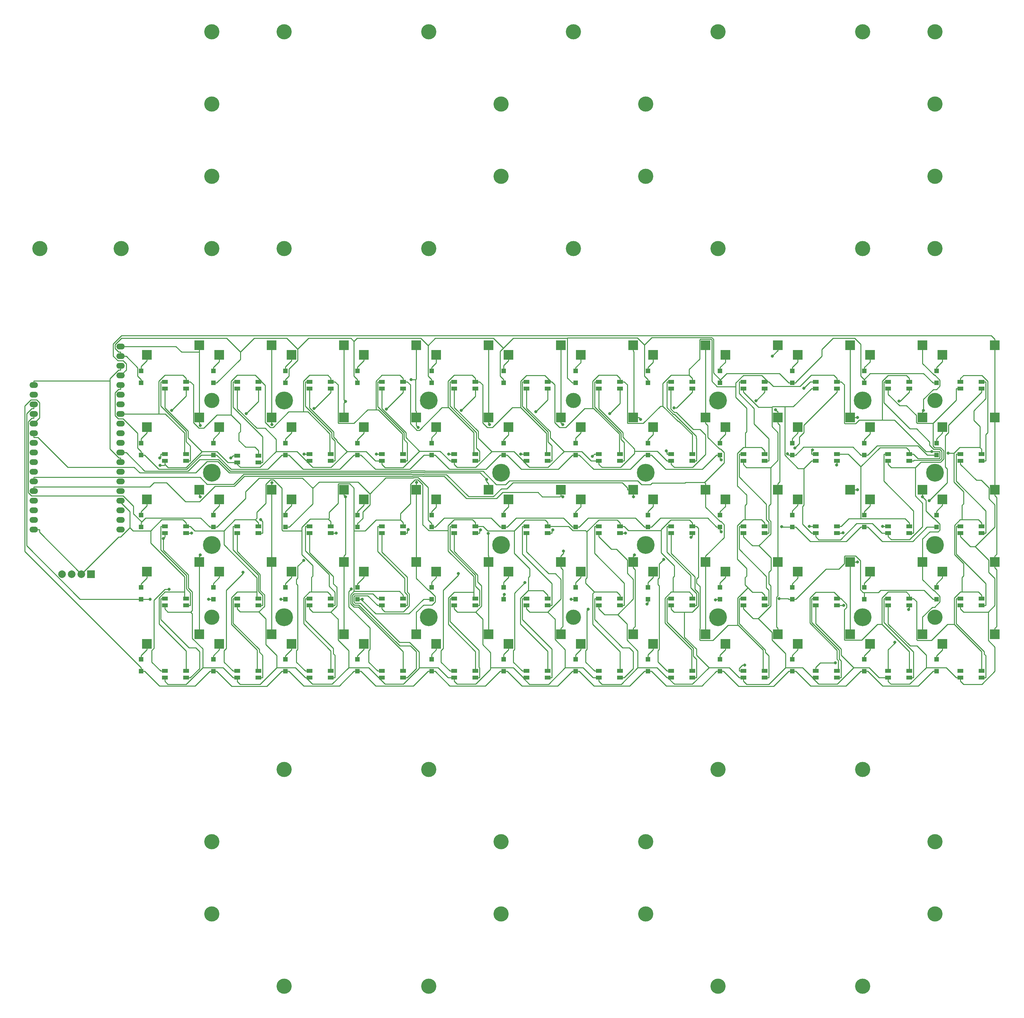
<source format=gbl>
%TF.GenerationSoftware,KiCad,Pcbnew,5.1.10*%
%TF.CreationDate,2021-06-16T10:43:04-05:00*%
%TF.ProjectId,olkbd_ble,6f6c6b62-645f-4626-9c65-2e6b69636164,rev?*%
%TF.SameCoordinates,Original*%
%TF.FileFunction,Copper,L2,Bot*%
%TF.FilePolarity,Positive*%
%FSLAX46Y46*%
G04 Gerber Fmt 4.6, Leading zero omitted, Abs format (unit mm)*
G04 Created by KiCad (PCBNEW 5.1.10) date 2021-06-16 10:43:04*
%MOMM*%
%LPD*%
G01*
G04 APERTURE LIST*
%TA.AperFunction,ComponentPad*%
%ADD10C,4.000000*%
%TD*%
%TA.AperFunction,SMDPad,CuDef*%
%ADD11R,1.600000X1.000000*%
%TD*%
%TA.AperFunction,SMDPad,CuDef*%
%ADD12R,2.550000X2.500000*%
%TD*%
%TA.AperFunction,SMDPad,CuDef*%
%ADD13R,1.200000X1.200000*%
%TD*%
%TA.AperFunction,ComponentPad*%
%ADD14C,4.700000*%
%TD*%
%TA.AperFunction,ComponentPad*%
%ADD15O,2.268000X1.524000*%
%TD*%
%TA.AperFunction,ComponentPad*%
%ADD16C,2.000000*%
%TD*%
%TA.AperFunction,ComponentPad*%
%ADD17R,2.000000X2.000000*%
%TD*%
%TA.AperFunction,ViaPad*%
%ADD18C,0.800000*%
%TD*%
%TA.AperFunction,Conductor*%
%ADD19C,0.250000*%
%TD*%
G04 APERTURE END LIST*
D10*
%TO.P,TH1-22,*%
%TO.N,*%
X104775000Y-133350000D03*
%TD*%
%TO.P,TH1-22,*%
%TO.N,*%
X83343750Y-133350000D03*
%TD*%
D11*
%TO.P,L60,3*%
%TO.N,Net-(L59-Pad1)*%
X331406000Y-246501000D03*
%TO.P,L60,4*%
%TO.N,VCC*%
X331406000Y-244751000D03*
%TO.P,L60,1*%
%TO.N,Net-(L60-Pad1)*%
X325818000Y-244751000D03*
%TO.P,L60,2*%
%TO.N,GND*%
X325818000Y-246501000D03*
%TD*%
%TO.P,L59,3*%
%TO.N,Net-(L58-Pad1)*%
X331406000Y-227451000D03*
%TO.P,L59,4*%
%TO.N,VCC*%
X331406000Y-225701000D03*
%TO.P,L59,1*%
%TO.N,Net-(L59-Pad1)*%
X325818000Y-225701000D03*
%TO.P,L59,2*%
%TO.N,GND*%
X325818000Y-227451000D03*
%TD*%
%TO.P,L58,3*%
%TO.N,Net-(L57-Pad1)*%
X331406000Y-208401000D03*
%TO.P,L58,4*%
%TO.N,VCC*%
X331406000Y-206651000D03*
%TO.P,L58,1*%
%TO.N,Net-(L58-Pad1)*%
X325818000Y-206651000D03*
%TO.P,L58,2*%
%TO.N,GND*%
X325818000Y-208401000D03*
%TD*%
%TO.P,L57,3*%
%TO.N,Net-(L56-Pad1)*%
X331406000Y-189351000D03*
%TO.P,L57,4*%
%TO.N,VCC*%
X331406000Y-187601000D03*
%TO.P,L57,1*%
%TO.N,Net-(L57-Pad1)*%
X325818000Y-187601000D03*
%TO.P,L57,2*%
%TO.N,GND*%
X325818000Y-189351000D03*
%TD*%
%TO.P,L56,3*%
%TO.N,Net-(L55-Pad1)*%
X331406000Y-170301000D03*
%TO.P,L56,4*%
%TO.N,VCC*%
X331406000Y-168551000D03*
%TO.P,L56,1*%
%TO.N,Net-(L56-Pad1)*%
X325818000Y-168551000D03*
%TO.P,L56,2*%
%TO.N,GND*%
X325818000Y-170301000D03*
%TD*%
%TO.P,L55,3*%
%TO.N,Net-(L54-Pad1)*%
X312356000Y-246501000D03*
%TO.P,L55,4*%
%TO.N,VCC*%
X312356000Y-244751000D03*
%TO.P,L55,1*%
%TO.N,Net-(L55-Pad1)*%
X306768000Y-244751000D03*
%TO.P,L55,2*%
%TO.N,GND*%
X306768000Y-246501000D03*
%TD*%
%TO.P,L54,3*%
%TO.N,Net-(L53-Pad1)*%
X312356000Y-227451000D03*
%TO.P,L54,4*%
%TO.N,VCC*%
X312356000Y-225701000D03*
%TO.P,L54,1*%
%TO.N,Net-(L54-Pad1)*%
X306768000Y-225701000D03*
%TO.P,L54,2*%
%TO.N,GND*%
X306768000Y-227451000D03*
%TD*%
%TO.P,L53,3*%
%TO.N,Net-(L52-Pad1)*%
X312356000Y-208401000D03*
%TO.P,L53,4*%
%TO.N,VCC*%
X312356000Y-206651000D03*
%TO.P,L53,1*%
%TO.N,Net-(L53-Pad1)*%
X306768000Y-206651000D03*
%TO.P,L53,2*%
%TO.N,GND*%
X306768000Y-208401000D03*
%TD*%
%TO.P,L52,3*%
%TO.N,Net-(L51-Pad1)*%
X312356000Y-189351000D03*
%TO.P,L52,4*%
%TO.N,VCC*%
X312356000Y-187601000D03*
%TO.P,L52,1*%
%TO.N,Net-(L52-Pad1)*%
X306768000Y-187601000D03*
%TO.P,L52,2*%
%TO.N,GND*%
X306768000Y-189351000D03*
%TD*%
%TO.P,L51,3*%
%TO.N,Net-(L50-Pad1)*%
X312356000Y-170301000D03*
%TO.P,L51,4*%
%TO.N,VCC*%
X312356000Y-168551000D03*
%TO.P,L51,1*%
%TO.N,Net-(L51-Pad1)*%
X306768000Y-168551000D03*
%TO.P,L51,2*%
%TO.N,GND*%
X306768000Y-170301000D03*
%TD*%
%TO.P,L50,3*%
%TO.N,Net-(L49-Pad1)*%
X293306000Y-246501000D03*
%TO.P,L50,4*%
%TO.N,VCC*%
X293306000Y-244751000D03*
%TO.P,L50,1*%
%TO.N,Net-(L50-Pad1)*%
X287718000Y-244751000D03*
%TO.P,L50,2*%
%TO.N,GND*%
X287718000Y-246501000D03*
%TD*%
%TO.P,L49,3*%
%TO.N,Net-(L48-Pad1)*%
X293306000Y-227451000D03*
%TO.P,L49,4*%
%TO.N,VCC*%
X293306000Y-225701000D03*
%TO.P,L49,1*%
%TO.N,Net-(L49-Pad1)*%
X287718000Y-225701000D03*
%TO.P,L49,2*%
%TO.N,GND*%
X287718000Y-227451000D03*
%TD*%
%TO.P,L48,3*%
%TO.N,Net-(L47-Pad1)*%
X293306000Y-208401000D03*
%TO.P,L48,4*%
%TO.N,VCC*%
X293306000Y-206651000D03*
%TO.P,L48,1*%
%TO.N,Net-(L48-Pad1)*%
X287718000Y-206651000D03*
%TO.P,L48,2*%
%TO.N,GND*%
X287718000Y-208401000D03*
%TD*%
%TO.P,L47,3*%
%TO.N,Net-(L46-Pad1)*%
X293306000Y-189351000D03*
%TO.P,L47,4*%
%TO.N,VCC*%
X293306000Y-187601000D03*
%TO.P,L47,1*%
%TO.N,Net-(L47-Pad1)*%
X287718000Y-187601000D03*
%TO.P,L47,2*%
%TO.N,GND*%
X287718000Y-189351000D03*
%TD*%
%TO.P,L46,3*%
%TO.N,Net-(L45-Pad1)*%
X293306000Y-170301000D03*
%TO.P,L46,4*%
%TO.N,VCC*%
X293306000Y-168551000D03*
%TO.P,L46,1*%
%TO.N,Net-(L46-Pad1)*%
X287718000Y-168551000D03*
%TO.P,L46,2*%
%TO.N,GND*%
X287718000Y-170301000D03*
%TD*%
%TO.P,L45,3*%
%TO.N,Net-(L44-Pad1)*%
X274256000Y-246501000D03*
%TO.P,L45,4*%
%TO.N,VCC*%
X274256000Y-244751000D03*
%TO.P,L45,1*%
%TO.N,Net-(L45-Pad1)*%
X268668000Y-244751000D03*
%TO.P,L45,2*%
%TO.N,GND*%
X268668000Y-246501000D03*
%TD*%
%TO.P,L44,3*%
%TO.N,Net-(L43-Pad1)*%
X274256000Y-227451000D03*
%TO.P,L44,4*%
%TO.N,VCC*%
X274256000Y-225701000D03*
%TO.P,L44,1*%
%TO.N,Net-(L44-Pad1)*%
X268668000Y-225701000D03*
%TO.P,L44,2*%
%TO.N,GND*%
X268668000Y-227451000D03*
%TD*%
%TO.P,L43,3*%
%TO.N,Net-(L42-Pad1)*%
X274256000Y-208401000D03*
%TO.P,L43,4*%
%TO.N,VCC*%
X274256000Y-206651000D03*
%TO.P,L43,1*%
%TO.N,Net-(L43-Pad1)*%
X268668000Y-206651000D03*
%TO.P,L43,2*%
%TO.N,GND*%
X268668000Y-208401000D03*
%TD*%
%TO.P,L42,3*%
%TO.N,Net-(L41-Pad1)*%
X274256000Y-189351000D03*
%TO.P,L42,4*%
%TO.N,VCC*%
X274256000Y-187601000D03*
%TO.P,L42,1*%
%TO.N,Net-(L42-Pad1)*%
X268668000Y-187601000D03*
%TO.P,L42,2*%
%TO.N,GND*%
X268668000Y-189351000D03*
%TD*%
%TO.P,L41,3*%
%TO.N,Net-(L40-Pad1)*%
X274256000Y-170301000D03*
%TO.P,L41,4*%
%TO.N,VCC*%
X274256000Y-168551000D03*
%TO.P,L41,1*%
%TO.N,Net-(L41-Pad1)*%
X268668000Y-168551000D03*
%TO.P,L41,2*%
%TO.N,GND*%
X268668000Y-170301000D03*
%TD*%
%TO.P,L40,3*%
%TO.N,Net-(L39-Pad1)*%
X255206000Y-246463000D03*
%TO.P,L40,4*%
%TO.N,VCC*%
X255206000Y-244713000D03*
%TO.P,L40,1*%
%TO.N,Net-(L40-Pad1)*%
X249618000Y-244713000D03*
%TO.P,L40,2*%
%TO.N,GND*%
X249618000Y-246463000D03*
%TD*%
%TO.P,L39,3*%
%TO.N,Net-(L38-Pad1)*%
X255206000Y-227451000D03*
%TO.P,L39,4*%
%TO.N,VCC*%
X255206000Y-225701000D03*
%TO.P,L39,1*%
%TO.N,Net-(L39-Pad1)*%
X249618000Y-225701000D03*
%TO.P,L39,2*%
%TO.N,GND*%
X249618000Y-227451000D03*
%TD*%
%TO.P,L38,3*%
%TO.N,Net-(L37-Pad1)*%
X255206000Y-208401000D03*
%TO.P,L38,4*%
%TO.N,VCC*%
X255206000Y-206651000D03*
%TO.P,L38,1*%
%TO.N,Net-(L38-Pad1)*%
X249618000Y-206651000D03*
%TO.P,L38,2*%
%TO.N,GND*%
X249618000Y-208401000D03*
%TD*%
%TO.P,L37,3*%
%TO.N,Net-(L36-Pad1)*%
X255206000Y-189351000D03*
%TO.P,L37,4*%
%TO.N,VCC*%
X255206000Y-187601000D03*
%TO.P,L37,1*%
%TO.N,Net-(L37-Pad1)*%
X249618000Y-187601000D03*
%TO.P,L37,2*%
%TO.N,GND*%
X249618000Y-189351000D03*
%TD*%
%TO.P,L36,3*%
%TO.N,Net-(L35-Pad1)*%
X255206000Y-170301000D03*
%TO.P,L36,4*%
%TO.N,VCC*%
X255206000Y-168551000D03*
%TO.P,L36,1*%
%TO.N,Net-(L36-Pad1)*%
X249618000Y-168551000D03*
%TO.P,L36,2*%
%TO.N,GND*%
X249618000Y-170301000D03*
%TD*%
%TO.P,L35,3*%
%TO.N,Net-(L34-Pad1)*%
X236156000Y-246501000D03*
%TO.P,L35,4*%
%TO.N,VCC*%
X236156000Y-244751000D03*
%TO.P,L35,1*%
%TO.N,Net-(L35-Pad1)*%
X230568000Y-244751000D03*
%TO.P,L35,2*%
%TO.N,GND*%
X230568000Y-246501000D03*
%TD*%
%TO.P,L34,3*%
%TO.N,Net-(L33-Pad1)*%
X236156000Y-227451000D03*
%TO.P,L34,4*%
%TO.N,VCC*%
X236156000Y-225701000D03*
%TO.P,L34,1*%
%TO.N,Net-(L34-Pad1)*%
X230568000Y-225701000D03*
%TO.P,L34,2*%
%TO.N,GND*%
X230568000Y-227451000D03*
%TD*%
%TO.P,L33,3*%
%TO.N,Net-(L32-Pad1)*%
X236156000Y-208401000D03*
%TO.P,L33,4*%
%TO.N,VCC*%
X236156000Y-206651000D03*
%TO.P,L33,1*%
%TO.N,Net-(L33-Pad1)*%
X230568000Y-206651000D03*
%TO.P,L33,2*%
%TO.N,GND*%
X230568000Y-208401000D03*
%TD*%
%TO.P,L32,3*%
%TO.N,Net-(L31-Pad1)*%
X236156000Y-189351000D03*
%TO.P,L32,4*%
%TO.N,VCC*%
X236156000Y-187601000D03*
%TO.P,L32,1*%
%TO.N,Net-(L32-Pad1)*%
X230568000Y-187601000D03*
%TO.P,L32,2*%
%TO.N,GND*%
X230568000Y-189351000D03*
%TD*%
%TO.P,L31,3*%
%TO.N,Net-(L30-Pad1)*%
X236156000Y-170301000D03*
%TO.P,L31,4*%
%TO.N,VCC*%
X236156000Y-168551000D03*
%TO.P,L31,1*%
%TO.N,Net-(L31-Pad1)*%
X230568000Y-168551000D03*
%TO.P,L31,2*%
%TO.N,GND*%
X230568000Y-170301000D03*
%TD*%
%TO.P,L30,3*%
%TO.N,Net-(L29-Pad1)*%
X217106000Y-246501000D03*
%TO.P,L30,4*%
%TO.N,VCC*%
X217106000Y-244751000D03*
%TO.P,L30,1*%
%TO.N,Net-(L30-Pad1)*%
X211518000Y-244751000D03*
%TO.P,L30,2*%
%TO.N,GND*%
X211518000Y-246501000D03*
%TD*%
%TO.P,L29,3*%
%TO.N,Net-(L28-Pad1)*%
X217106000Y-227451000D03*
%TO.P,L29,4*%
%TO.N,VCC*%
X217106000Y-225701000D03*
%TO.P,L29,1*%
%TO.N,Net-(L29-Pad1)*%
X211518000Y-225701000D03*
%TO.P,L29,2*%
%TO.N,GND*%
X211518000Y-227451000D03*
%TD*%
%TO.P,L28,3*%
%TO.N,Net-(L27-Pad1)*%
X217106000Y-208401000D03*
%TO.P,L28,4*%
%TO.N,VCC*%
X217106000Y-206651000D03*
%TO.P,L28,1*%
%TO.N,Net-(L28-Pad1)*%
X211518000Y-206651000D03*
%TO.P,L28,2*%
%TO.N,GND*%
X211518000Y-208401000D03*
%TD*%
%TO.P,L27,3*%
%TO.N,Net-(L26-Pad1)*%
X217106000Y-189351000D03*
%TO.P,L27,4*%
%TO.N,VCC*%
X217106000Y-187601000D03*
%TO.P,L27,1*%
%TO.N,Net-(L27-Pad1)*%
X211518000Y-187601000D03*
%TO.P,L27,2*%
%TO.N,GND*%
X211518000Y-189351000D03*
%TD*%
%TO.P,L26,3*%
%TO.N,Net-(L25-Pad1)*%
X217106000Y-170301000D03*
%TO.P,L26,4*%
%TO.N,VCC*%
X217106000Y-168551000D03*
%TO.P,L26,1*%
%TO.N,Net-(L26-Pad1)*%
X211518000Y-168551000D03*
%TO.P,L26,2*%
%TO.N,GND*%
X211518000Y-170301000D03*
%TD*%
%TO.P,L25,3*%
%TO.N,Net-(L24-Pad1)*%
X198056000Y-246501000D03*
%TO.P,L25,4*%
%TO.N,VCC*%
X198056000Y-244751000D03*
%TO.P,L25,1*%
%TO.N,Net-(L25-Pad1)*%
X192468000Y-244751000D03*
%TO.P,L25,2*%
%TO.N,GND*%
X192468000Y-246501000D03*
%TD*%
%TO.P,L24,3*%
%TO.N,Net-(L23-Pad1)*%
X198056000Y-227451000D03*
%TO.P,L24,4*%
%TO.N,VCC*%
X198056000Y-225701000D03*
%TO.P,L24,1*%
%TO.N,Net-(L24-Pad1)*%
X192468000Y-225701000D03*
%TO.P,L24,2*%
%TO.N,GND*%
X192468000Y-227451000D03*
%TD*%
%TO.P,L23,3*%
%TO.N,Net-(L22-Pad1)*%
X198056000Y-208401000D03*
%TO.P,L23,4*%
%TO.N,VCC*%
X198056000Y-206651000D03*
%TO.P,L23,1*%
%TO.N,Net-(L23-Pad1)*%
X192468000Y-206651000D03*
%TO.P,L23,2*%
%TO.N,GND*%
X192468000Y-208401000D03*
%TD*%
%TO.P,L22,3*%
%TO.N,Net-(L21-Pad1)*%
X198056000Y-189351000D03*
%TO.P,L22,4*%
%TO.N,VCC*%
X198056000Y-187601000D03*
%TO.P,L22,1*%
%TO.N,Net-(L22-Pad1)*%
X192468000Y-187601000D03*
%TO.P,L22,2*%
%TO.N,GND*%
X192468000Y-189351000D03*
%TD*%
%TO.P,L21,3*%
%TO.N,Net-(L20-Pad1)*%
X198056000Y-170301000D03*
%TO.P,L21,4*%
%TO.N,VCC*%
X198056000Y-168551000D03*
%TO.P,L21,1*%
%TO.N,Net-(L21-Pad1)*%
X192468000Y-168551000D03*
%TO.P,L21,2*%
%TO.N,GND*%
X192468000Y-170301000D03*
%TD*%
%TO.P,L20,3*%
%TO.N,Net-(L19-Pad1)*%
X179006000Y-246501000D03*
%TO.P,L20,4*%
%TO.N,VCC*%
X179006000Y-244751000D03*
%TO.P,L20,1*%
%TO.N,Net-(L20-Pad1)*%
X173418000Y-244751000D03*
%TO.P,L20,2*%
%TO.N,GND*%
X173418000Y-246501000D03*
%TD*%
%TO.P,L19,3*%
%TO.N,Net-(L18-Pad1)*%
X179006000Y-227451000D03*
%TO.P,L19,4*%
%TO.N,VCC*%
X179006000Y-225701000D03*
%TO.P,L19,1*%
%TO.N,Net-(L19-Pad1)*%
X173418000Y-225701000D03*
%TO.P,L19,2*%
%TO.N,GND*%
X173418000Y-227451000D03*
%TD*%
%TO.P,L18,3*%
%TO.N,Net-(L17-Pad1)*%
X179006000Y-208401000D03*
%TO.P,L18,4*%
%TO.N,VCC*%
X179006000Y-206651000D03*
%TO.P,L18,1*%
%TO.N,Net-(L18-Pad1)*%
X173418000Y-206651000D03*
%TO.P,L18,2*%
%TO.N,GND*%
X173418000Y-208401000D03*
%TD*%
%TO.P,L17,3*%
%TO.N,Net-(L16-Pad1)*%
X179006000Y-189351000D03*
%TO.P,L17,4*%
%TO.N,VCC*%
X179006000Y-187601000D03*
%TO.P,L17,1*%
%TO.N,Net-(L17-Pad1)*%
X173418000Y-187601000D03*
%TO.P,L17,2*%
%TO.N,GND*%
X173418000Y-189351000D03*
%TD*%
%TO.P,L16,3*%
%TO.N,Net-(L15-Pad1)*%
X179006000Y-170301000D03*
%TO.P,L16,4*%
%TO.N,VCC*%
X179006000Y-168551000D03*
%TO.P,L16,1*%
%TO.N,Net-(L16-Pad1)*%
X173418000Y-168551000D03*
%TO.P,L16,2*%
%TO.N,GND*%
X173418000Y-170301000D03*
%TD*%
%TO.P,L15,3*%
%TO.N,Net-(L14-Pad1)*%
X159956000Y-246501000D03*
%TO.P,L15,4*%
%TO.N,VCC*%
X159956000Y-244751000D03*
%TO.P,L15,1*%
%TO.N,Net-(L15-Pad1)*%
X154368000Y-244751000D03*
%TO.P,L15,2*%
%TO.N,GND*%
X154368000Y-246501000D03*
%TD*%
%TO.P,L14,3*%
%TO.N,Net-(L13-Pad1)*%
X159956000Y-227451000D03*
%TO.P,L14,4*%
%TO.N,VCC*%
X159956000Y-225701000D03*
%TO.P,L14,1*%
%TO.N,Net-(L14-Pad1)*%
X154368000Y-225701000D03*
%TO.P,L14,2*%
%TO.N,GND*%
X154368000Y-227451000D03*
%TD*%
%TO.P,L13,3*%
%TO.N,Net-(L12-Pad1)*%
X159956000Y-208401000D03*
%TO.P,L13,4*%
%TO.N,VCC*%
X159956000Y-206651000D03*
%TO.P,L13,1*%
%TO.N,Net-(L13-Pad1)*%
X154368000Y-206651000D03*
%TO.P,L13,2*%
%TO.N,GND*%
X154368000Y-208401000D03*
%TD*%
%TO.P,L12,3*%
%TO.N,Net-(L11-Pad1)*%
X159956000Y-189351000D03*
%TO.P,L12,4*%
%TO.N,VCC*%
X159956000Y-187601000D03*
%TO.P,L12,1*%
%TO.N,Net-(L12-Pad1)*%
X154368000Y-187601000D03*
%TO.P,L12,2*%
%TO.N,GND*%
X154368000Y-189351000D03*
%TD*%
%TO.P,L11,3*%
%TO.N,Net-(L10-Pad1)*%
X159956000Y-170301000D03*
%TO.P,L11,4*%
%TO.N,VCC*%
X159956000Y-168551000D03*
%TO.P,L11,1*%
%TO.N,Net-(L11-Pad1)*%
X154368000Y-168551000D03*
%TO.P,L11,2*%
%TO.N,GND*%
X154368000Y-170301000D03*
%TD*%
%TO.P,L10,3*%
%TO.N,Net-(L10-Pad3)*%
X140906000Y-246501000D03*
%TO.P,L10,4*%
%TO.N,VCC*%
X140906000Y-244751000D03*
%TO.P,L10,1*%
%TO.N,Net-(L10-Pad1)*%
X135318000Y-244751000D03*
%TO.P,L10,2*%
%TO.N,GND*%
X135318000Y-246501000D03*
%TD*%
%TO.P,L9,3*%
%TO.N,Net-(L8-Pad1)*%
X140906000Y-227451000D03*
%TO.P,L9,4*%
%TO.N,VCC*%
X140906000Y-225701000D03*
%TO.P,L9,1*%
%TO.N,Net-(L10-Pad3)*%
X135318000Y-225701000D03*
%TO.P,L9,2*%
%TO.N,GND*%
X135318000Y-227451000D03*
%TD*%
%TO.P,L8,3*%
%TO.N,Net-(L7-Pad1)*%
X140906000Y-208401000D03*
%TO.P,L8,4*%
%TO.N,VCC*%
X140906000Y-206651000D03*
%TO.P,L8,1*%
%TO.N,Net-(L8-Pad1)*%
X135318000Y-206651000D03*
%TO.P,L8,2*%
%TO.N,GND*%
X135318000Y-208401000D03*
%TD*%
%TO.P,L7,3*%
%TO.N,Net-(L6-Pad1)*%
X140906000Y-189731000D03*
%TO.P,L7,4*%
%TO.N,VCC*%
X140906000Y-187981000D03*
%TO.P,L7,1*%
%TO.N,Net-(L7-Pad1)*%
X135318000Y-187981000D03*
%TO.P,L7,2*%
%TO.N,GND*%
X135318000Y-189731000D03*
%TD*%
%TO.P,L6,3*%
%TO.N,Net-(L5-Pad1)*%
X140906000Y-170301000D03*
%TO.P,L6,4*%
%TO.N,VCC*%
X140906000Y-168551000D03*
%TO.P,L6,1*%
%TO.N,Net-(L6-Pad1)*%
X135318000Y-168551000D03*
%TO.P,L6,2*%
%TO.N,GND*%
X135318000Y-170301000D03*
%TD*%
%TO.P,L5,3*%
%TO.N,Net-(L4-Pad1)*%
X121856000Y-246501000D03*
%TO.P,L5,4*%
%TO.N,VCC*%
X121856000Y-244751000D03*
%TO.P,L5,1*%
%TO.N,Net-(L5-Pad1)*%
X116268000Y-244751000D03*
%TO.P,L5,2*%
%TO.N,GND*%
X116268000Y-246501000D03*
%TD*%
%TO.P,L4,3*%
%TO.N,Net-(L3-Pad1)*%
X121856000Y-227451000D03*
%TO.P,L4,4*%
%TO.N,VCC*%
X121856000Y-225701000D03*
%TO.P,L4,1*%
%TO.N,Net-(L4-Pad1)*%
X116268000Y-225701000D03*
%TO.P,L4,2*%
%TO.N,GND*%
X116268000Y-227451000D03*
%TD*%
%TO.P,L3,3*%
%TO.N,Net-(L2-Pad1)*%
X121856000Y-208401000D03*
%TO.P,L3,4*%
%TO.N,VCC*%
X121856000Y-206651000D03*
%TO.P,L3,1*%
%TO.N,Net-(L3-Pad1)*%
X116268000Y-206651000D03*
%TO.P,L3,2*%
%TO.N,GND*%
X116268000Y-208401000D03*
%TD*%
%TO.P,L2,3*%
%TO.N,Net-(L1-Pad1)*%
X121856000Y-189351000D03*
%TO.P,L2,4*%
%TO.N,VCC*%
X121856000Y-187601000D03*
%TO.P,L2,1*%
%TO.N,Net-(L2-Pad1)*%
X116268000Y-187601000D03*
%TO.P,L2,2*%
%TO.N,GND*%
X116268000Y-189351000D03*
%TD*%
%TO.P,L1,3*%
%TO.N,LED*%
X121856000Y-170301000D03*
%TO.P,L1,4*%
%TO.N,VCC*%
X121856000Y-168551000D03*
%TO.P,L1,1*%
%TO.N,Net-(L1-Pad1)*%
X116268000Y-168551000D03*
%TO.P,L1,2*%
%TO.N,GND*%
X116268000Y-170301000D03*
%TD*%
D10*
%TO.P,TH1-17,*%
%TO.N,*%
X185738000Y-76200000D03*
%TD*%
%TO.P,TH1-16,*%
%TO.N,*%
X147638000Y-76200000D03*
%TD*%
%TO.P,TH1-15,*%
%TO.N,*%
X128588000Y-76200000D03*
%TD*%
%TO.P,TH1-14,*%
%TO.N,*%
X128588000Y-95250000D03*
%TD*%
%TO.P,TH1-13,*%
%TO.N,*%
X128588000Y-114300000D03*
%TD*%
%TO.P,TH1-12,*%
%TO.N,*%
X128588000Y-133350000D03*
%TD*%
%TO.P,TH1-11,*%
%TO.N,*%
X147638000Y-133350000D03*
%TD*%
%TO.P,TH1-10,*%
%TO.N,*%
X185738000Y-133350000D03*
%TD*%
%TO.P,TH1-9,*%
%TO.N,*%
X204788000Y-114300000D03*
%TD*%
%TO.P,TH1-18,*%
%TO.N,*%
X204788000Y-95250000D03*
%TD*%
%TO.P,TH1-19,*%
%TO.N,*%
X223838000Y-76200000D03*
%TD*%
%TO.P,TH1-8,*%
%TO.N,*%
X223838000Y-133350000D03*
%TD*%
%TO.P,TH1-6,*%
%TO.N,*%
X261938000Y-133350000D03*
%TD*%
%TO.P,TH1-7,*%
%TO.N,*%
X242888000Y-114300000D03*
%TD*%
%TO.P,TH1-20,*%
%TO.N,*%
X242888000Y-95250000D03*
%TD*%
%TO.P,TH1-21,*%
%TO.N,*%
X261938000Y-76200000D03*
%TD*%
%TO.P,TH1-22,*%
%TO.N,*%
X300038000Y-76200000D03*
%TD*%
%TO.P,TH1-5,*%
%TO.N,*%
X300038000Y-133350000D03*
%TD*%
%TO.P,TH1-4,*%
%TO.N,*%
X319088000Y-133350000D03*
%TD*%
%TO.P,TH1-3,*%
%TO.N,*%
X319088000Y-114300000D03*
%TD*%
%TO.P,TH1-2,*%
%TO.N,*%
X319088000Y-95250000D03*
%TD*%
%TO.P,TH1-1,*%
%TO.N,*%
X319088000Y-76200000D03*
%TD*%
D12*
%TO.P,K33,2*%
%TO.N,Net-(D33-Pad2)*%
X225802000Y-199486000D03*
%TO.P,K33,1*%
%TO.N,COL6*%
X239652000Y-196946000D03*
%TD*%
D10*
%TO.P,TH3-10,*%
%TO.N,*%
X204788000Y-289750000D03*
%TD*%
D13*
%TO.P,D51,2*%
%TO.N,Net-(D51-Pad2)*%
X300500000Y-165663000D03*
%TO.P,D51,1*%
%TO.N,ROW0*%
X300500000Y-168813000D03*
%TD*%
%TO.P,D12,2*%
%TO.N,Net-(D12-Pad2)*%
X148000000Y-184663000D03*
%TO.P,D12,1*%
%TO.N,ROW1*%
X148000000Y-187813000D03*
%TD*%
D12*
%TO.P,K4,2*%
%TO.N,Net-(D4-Pad2)*%
X111502000Y-218536000D03*
%TO.P,K4,1*%
%TO.N,COL0*%
X125352000Y-215996000D03*
%TD*%
D13*
%TO.P,D35,2*%
%TO.N,Net-(D35-Pad2)*%
X224500000Y-241663000D03*
%TO.P,D35,1*%
%TO.N,ROW4*%
X224500000Y-244813000D03*
%TD*%
%TO.P,D8,2*%
%TO.N,Net-(D8-Pad2)*%
X129000000Y-203663000D03*
%TO.P,D8,1*%
%TO.N,ROW2*%
X129000000Y-206813000D03*
%TD*%
D12*
%TO.P,K28,2*%
%TO.N,Net-(D28-Pad2)*%
X206752000Y-199486000D03*
%TO.P,K28,1*%
%TO.N,COL5*%
X220602000Y-196946000D03*
%TD*%
D13*
%TO.P,D46,2*%
%TO.N,Net-(D46-Pad2)*%
X281500000Y-165663000D03*
%TO.P,D46,1*%
%TO.N,ROW0*%
X281500000Y-168813000D03*
%TD*%
D12*
%TO.P,K23,2*%
%TO.N,Net-(D23-Pad2)*%
X187702000Y-199486000D03*
%TO.P,K23,1*%
%TO.N,COL4*%
X201552000Y-196946000D03*
%TD*%
D14*
%TO.P,T2,*%
%TO.N,*%
X319121020Y-192505080D03*
%TD*%
D13*
%TO.P,D34,2*%
%TO.N,Net-(D34-Pad2)*%
X224500000Y-222663000D03*
%TO.P,D34,1*%
%TO.N,ROW3*%
X224500000Y-225813000D03*
%TD*%
%TO.P,D23,2*%
%TO.N,Net-(D23-Pad2)*%
X186500000Y-203663000D03*
%TO.P,D23,1*%
%TO.N,ROW2*%
X186500000Y-206813000D03*
%TD*%
D12*
%TO.P,K31,2*%
%TO.N,Net-(D31-Pad2)*%
X225802000Y-161386000D03*
%TO.P,K31,1*%
%TO.N,COL6*%
X239652000Y-158846000D03*
%TD*%
D13*
%TO.P,D48,2*%
%TO.N,Net-(D48-Pad2)*%
X281500000Y-203663000D03*
%TO.P,D48,1*%
%TO.N,ROW2*%
X281500000Y-206813000D03*
%TD*%
D12*
%TO.P,K45,2*%
%TO.N,Net-(D45-Pad2)*%
X263902000Y-237586000D03*
%TO.P,K45,1*%
%TO.N,COL8*%
X277752000Y-235046000D03*
%TD*%
%TO.P,K36,2*%
%TO.N,Net-(D36-Pad2)*%
X244852000Y-161386000D03*
%TO.P,K36,1*%
%TO.N,COL7*%
X258702000Y-158846000D03*
%TD*%
D13*
%TO.P,D29,2*%
%TO.N,Net-(D29-Pad2)*%
X205500000Y-222663000D03*
%TO.P,D29,1*%
%TO.N,ROW3*%
X205500000Y-225813000D03*
%TD*%
D14*
%TO.P,T9,*%
%TO.N,*%
X204821020Y-192505080D03*
%TD*%
D13*
%TO.P,D3,2*%
%TO.N,Net-(D3-Pad2)*%
X110000000Y-203663000D03*
%TO.P,D3,1*%
%TO.N,ROW2*%
X110000000Y-206813000D03*
%TD*%
D10*
%TO.P,TH2-1,*%
%TO.N,*%
X319088000Y-173450000D03*
%TD*%
D12*
%TO.P,K27,2*%
%TO.N,Net-(D27-Pad2)*%
X206752000Y-180436000D03*
%TO.P,K27,1*%
%TO.N,COL5*%
X220602000Y-177896000D03*
%TD*%
D13*
%TO.P,D20,2*%
%TO.N,Net-(D20-Pad2)*%
X167000000Y-241663000D03*
%TO.P,D20,1*%
%TO.N,ROW4*%
X167000000Y-244813000D03*
%TD*%
%TO.P,D49,2*%
%TO.N,Net-(D49-Pad2)*%
X281500000Y-222663000D03*
%TO.P,D49,1*%
%TO.N,ROW3*%
X281500000Y-225813000D03*
%TD*%
%TO.P,D31,2*%
%TO.N,Net-(D31-Pad2)*%
X224500000Y-165663000D03*
%TO.P,D31,1*%
%TO.N,ROW0*%
X224500000Y-168813000D03*
%TD*%
D10*
%TO.P,TH2-6,*%
%TO.N,*%
X223838000Y-173450000D03*
%TD*%
D14*
%TO.P,T3,*%
%TO.N,*%
X319121020Y-211555080D03*
%TD*%
D12*
%TO.P,K25,2*%
%TO.N,Net-(D25-Pad2)*%
X187702000Y-237586000D03*
%TO.P,K25,1*%
%TO.N,COL4*%
X201552000Y-235046000D03*
%TD*%
D10*
%TO.P,TH2-4,*%
%TO.N,*%
X128588000Y-230600000D03*
%TD*%
D12*
%TO.P,K17,2*%
%TO.N,Net-(D17-Pad2)*%
X168652000Y-180436000D03*
%TO.P,K17,1*%
%TO.N,COL3*%
X182502000Y-177896000D03*
%TD*%
%TO.P,K35,2*%
%TO.N,Net-(D35-Pad2)*%
X225802000Y-237586000D03*
%TO.P,K35,1*%
%TO.N,COL6*%
X239652000Y-235046000D03*
%TD*%
D13*
%TO.P,D36,2*%
%TO.N,Net-(D36-Pad2)*%
X243500000Y-165663000D03*
%TO.P,D36,1*%
%TO.N,ROW0*%
X243500000Y-168813000D03*
%TD*%
D12*
%TO.P,K6,2*%
%TO.N,Net-(D6-Pad2)*%
X130552000Y-161386000D03*
%TO.P,K6,1*%
%TO.N,COL1*%
X144402000Y-158846000D03*
%TD*%
D13*
%TO.P,D13,2*%
%TO.N,Net-(D13-Pad2)*%
X148000000Y-203663000D03*
%TO.P,D13,1*%
%TO.N,ROW2*%
X148000000Y-206813000D03*
%TD*%
D12*
%TO.P,K18,2*%
%TO.N,Net-(D18-Pad2)*%
X168652000Y-199486000D03*
%TO.P,K18,1*%
%TO.N,COL3*%
X182502000Y-196946000D03*
%TD*%
D10*
%TO.P,TH3-4,*%
%TO.N,*%
X300038000Y-327850000D03*
%TD*%
D13*
%TO.P,D24,2*%
%TO.N,Net-(D24-Pad2)*%
X186500000Y-222663000D03*
%TO.P,D24,1*%
%TO.N,ROW3*%
X186500000Y-225813000D03*
%TD*%
D12*
%TO.P,K40,2*%
%TO.N,Net-(D40-Pad2)*%
X244852000Y-237586000D03*
%TO.P,K40,1*%
%TO.N,COL7*%
X258702000Y-235046000D03*
%TD*%
%TO.P,K38,2*%
%TO.N,Net-(D38-Pad2)*%
X244852000Y-199486000D03*
%TO.P,K38,1*%
%TO.N,COL7*%
X258702000Y-196946000D03*
%TD*%
D13*
%TO.P,D26,2*%
%TO.N,Net-(D26-Pad2)*%
X205500000Y-165663000D03*
%TO.P,D26,1*%
%TO.N,ROW0*%
X205500000Y-168813000D03*
%TD*%
D14*
%TO.P,T14,*%
%TO.N,*%
X128621020Y-192505080D03*
%TD*%
D13*
%TO.P,D25,2*%
%TO.N,Net-(D25-Pad2)*%
X186500000Y-241663000D03*
%TO.P,D25,1*%
%TO.N,ROW4*%
X186500000Y-244813000D03*
%TD*%
D12*
%TO.P,K56,2*%
%TO.N,Net-(D56-Pad2)*%
X321052000Y-161386000D03*
%TO.P,K56,1*%
%TO.N,COL11*%
X334902000Y-158846000D03*
%TD*%
%TO.P,K8,2*%
%TO.N,Net-(D8-Pad2)*%
X130552000Y-199486000D03*
%TO.P,K8,1*%
%TO.N,COL1*%
X144402000Y-196946000D03*
%TD*%
D10*
%TO.P,TH3-9,*%
%TO.N,*%
X185738000Y-270700000D03*
%TD*%
%TO.P,TH3-15,*%
%TO.N,*%
X128588000Y-289750000D03*
%TD*%
D13*
%TO.P,D52,2*%
%TO.N,Net-(D52-Pad2)*%
X300500000Y-184663000D03*
%TO.P,D52,1*%
%TO.N,ROW1*%
X300500000Y-187813000D03*
%TD*%
D12*
%TO.P,K55,2*%
%TO.N,Net-(D55-Pad2)*%
X302002000Y-237586000D03*
%TO.P,K55,1*%
%TO.N,COL10*%
X315852000Y-235046000D03*
%TD*%
D10*
%TO.P,TH3-12,*%
%TO.N,*%
X185738000Y-327850000D03*
%TD*%
D12*
%TO.P,K47,2*%
%TO.N,Net-(D47-Pad2)*%
X282952000Y-180436000D03*
%TO.P,K47,1*%
%TO.N,COL9*%
X296802000Y-177896000D03*
%TD*%
%TO.P,K29,2*%
%TO.N,Net-(D29-Pad2)*%
X206752000Y-218536000D03*
%TO.P,K29,1*%
%TO.N,COL5*%
X220602000Y-215996000D03*
%TD*%
D13*
%TO.P,D44,2*%
%TO.N,Net-(D44-Pad2)*%
X262500000Y-222663000D03*
%TO.P,D44,1*%
%TO.N,ROW3*%
X262500000Y-225813000D03*
%TD*%
%TO.P,D39,2*%
%TO.N,Net-(D39-Pad2)*%
X243500000Y-222663000D03*
%TO.P,D39,1*%
%TO.N,ROW3*%
X243500000Y-225813000D03*
%TD*%
%TO.P,D7,2*%
%TO.N,Net-(D7-Pad2)*%
X129000000Y-184663000D03*
%TO.P,D7,1*%
%TO.N,ROW1*%
X129000000Y-187813000D03*
%TD*%
D12*
%TO.P,K53,2*%
%TO.N,Net-(D53-Pad2)*%
X302002000Y-199486000D03*
%TO.P,K53,1*%
%TO.N,COL10*%
X315852000Y-196946000D03*
%TD*%
D15*
%TO.P,U1,36*%
%TO.N,COL0*%
X104595000Y-159194000D03*
%TO.P,U1,35*%
%TO.N,ROW0*%
X104595000Y-161734000D03*
%TO.P,U1,34*%
%TO.N,GND*%
X104595000Y-164274000D03*
%TO.P,U1,33*%
%TO.N,COL11*%
X104595000Y-166814000D03*
%TO.P,U1,32*%
%TO.N,ROW1*%
X104595000Y-169354000D03*
%TO.P,U1,31*%
%TO.N,COL10*%
X104595000Y-171894000D03*
%TO.P,U1,30*%
%TO.N,COL9*%
X104595000Y-174434000D03*
%TO.P,U1,29*%
%TO.N,VCC*%
X104595000Y-176974000D03*
%TO.P,U1,28*%
%TO.N,LED*%
X104595000Y-179514000D03*
%TO.P,U1,27*%
%TO.N,COL8*%
X104595000Y-182054000D03*
%TO.P,U1,26*%
%TO.N,COL1*%
X104595000Y-184594000D03*
%TO.P,U1,25*%
%TO.N,COL7*%
X104595000Y-187134000D03*
%TO.P,U1,24*%
%TO.N,GND*%
X104595000Y-189674000D03*
%TO.P,U1,23*%
X104595000Y-192214000D03*
%TO.P,U1,22*%
%TO.N,Net-(U1-Pad22)*%
X104595000Y-194754000D03*
%TO.P,U1,21*%
%TO.N,Net-(U1-Pad21)*%
X104595000Y-197294000D03*
%TO.P,U1,20*%
%TO.N,VCC*%
X104595000Y-199834000D03*
%TO.P,U1,19*%
%TO.N,Net-(U1-Pad19)*%
X104595000Y-202374000D03*
%TO.P,U1,18*%
%TO.N,Net-(U1-Pad18)*%
X104595000Y-204914000D03*
%TO.P,U1,17*%
%TO.N,GND*%
X104595000Y-207454000D03*
%TO.P,U1,16*%
X81735000Y-169354000D03*
%TO.P,U1,15*%
%TO.N,Net-(U1-Pad15)*%
X81735000Y-171894000D03*
%TO.P,U1,14*%
%TO.N,ROW3*%
X81735000Y-174434000D03*
%TO.P,U1,13*%
%TO.N,ROW2*%
X81735000Y-176974000D03*
%TO.P,U1,12*%
%TO.N,ROW4*%
X81735000Y-179514000D03*
%TO.P,U1,11*%
%TO.N,COL4*%
X81735000Y-182054000D03*
%TO.P,U1,10*%
%TO.N,COL3*%
X81735000Y-184594000D03*
%TO.P,U1,9*%
%TO.N,COL2*%
X81735000Y-187134000D03*
%TO.P,U1,8*%
%TO.N,Net-(U1-Pad8)*%
X81735000Y-189674000D03*
%TO.P,U1,7*%
%TO.N,Net-(U1-Pad7)*%
X81735000Y-192214000D03*
%TO.P,U1,6*%
%TO.N,COL6*%
X81735000Y-194754000D03*
%TO.P,U1,5*%
%TO.N,COL5*%
X81735000Y-197294000D03*
%TO.P,U1,4*%
%TO.N,Net-(U1-Pad4)*%
X81735000Y-199834000D03*
%TO.P,U1,3*%
%TO.N,Net-(U1-Pad3)*%
X81735000Y-202374000D03*
%TO.P,U1,2*%
%TO.N,Net-(U1-Pad2)*%
X81735000Y-204914000D03*
%TO.P,U1,1*%
%TO.N,VCC*%
X81735000Y-207454000D03*
%TD*%
D13*
%TO.P,D57,2*%
%TO.N,Net-(D57-Pad2)*%
X319500000Y-184663000D03*
%TO.P,D57,1*%
%TO.N,ROW1*%
X319500000Y-187813000D03*
%TD*%
%TO.P,D45,2*%
%TO.N,Net-(D45-Pad2)*%
X262500000Y-241663000D03*
%TO.P,D45,1*%
%TO.N,ROW4*%
X262500000Y-244813000D03*
%TD*%
D10*
%TO.P,TH2-2,*%
%TO.N,*%
X319088000Y-230600000D03*
%TD*%
D13*
%TO.P,D6,2*%
%TO.N,Net-(D6-Pad2)*%
X129000000Y-165663000D03*
%TO.P,D6,1*%
%TO.N,ROW0*%
X129000000Y-168813000D03*
%TD*%
D12*
%TO.P,K57,2*%
%TO.N,Net-(D57-Pad2)*%
X321052000Y-180436000D03*
%TO.P,K57,1*%
%TO.N,COL11*%
X334902000Y-177896000D03*
%TD*%
D13*
%TO.P,D30,2*%
%TO.N,Net-(D30-Pad2)*%
X205500000Y-241663000D03*
%TO.P,D30,1*%
%TO.N,ROW4*%
X205500000Y-244813000D03*
%TD*%
%TO.P,D37,2*%
%TO.N,Net-(D37-Pad2)*%
X243500000Y-184663000D03*
%TO.P,D37,1*%
%TO.N,ROW1*%
X243500000Y-187813000D03*
%TD*%
%TO.P,D50,2*%
%TO.N,Net-(D50-Pad2)*%
X281500000Y-241663000D03*
%TO.P,D50,1*%
%TO.N,ROW4*%
X281500000Y-244813000D03*
%TD*%
%TO.P,D53,2*%
%TO.N,Net-(D53-Pad2)*%
X300500000Y-203663000D03*
%TO.P,D53,1*%
%TO.N,ROW2*%
X300500000Y-206813000D03*
%TD*%
D14*
%TO.P,T5,*%
%TO.N,*%
X261971020Y-230605080D03*
%TD*%
D12*
%TO.P,K30,2*%
%TO.N,Net-(D30-Pad2)*%
X206752000Y-237586000D03*
%TO.P,K30,1*%
%TO.N,COL5*%
X220602000Y-235046000D03*
%TD*%
D10*
%TO.P,TH2-5,*%
%TO.N,*%
X128588000Y-173450000D03*
%TD*%
D12*
%TO.P,K1,2*%
%TO.N,Net-(D1-Pad2)*%
X111502000Y-161386000D03*
%TO.P,K1,1*%
%TO.N,COL0*%
X125352000Y-158846000D03*
%TD*%
D10*
%TO.P,TH3-6,*%
%TO.N,*%
X242888000Y-308800000D03*
%TD*%
D16*
%TO.P,U2,4*%
%TO.N,Net-(U1-Pad22)*%
X89196200Y-219201000D03*
%TO.P,U2,3*%
%TO.N,Net-(U1-Pad21)*%
X91736200Y-219201000D03*
%TO.P,U2,2*%
%TO.N,VCC*%
X94276200Y-219201000D03*
D17*
%TO.P,U2,1*%
%TO.N,GND*%
X96816200Y-219201000D03*
%TD*%
D10*
%TO.P,TH3-7,*%
%TO.N,*%
X242888000Y-289750000D03*
%TD*%
D12*
%TO.P,K9,2*%
%TO.N,Net-(D9-Pad2)*%
X130552000Y-218536000D03*
%TO.P,K9,1*%
%TO.N,COL1*%
X144402000Y-215996000D03*
%TD*%
%TO.P,K48,2*%
%TO.N,Net-(D48-Pad2)*%
X282952000Y-199486000D03*
%TO.P,K48,1*%
%TO.N,COL9*%
X296802000Y-196946000D03*
%TD*%
D14*
%TO.P,T16,*%
%TO.N,*%
X185771020Y-173455080D03*
%TD*%
D10*
%TO.P,TH3-2,*%
%TO.N,*%
X319088000Y-289750000D03*
%TD*%
D12*
%TO.P,K10,2*%
%TO.N,Net-(D10-Pad2)*%
X130552000Y-237586000D03*
%TO.P,K10,1*%
%TO.N,COL1*%
X144402000Y-235046000D03*
%TD*%
D10*
%TO.P,TH3-8,*%
%TO.N,*%
X261938000Y-270700000D03*
%TD*%
D12*
%TO.P,K5,2*%
%TO.N,Net-(D5-Pad2)*%
X111502000Y-237586000D03*
%TO.P,K5,1*%
%TO.N,COL0*%
X125352000Y-235046000D03*
%TD*%
D13*
%TO.P,D14,2*%
%TO.N,Net-(D14-Pad2)*%
X148000000Y-222663000D03*
%TO.P,D14,1*%
%TO.N,ROW3*%
X148000000Y-225813000D03*
%TD*%
D12*
%TO.P,K14,2*%
%TO.N,Net-(D14-Pad2)*%
X149602000Y-218536000D03*
%TO.P,K14,1*%
%TO.N,COL2*%
X163452000Y-215996000D03*
%TD*%
%TO.P,K2,2*%
%TO.N,Net-(D2-Pad2)*%
X111502000Y-180436000D03*
%TO.P,K2,1*%
%TO.N,COL0*%
X125352000Y-177896000D03*
%TD*%
%TO.P,K16,2*%
%TO.N,Net-(D16-Pad2)*%
X168652000Y-161386000D03*
%TO.P,K16,1*%
%TO.N,COL3*%
X182502000Y-158846000D03*
%TD*%
D13*
%TO.P,D5,2*%
%TO.N,Net-(D5-Pad2)*%
X110000000Y-241663000D03*
%TO.P,D5,1*%
%TO.N,ROW4*%
X110000000Y-244813000D03*
%TD*%
D12*
%TO.P,K52,2*%
%TO.N,Net-(D52-Pad2)*%
X302002000Y-180436000D03*
%TO.P,K52,1*%
%TO.N,COL10*%
X315852000Y-177896000D03*
%TD*%
%TO.P,K13,2*%
%TO.N,Net-(D13-Pad2)*%
X149602000Y-199486000D03*
%TO.P,K13,1*%
%TO.N,COL2*%
X163452000Y-196946000D03*
%TD*%
%TO.P,K19,2*%
%TO.N,Net-(D19-Pad2)*%
X168652000Y-218536000D03*
%TO.P,K19,1*%
%TO.N,COL3*%
X182502000Y-215996000D03*
%TD*%
%TO.P,K32,2*%
%TO.N,Net-(D32-Pad2)*%
X225802000Y-180436000D03*
%TO.P,K32,1*%
%TO.N,COL6*%
X239652000Y-177896000D03*
%TD*%
%TO.P,K3,2*%
%TO.N,Net-(D3-Pad2)*%
X111502000Y-199486000D03*
%TO.P,K3,1*%
%TO.N,COL0*%
X125352000Y-196946000D03*
%TD*%
D13*
%TO.P,D38,2*%
%TO.N,Net-(D38-Pad2)*%
X243500000Y-203663000D03*
%TO.P,D38,1*%
%TO.N,ROW2*%
X243500000Y-206813000D03*
%TD*%
D12*
%TO.P,K42,2*%
%TO.N,Net-(D42-Pad2)*%
X263902000Y-180436000D03*
%TO.P,K42,1*%
%TO.N,COL8*%
X277752000Y-177896000D03*
%TD*%
%TO.P,K54,2*%
%TO.N,Net-(D54-Pad2)*%
X302002000Y-218536000D03*
%TO.P,K54,1*%
%TO.N,COL10*%
X315852000Y-215996000D03*
%TD*%
%TO.P,K11,2*%
%TO.N,Net-(D11-Pad2)*%
X149602000Y-161386000D03*
%TO.P,K11,1*%
%TO.N,COL2*%
X163452000Y-158846000D03*
%TD*%
D13*
%TO.P,D2,2*%
%TO.N,Net-(D2-Pad2)*%
X110000000Y-184663000D03*
%TO.P,D2,1*%
%TO.N,ROW1*%
X110000000Y-187813000D03*
%TD*%
D10*
%TO.P,TH3-5,*%
%TO.N,*%
X261938000Y-327850000D03*
%TD*%
%TO.P,TH3-3,*%
%TO.N,*%
X319088000Y-308800000D03*
%TD*%
D12*
%TO.P,K20,2*%
%TO.N,Net-(D20-Pad2)*%
X168652000Y-237586000D03*
%TO.P,K20,1*%
%TO.N,COL3*%
X182502000Y-235046000D03*
%TD*%
%TO.P,K60,2*%
%TO.N,Net-(D60-Pad2)*%
X321052000Y-237586000D03*
%TO.P,K60,1*%
%TO.N,COL11*%
X334902000Y-235046000D03*
%TD*%
D13*
%TO.P,D1,2*%
%TO.N,Net-(D1-Pad2)*%
X110000000Y-165663000D03*
%TO.P,D1,1*%
%TO.N,ROW0*%
X110000000Y-168813000D03*
%TD*%
%TO.P,D9,2*%
%TO.N,Net-(D9-Pad2)*%
X129000000Y-222663000D03*
%TO.P,D9,1*%
%TO.N,ROW3*%
X129000000Y-225813000D03*
%TD*%
%TO.P,D47,2*%
%TO.N,Net-(D47-Pad2)*%
X281500000Y-184663000D03*
%TO.P,D47,1*%
%TO.N,ROW1*%
X281500000Y-187813000D03*
%TD*%
D14*
%TO.P,T11,*%
%TO.N,*%
X185771020Y-230605080D03*
%TD*%
D12*
%TO.P,K39,2*%
%TO.N,Net-(D39-Pad2)*%
X244852000Y-218536000D03*
%TO.P,K39,1*%
%TO.N,COL7*%
X258702000Y-215996000D03*
%TD*%
D13*
%TO.P,D4,2*%
%TO.N,Net-(D4-Pad2)*%
X110000000Y-222663000D03*
%TO.P,D4,1*%
%TO.N,ROW3*%
X110000000Y-225813000D03*
%TD*%
%TO.P,D21,2*%
%TO.N,Net-(D21-Pad2)*%
X186500000Y-165663000D03*
%TO.P,D21,1*%
%TO.N,ROW0*%
X186500000Y-168813000D03*
%TD*%
%TO.P,D55,2*%
%TO.N,Net-(D55-Pad2)*%
X300500000Y-241663000D03*
%TO.P,D55,1*%
%TO.N,ROW4*%
X300500000Y-244813000D03*
%TD*%
D10*
%TO.P,TH3-11,*%
%TO.N,*%
X204788000Y-308800000D03*
%TD*%
D12*
%TO.P,K49,2*%
%TO.N,Net-(D49-Pad2)*%
X282952000Y-218536000D03*
%TO.P,K49,1*%
%TO.N,COL9*%
X296802000Y-215996000D03*
%TD*%
D13*
%TO.P,D32,2*%
%TO.N,Net-(D32-Pad2)*%
X224500000Y-184663000D03*
%TO.P,D32,1*%
%TO.N,ROW1*%
X224500000Y-187813000D03*
%TD*%
%TO.P,D59,2*%
%TO.N,Net-(D59-Pad2)*%
X319500000Y-222663000D03*
%TO.P,D59,1*%
%TO.N,ROW3*%
X319500000Y-225813000D03*
%TD*%
D12*
%TO.P,K51,2*%
%TO.N,Net-(D51-Pad2)*%
X302002000Y-161386000D03*
%TO.P,K51,1*%
%TO.N,COL10*%
X315852000Y-158846000D03*
%TD*%
%TO.P,K58,2*%
%TO.N,Net-(D58-Pad2)*%
X321052000Y-199486000D03*
%TO.P,K58,1*%
%TO.N,COL11*%
X334902000Y-196946000D03*
%TD*%
D13*
%TO.P,D33,2*%
%TO.N,Net-(D33-Pad2)*%
X224500000Y-203663000D03*
%TO.P,D33,1*%
%TO.N,ROW2*%
X224500000Y-206813000D03*
%TD*%
%TO.P,D41,2*%
%TO.N,Net-(D41-Pad2)*%
X262500000Y-165663000D03*
%TO.P,D41,1*%
%TO.N,ROW0*%
X262500000Y-168813000D03*
%TD*%
D12*
%TO.P,K21,2*%
%TO.N,Net-(D21-Pad2)*%
X187702000Y-161386000D03*
%TO.P,K21,1*%
%TO.N,COL4*%
X201552000Y-158846000D03*
%TD*%
D13*
%TO.P,D22,2*%
%TO.N,Net-(D22-Pad2)*%
X186500000Y-184663000D03*
%TO.P,D22,1*%
%TO.N,ROW1*%
X186500000Y-187813000D03*
%TD*%
D10*
%TO.P,TH2-3,*%
%TO.N,*%
X223838000Y-230600000D03*
%TD*%
D14*
%TO.P,T13,*%
%TO.N,*%
X128621020Y-211555080D03*
%TD*%
D13*
%TO.P,D17,2*%
%TO.N,Net-(D17-Pad2)*%
X167000000Y-184663000D03*
%TO.P,D17,1*%
%TO.N,ROW1*%
X167000000Y-187813000D03*
%TD*%
%TO.P,D43,2*%
%TO.N,Net-(D43-Pad2)*%
X262500000Y-203663000D03*
%TO.P,D43,1*%
%TO.N,ROW2*%
X262500000Y-206813000D03*
%TD*%
%TO.P,D28,2*%
%TO.N,Net-(D28-Pad2)*%
X205500000Y-203663000D03*
%TO.P,D28,1*%
%TO.N,ROW2*%
X205500000Y-206813000D03*
%TD*%
D10*
%TO.P,TH3-1,*%
%TO.N,*%
X300038000Y-270700000D03*
%TD*%
D12*
%TO.P,K15,2*%
%TO.N,Net-(D15-Pad2)*%
X149602000Y-237586000D03*
%TO.P,K15,1*%
%TO.N,COL2*%
X163452000Y-235046000D03*
%TD*%
%TO.P,K26,2*%
%TO.N,Net-(D26-Pad2)*%
X206752000Y-161386000D03*
%TO.P,K26,1*%
%TO.N,COL5*%
X220602000Y-158846000D03*
%TD*%
D14*
%TO.P,T10,*%
%TO.N,*%
X204821020Y-211555080D03*
%TD*%
D13*
%TO.P,D19,2*%
%TO.N,Net-(D19-Pad2)*%
X167000000Y-222663000D03*
%TO.P,D19,1*%
%TO.N,ROW3*%
X167000000Y-225813000D03*
%TD*%
D12*
%TO.P,K50,2*%
%TO.N,Net-(D50-Pad2)*%
X282952000Y-237586000D03*
%TO.P,K50,1*%
%TO.N,COL9*%
X296802000Y-235046000D03*
%TD*%
%TO.P,K24,2*%
%TO.N,Net-(D24-Pad2)*%
X187702000Y-218536000D03*
%TO.P,K24,1*%
%TO.N,COL4*%
X201552000Y-215996000D03*
%TD*%
D14*
%TO.P,T7,*%
%TO.N,*%
X242921020Y-192505080D03*
%TD*%
D13*
%TO.P,D58,2*%
%TO.N,Net-(D58-Pad2)*%
X319500000Y-203663000D03*
%TO.P,D58,1*%
%TO.N,ROW2*%
X319500000Y-206813000D03*
%TD*%
D12*
%TO.P,K41,2*%
%TO.N,Net-(D41-Pad2)*%
X263902000Y-161386000D03*
%TO.P,K41,1*%
%TO.N,COL8*%
X277752000Y-158846000D03*
%TD*%
D14*
%TO.P,T6,*%
%TO.N,*%
X242921020Y-211555080D03*
%TD*%
D13*
%TO.P,D60,2*%
%TO.N,Net-(D60-Pad2)*%
X319500000Y-241663000D03*
%TO.P,D60,1*%
%TO.N,ROW4*%
X319500000Y-244813000D03*
%TD*%
D12*
%TO.P,K34,2*%
%TO.N,Net-(D34-Pad2)*%
X225802000Y-218536000D03*
%TO.P,K34,1*%
%TO.N,COL6*%
X239652000Y-215996000D03*
%TD*%
D13*
%TO.P,D27,2*%
%TO.N,Net-(D27-Pad2)*%
X205500000Y-184663000D03*
%TO.P,D27,1*%
%TO.N,ROW1*%
X205500000Y-187813000D03*
%TD*%
D12*
%TO.P,K37,2*%
%TO.N,Net-(D37-Pad2)*%
X244852000Y-180436000D03*
%TO.P,K37,1*%
%TO.N,COL7*%
X258702000Y-177896000D03*
%TD*%
D13*
%TO.P,D54,2*%
%TO.N,Net-(D54-Pad2)*%
X300500000Y-222663000D03*
%TO.P,D54,1*%
%TO.N,ROW3*%
X300500000Y-225813000D03*
%TD*%
%TO.P,D42,2*%
%TO.N,Net-(D42-Pad2)*%
X262500000Y-184663000D03*
%TO.P,D42,1*%
%TO.N,ROW1*%
X262500000Y-187813000D03*
%TD*%
%TO.P,D10,2*%
%TO.N,Net-(D10-Pad2)*%
X129000000Y-241663000D03*
%TO.P,D10,1*%
%TO.N,ROW4*%
X129000000Y-244813000D03*
%TD*%
D14*
%TO.P,T1,*%
%TO.N,*%
X300071020Y-173455080D03*
%TD*%
D12*
%TO.P,K44,2*%
%TO.N,Net-(D44-Pad2)*%
X263902000Y-218536000D03*
%TO.P,K44,1*%
%TO.N,COL8*%
X277752000Y-215996000D03*
%TD*%
D13*
%TO.P,D16,2*%
%TO.N,Net-(D16-Pad2)*%
X167000000Y-165663000D03*
%TO.P,D16,1*%
%TO.N,ROW0*%
X167000000Y-168813000D03*
%TD*%
D12*
%TO.P,K12,2*%
%TO.N,Net-(D12-Pad2)*%
X149602000Y-180436000D03*
%TO.P,K12,1*%
%TO.N,COL2*%
X163452000Y-177896000D03*
%TD*%
D14*
%TO.P,T12,*%
%TO.N,*%
X147671020Y-230605080D03*
%TD*%
D12*
%TO.P,K43,2*%
%TO.N,Net-(D43-Pad2)*%
X263902000Y-199486000D03*
%TO.P,K43,1*%
%TO.N,COL8*%
X277752000Y-196946000D03*
%TD*%
D13*
%TO.P,D40,2*%
%TO.N,Net-(D40-Pad2)*%
X243500000Y-241663000D03*
%TO.P,D40,1*%
%TO.N,ROW4*%
X243500000Y-244813000D03*
%TD*%
%TO.P,D11,2*%
%TO.N,Net-(D11-Pad2)*%
X148000000Y-165663000D03*
%TO.P,D11,1*%
%TO.N,ROW0*%
X148000000Y-168813000D03*
%TD*%
D10*
%TO.P,TH3-14,*%
%TO.N,*%
X128588000Y-308800000D03*
%TD*%
D13*
%TO.P,D56,2*%
%TO.N,Net-(D56-Pad2)*%
X319500000Y-165663000D03*
%TO.P,D56,1*%
%TO.N,ROW0*%
X319500000Y-168813000D03*
%TD*%
D10*
%TO.P,TH3-16,*%
%TO.N,*%
X147638000Y-270700000D03*
%TD*%
D12*
%TO.P,K7,2*%
%TO.N,Net-(D7-Pad2)*%
X130552000Y-180436000D03*
%TO.P,K7,1*%
%TO.N,COL1*%
X144402000Y-177896000D03*
%TD*%
D13*
%TO.P,D18,2*%
%TO.N,Net-(D18-Pad2)*%
X167000000Y-203663000D03*
%TO.P,D18,1*%
%TO.N,ROW2*%
X167000000Y-206813000D03*
%TD*%
D14*
%TO.P,T4,*%
%TO.N,*%
X300071020Y-230605080D03*
%TD*%
D10*
%TO.P,TH3-13,*%
%TO.N,*%
X147638000Y-327850000D03*
%TD*%
D14*
%TO.P,T8,*%
%TO.N,*%
X261971020Y-173455080D03*
%TD*%
D12*
%TO.P,K59,2*%
%TO.N,Net-(D59-Pad2)*%
X321052000Y-218536000D03*
%TO.P,K59,1*%
%TO.N,COL11*%
X334902000Y-215996000D03*
%TD*%
%TO.P,K46,2*%
%TO.N,Net-(D46-Pad2)*%
X282952000Y-161386000D03*
%TO.P,K46,1*%
%TO.N,COL9*%
X296802000Y-158846000D03*
%TD*%
D14*
%TO.P,T15,*%
%TO.N,*%
X147671020Y-173455080D03*
%TD*%
D12*
%TO.P,K22,2*%
%TO.N,Net-(D22-Pad2)*%
X187702000Y-180436000D03*
%TO.P,K22,1*%
%TO.N,COL4*%
X201552000Y-177896000D03*
%TD*%
D13*
%TO.P,D15,2*%
%TO.N,Net-(D15-Pad2)*%
X148000000Y-241663000D03*
%TO.P,D15,1*%
%TO.N,ROW4*%
X148000000Y-244813000D03*
%TD*%
D18*
%TO.N,ROW1*%
X280263300Y-187511500D03*
X262828000Y-189127400D03*
%TO.N,ROW2*%
X278743400Y-206742000D03*
X262825600Y-208048000D03*
%TO.N,ROW3*%
X146793500Y-225854000D03*
X168206900Y-225813000D03*
X243214800Y-227126500D03*
X205631400Y-224540500D03*
X278086600Y-225633600D03*
X261269900Y-226039200D03*
X223290900Y-225854000D03*
X112337700Y-225813000D03*
X127789200Y-225840400D03*
%TO.N,COL0*%
X125597400Y-179995500D03*
X125597400Y-198807000D03*
X125597400Y-214116500D03*
%TO.N,COL1*%
X144420200Y-179758900D03*
X144420200Y-195086400D03*
%TO.N,COL2*%
X163859400Y-198799100D03*
X163852100Y-173668400D03*
%TO.N,COL3*%
X182564500Y-195042900D03*
X182962300Y-180524200D03*
X181095500Y-167908400D03*
%TO.N,COL4*%
X201783200Y-179756600D03*
X201401900Y-208516300D03*
X200997300Y-194213800D03*
%TO.N,COL5*%
X221258700Y-213149200D03*
X221081700Y-179786000D03*
X221081700Y-198797300D03*
%TO.N,COL6*%
X241530100Y-178408700D03*
X239968300Y-214125600D03*
X239695900Y-198834900D03*
%TO.N,COL8*%
X276258700Y-161749900D03*
X277130400Y-175897900D03*
%TO.N,COL9*%
X298689000Y-215996000D03*
X298677900Y-177896000D03*
X298689000Y-196946000D03*
%TO.N,COL10*%
X315820900Y-198807700D03*
X316048700Y-176020600D03*
%TO.N,VCC*%
X322612500Y-187288500D03*
X318252600Y-186850900D03*
%TO.N,GND*%
X115869100Y-209844400D03*
X115006900Y-190504900D03*
%TO.N,LED*%
X118046600Y-176064100D03*
%TO.N,Net-(L2-Pad1)*%
X123291100Y-208401000D03*
X114894100Y-188564800D03*
%TO.N,Net-(L5-Pad1)*%
X137710700Y-176919000D03*
X117339200Y-223170100D03*
%TO.N,Net-(L7-Pad1)*%
X141489200Y-204846100D03*
X133576800Y-188610900D03*
%TO.N,Net-(L10-Pad1)*%
X155576100Y-175578900D03*
X136820800Y-218683700D03*
%TO.N,Net-(L12-Pad1)*%
X161394000Y-208401000D03*
X152948300Y-187601000D03*
%TO.N,Net-(L15-Pad1)*%
X174616800Y-175708200D03*
X152830100Y-215560900D03*
%TO.N,Net-(L17-Pad1)*%
X180335700Y-207475500D03*
X171926200Y-187601000D03*
%TO.N,Net-(L20-Pad1)*%
X194308300Y-176082900D03*
X165338300Y-223155300D03*
%TO.N,Net-(L22-Pad1)*%
X199361100Y-207539100D03*
X191049800Y-187601000D03*
%TO.N,Net-(L25-Pad1)*%
X213953300Y-176380900D03*
X193569000Y-219065400D03*
%TO.N,Net-(L27-Pad1)*%
X218407000Y-207511800D03*
X209976400Y-187601000D03*
%TO.N,Net-(L30-Pad1)*%
X233447800Y-176867900D03*
X211107400Y-221447100D03*
%TO.N,Net-(L32-Pad1)*%
X237592800Y-208388700D03*
X228890900Y-188121200D03*
%TO.N,Net-(L35-Pad1)*%
X250325000Y-175409700D03*
X227762700Y-228462200D03*
%TO.N,Net-(L37-Pad1)*%
X254863000Y-209511300D03*
X248335700Y-186707200D03*
%TO.N,Net-(L40-Pad1)*%
X271957300Y-173474100D03*
X247689100Y-215324500D03*
%TO.N,Net-(L45-Pad1)*%
X282196300Y-186000500D03*
X268974900Y-243202200D03*
%TO.N,Net-(L46-Pad1)*%
X293171800Y-190460700D03*
X284589200Y-170223000D03*
%TO.N,Net-(L47-Pad1)*%
X294907700Y-208303800D03*
X286840700Y-186488500D03*
%TO.N,Net-(L48-Pad1)*%
X295069300Y-227451000D03*
X286021500Y-206651000D03*
%TO.N,Net-(L50-Pad1)*%
X309640600Y-173596500D03*
X292834900Y-242572200D03*
%TO.N,Net-(L53-Pad1)*%
X312206800Y-228587800D03*
X305306900Y-206651000D03*
%TO.N,Net-(L55-Pad1)*%
X317575800Y-199869100D03*
X308517600Y-237199700D03*
%TD*%
D19*
%TO.N,ROW0*%
X185574700Y-158912400D02*
X185574700Y-166962400D01*
X185574700Y-166962400D02*
X186500000Y-167887700D01*
X205418500Y-159664700D02*
X202774400Y-157020600D01*
X202774400Y-157020600D02*
X187466500Y-157020600D01*
X187466500Y-157020600D02*
X185574700Y-158912400D01*
X185574700Y-158912400D02*
X183642100Y-156979800D01*
X183642100Y-156979800D02*
X166912700Y-156979800D01*
X166912700Y-156979800D02*
X166074700Y-157817800D01*
X166074700Y-157817800D02*
X166074700Y-166962400D01*
X166074700Y-166962400D02*
X167000000Y-167887700D01*
X151205200Y-159904000D02*
X154128500Y-156980700D01*
X154128500Y-156980700D02*
X165237600Y-156980700D01*
X165237600Y-156980700D02*
X166074700Y-157817800D01*
X151205200Y-159904000D02*
X148309700Y-157008500D01*
X148309700Y-157008500D02*
X139754500Y-157008500D01*
X139754500Y-157008500D02*
X136138000Y-160625000D01*
X148000000Y-167887700D02*
X148925300Y-166962400D01*
X148925300Y-166962400D02*
X148925300Y-165127100D01*
X148925300Y-165127100D02*
X151205200Y-162847200D01*
X151205200Y-162847200D02*
X151205200Y-159904000D01*
X167000000Y-168813000D02*
X167000000Y-167887700D01*
X205418500Y-159664700D02*
X204574700Y-160508500D01*
X204574700Y-160508500D02*
X204574700Y-166962400D01*
X204574700Y-166962400D02*
X205500000Y-167887700D01*
X222225200Y-157020800D02*
X222225000Y-157020600D01*
X222225000Y-157020600D02*
X208062600Y-157020600D01*
X208062600Y-157020600D02*
X205418500Y-159664700D01*
X186500000Y-168813000D02*
X186500000Y-167887700D01*
X148000000Y-168813000D02*
X148000000Y-167887700D01*
X136138000Y-160625000D02*
X136138000Y-162600300D01*
X136138000Y-162600300D02*
X129925300Y-168813000D01*
X104595000Y-160646700D02*
X104051300Y-160646700D01*
X104051300Y-160646700D02*
X103125700Y-159721100D01*
X103125700Y-159721100D02*
X103125700Y-158705600D01*
X103125700Y-158705600D02*
X104832600Y-156998700D01*
X104832600Y-156998700D02*
X132511700Y-156998700D01*
X132511700Y-156998700D02*
X136138000Y-160625000D01*
X104595000Y-161734000D02*
X106054300Y-161734000D01*
X110000000Y-168813000D02*
X110000000Y-167887700D01*
X110000000Y-167887700D02*
X109074700Y-166962400D01*
X109074700Y-166962400D02*
X109074700Y-164754400D01*
X109074700Y-164754400D02*
X106054300Y-161734000D01*
X104595000Y-161734000D02*
X104595000Y-160646700D01*
X129000000Y-168813000D02*
X129925300Y-168813000D01*
X262500000Y-167887700D02*
X260770300Y-166158000D01*
X260770300Y-166158000D02*
X260770300Y-157279900D01*
X260770300Y-157279900D02*
X260296500Y-156806100D01*
X260296500Y-156806100D02*
X244551200Y-156806100D01*
X244551200Y-156806100D02*
X242574700Y-158782600D01*
X281500000Y-168813000D02*
X280574700Y-168813000D01*
X262500000Y-168119000D02*
X264272300Y-166346700D01*
X264272300Y-166346700D02*
X278108400Y-166346700D01*
X278108400Y-166346700D02*
X280574700Y-168813000D01*
X262500000Y-168119000D02*
X262500000Y-167887700D01*
X262500000Y-168813000D02*
X262500000Y-168119000D01*
X222225200Y-157020800D02*
X222322600Y-156923400D01*
X222322600Y-156923400D02*
X240715500Y-156923400D01*
X240715500Y-156923400D02*
X242574700Y-158782600D01*
X223574700Y-168813000D02*
X222225200Y-167463500D01*
X222225200Y-167463500D02*
X222225200Y-157020800D01*
X205500000Y-168813000D02*
X205500000Y-167887700D01*
X319500000Y-168813000D02*
X318574700Y-168813000D01*
X318574700Y-168813000D02*
X316108400Y-166346700D01*
X316108400Y-166346700D02*
X302041000Y-166346700D01*
X302041000Y-166346700D02*
X300500000Y-167887700D01*
X300500000Y-168813000D02*
X300500000Y-167887700D01*
X300500000Y-167887700D02*
X299574700Y-166962400D01*
X299574700Y-166962400D02*
X299574700Y-158632000D01*
X299574700Y-158632000D02*
X297944900Y-157002200D01*
X297944900Y-157002200D02*
X292255800Y-157002200D01*
X292255800Y-157002200D02*
X289290600Y-159967400D01*
X289290600Y-159967400D02*
X289290600Y-161749500D01*
X289290600Y-161749500D02*
X282425300Y-168614800D01*
X282425300Y-168614800D02*
X282425300Y-168813000D01*
X281500000Y-168813000D02*
X282425300Y-168813000D01*
X242574700Y-158782600D02*
X242574700Y-166962400D01*
X242574700Y-166962400D02*
X243500000Y-167887700D01*
X243500000Y-168813000D02*
X243500000Y-167887700D01*
X224500000Y-168813000D02*
X223574700Y-168813000D01*
%TO.N,Net-(D1-Pad2)*%
X111502000Y-161386000D02*
X111502000Y-162961300D01*
X110000000Y-165663000D02*
X110000000Y-164463300D01*
X110000000Y-164463300D02*
X111502000Y-162961300D01*
%TO.N,ROW1*%
X262500000Y-187813000D02*
X262500000Y-188799400D01*
X262500000Y-188799400D02*
X262828000Y-189127400D01*
X262037400Y-187813000D02*
X262500000Y-187813000D01*
X281500000Y-187813000D02*
X280574700Y-187813000D01*
X280263300Y-187511500D02*
X280273200Y-187511500D01*
X280273200Y-187511500D02*
X280574700Y-187813000D01*
X243500000Y-187813000D02*
X242574700Y-187813000D01*
X224500000Y-187813000D02*
X225425300Y-187813000D01*
X225425300Y-187813000D02*
X229169000Y-191556700D01*
X229169000Y-191556700D02*
X238831000Y-191556700D01*
X238831000Y-191556700D02*
X242574700Y-187813000D01*
X224037400Y-187813000D02*
X224500000Y-187813000D01*
X185574700Y-187813000D02*
X184510300Y-187813000D01*
X184510300Y-187813000D02*
X180761900Y-191561400D01*
X180761900Y-191561400D02*
X171673700Y-191561400D01*
X171673700Y-191561400D02*
X167925300Y-187813000D01*
X148925300Y-187813000D02*
X152659300Y-191547000D01*
X152659300Y-191547000D02*
X162340700Y-191547000D01*
X162340700Y-191547000D02*
X166074700Y-187813000D01*
X129925300Y-187813000D02*
X133664400Y-191552100D01*
X133664400Y-191552100D02*
X143335600Y-191552100D01*
X143335600Y-191552100D02*
X147074700Y-187813000D01*
X110000000Y-187813000D02*
X110000000Y-186887700D01*
X104595000Y-169354000D02*
X104595000Y-170441300D01*
X104595000Y-170441300D02*
X104051400Y-170441300D01*
X104051400Y-170441300D02*
X103135600Y-171357100D01*
X103135600Y-171357100D02*
X103135600Y-177429100D01*
X103135600Y-177429100D02*
X103950500Y-178244000D01*
X103950500Y-178244000D02*
X105265400Y-178244000D01*
X105265400Y-178244000D02*
X109074700Y-182053300D01*
X109074700Y-182053300D02*
X109074700Y-185962400D01*
X109074700Y-185962400D02*
X110000000Y-186887700D01*
X187425300Y-187813000D02*
X191153200Y-191540900D01*
X191153200Y-191540900D02*
X200846800Y-191540900D01*
X200846800Y-191540900D02*
X204574700Y-187813000D01*
X110000000Y-187813000D02*
X110925300Y-187813000D01*
X110925300Y-187813000D02*
X114685900Y-191573600D01*
X114685900Y-191573600D02*
X122051100Y-191573600D01*
X122051100Y-191573600D02*
X125811700Y-187813000D01*
X125811700Y-187813000D02*
X129000000Y-187813000D01*
X129000000Y-187813000D02*
X129925300Y-187813000D01*
X148000000Y-187813000D02*
X147074700Y-187813000D01*
X167000000Y-187813000D02*
X166074700Y-187813000D01*
X148000000Y-187813000D02*
X148925300Y-187813000D01*
X186500000Y-187813000D02*
X185574700Y-187813000D01*
X167000000Y-187813000D02*
X167925300Y-187813000D01*
X186500000Y-187813000D02*
X187425300Y-187813000D01*
X281500000Y-187813000D02*
X282425300Y-187813000D01*
X282425300Y-187813000D02*
X284510900Y-185727400D01*
X284510900Y-185727400D02*
X297489100Y-185727400D01*
X297489100Y-185727400D02*
X299574700Y-187813000D01*
X300500000Y-187813000D02*
X299574700Y-187813000D01*
X262037400Y-187813000D02*
X261574700Y-187813000D01*
X224037400Y-187813000D02*
X223574700Y-187813000D01*
X300500000Y-187813000D02*
X301425300Y-187813000D01*
X319500000Y-187813000D02*
X317061200Y-187813000D01*
X317061200Y-187813000D02*
X314648500Y-185400300D01*
X314648500Y-185400300D02*
X303838000Y-185400300D01*
X303838000Y-185400300D02*
X301425300Y-187813000D01*
X205500000Y-187813000D02*
X204574700Y-187813000D01*
X244425300Y-187813000D02*
X248166700Y-191554400D01*
X248166700Y-191554400D02*
X257833300Y-191554400D01*
X257833300Y-191554400D02*
X261574700Y-187813000D01*
X205500000Y-187813000D02*
X206425300Y-187813000D01*
X223574700Y-187813000D02*
X219847400Y-191540300D01*
X219847400Y-191540300D02*
X210152600Y-191540300D01*
X210152600Y-191540300D02*
X206425300Y-187813000D01*
X243962700Y-187813000D02*
X243500000Y-187813000D01*
X243962700Y-187813000D02*
X244425300Y-187813000D01*
%TO.N,Net-(D2-Pad2)*%
X111502000Y-180436000D02*
X111502000Y-182011300D01*
X110000000Y-184663000D02*
X110000000Y-183513300D01*
X110000000Y-183513300D02*
X111502000Y-182011300D01*
%TO.N,ROW2*%
X300500000Y-206813000D02*
X299574700Y-206813000D01*
X281500000Y-206813000D02*
X282425300Y-206813000D01*
X282425300Y-206813000D02*
X286234000Y-210621700D01*
X286234000Y-210621700D02*
X295766000Y-210621700D01*
X295766000Y-210621700D02*
X299574700Y-206813000D01*
X278743400Y-206742000D02*
X278814400Y-206813000D01*
X278814400Y-206813000D02*
X281500000Y-206813000D01*
X155208300Y-196578300D02*
X152527400Y-193897400D01*
X152527400Y-193897400D02*
X141096000Y-193897400D01*
X141096000Y-193897400D02*
X137522000Y-197471400D01*
X137522000Y-197471400D02*
X137522000Y-199236500D01*
X137522000Y-199236500D02*
X129945500Y-206813000D01*
X129945500Y-206813000D02*
X129000000Y-206813000D01*
X186500000Y-205887700D02*
X185574700Y-204962400D01*
X185574700Y-204962400D02*
X185574700Y-196346600D01*
X185574700Y-196346600D02*
X183011600Y-193783500D01*
X183011600Y-193783500D02*
X181724300Y-193783500D01*
X181724300Y-193783500D02*
X181639800Y-193868000D01*
X181639800Y-193868000D02*
X174422100Y-193868000D01*
X174422100Y-193868000D02*
X170255200Y-198034900D01*
X170255200Y-198034900D02*
X170255200Y-200947200D01*
X170255200Y-200947200D02*
X168372000Y-202830400D01*
X168372000Y-202830400D02*
X168372000Y-204515700D01*
X168372000Y-204515700D02*
X167000000Y-205887700D01*
X155208300Y-196578300D02*
X156888700Y-194897900D01*
X156888700Y-194897900D02*
X167118200Y-194897900D01*
X167118200Y-194897900D02*
X170255200Y-198034900D01*
X186500000Y-206813000D02*
X186500000Y-205887700D01*
X224500000Y-206813000D02*
X223574700Y-206813000D01*
X205500000Y-206813000D02*
X206425300Y-206813000D01*
X206425300Y-206813000D02*
X208782100Y-204456200D01*
X208782100Y-204456200D02*
X221217900Y-204456200D01*
X221217900Y-204456200D02*
X223574700Y-206813000D01*
X205037400Y-206813000D02*
X205500000Y-206813000D01*
X224500000Y-206813000D02*
X225425300Y-206813000D01*
X243500000Y-206813000D02*
X242574700Y-206813000D01*
X243500000Y-206813000D02*
X244425300Y-206813000D01*
X244425300Y-206813000D02*
X246782000Y-204456300D01*
X246782000Y-204456300D02*
X259218000Y-204456300D01*
X259218000Y-204456300D02*
X261574700Y-206813000D01*
X242574700Y-206813000D02*
X240213700Y-204452000D01*
X240213700Y-204452000D02*
X227786300Y-204452000D01*
X227786300Y-204452000D02*
X225425300Y-206813000D01*
X262500000Y-206813000D02*
X262500000Y-207738300D01*
X262500000Y-206813000D02*
X261574700Y-206813000D01*
X205037400Y-206813000D02*
X204574700Y-206813000D01*
X186500000Y-206813000D02*
X187425300Y-206813000D01*
X204574700Y-206813000D02*
X202187300Y-204425600D01*
X202187300Y-204425600D02*
X189812700Y-204425600D01*
X189812700Y-204425600D02*
X187425300Y-206813000D01*
X110143100Y-205474200D02*
X111209900Y-204407400D01*
X111209900Y-204407400D02*
X125669100Y-204407400D01*
X125669100Y-204407400D02*
X128074700Y-206813000D01*
X110000000Y-205945500D02*
X110000000Y-205617300D01*
X110000000Y-205617300D02*
X110143100Y-205474200D01*
X81735000Y-178061300D02*
X81191400Y-178061300D01*
X81191400Y-178061300D02*
X80271700Y-178981000D01*
X80271700Y-178981000D02*
X80271700Y-197758100D01*
X80271700Y-197758100D02*
X81077600Y-198564000D01*
X81077600Y-198564000D02*
X105235800Y-198564000D01*
X105235800Y-198564000D02*
X107953800Y-201282000D01*
X107953800Y-201282000D02*
X107953800Y-203285000D01*
X107953800Y-203285000D02*
X110143100Y-205474200D01*
X129000000Y-206813000D02*
X128074700Y-206813000D01*
X155208300Y-196578300D02*
X155208300Y-200653700D01*
X155208300Y-200653700D02*
X149049000Y-206813000D01*
X149049000Y-206813000D02*
X148000000Y-206813000D01*
X81735000Y-176974000D02*
X81735000Y-178061300D01*
X110000000Y-206813000D02*
X110000000Y-205945500D01*
X167000000Y-206813000D02*
X167000000Y-205887700D01*
X262500000Y-207738300D02*
X262515900Y-207738300D01*
X262515900Y-207738300D02*
X262825600Y-208048000D01*
X301425300Y-206813000D02*
X305201100Y-210588800D01*
X305201100Y-210588800D02*
X313239700Y-210588800D01*
X313239700Y-210588800D02*
X317015500Y-206813000D01*
X317015500Y-206813000D02*
X319500000Y-206813000D01*
X300500000Y-206813000D02*
X301425300Y-206813000D01*
%TO.N,Net-(D3-Pad2)*%
X110000000Y-203663000D02*
X110000000Y-202737700D01*
X110000000Y-202737700D02*
X111502000Y-201235700D01*
X111502000Y-201235700D02*
X111502000Y-199486000D01*
%TO.N,ROW3*%
X148000000Y-225813000D02*
X147074700Y-225813000D01*
X146793500Y-225854000D02*
X147033700Y-225854000D01*
X147033700Y-225854000D02*
X147074700Y-225813000D01*
X168206900Y-225813000D02*
X167925300Y-225813000D01*
X243214800Y-227126500D02*
X243500000Y-226841300D01*
X243500000Y-226841300D02*
X243500000Y-225813000D01*
X205631400Y-224540500D02*
X205500000Y-224671900D01*
X205500000Y-224671900D02*
X205500000Y-225813000D01*
X281500000Y-225813000D02*
X280574700Y-225813000D01*
X278086600Y-225633600D02*
X280395300Y-225633600D01*
X280395300Y-225633600D02*
X280574700Y-225813000D01*
X262500000Y-225813000D02*
X261496100Y-225813000D01*
X261496100Y-225813000D02*
X261269900Y-226039200D01*
X167000000Y-225813000D02*
X167925300Y-225813000D01*
X224500000Y-225813000D02*
X223574700Y-225813000D01*
X223290900Y-225854000D02*
X223533700Y-225854000D01*
X223533700Y-225854000D02*
X223574700Y-225813000D01*
X81735000Y-175521300D02*
X81191300Y-175521300D01*
X81191300Y-175521300D02*
X79821300Y-176891300D01*
X79821300Y-176891300D02*
X79821300Y-211732100D01*
X79821300Y-211732100D02*
X93902200Y-225813000D01*
X93902200Y-225813000D02*
X110000000Y-225813000D01*
X110000000Y-225813000D02*
X112337700Y-225813000D01*
X81735000Y-174434000D02*
X81735000Y-175521300D01*
X319500000Y-225813000D02*
X318574700Y-225813000D01*
X300500000Y-224050100D02*
X304179800Y-224050100D01*
X304179800Y-224050100D02*
X304766400Y-223463500D01*
X304766400Y-223463500D02*
X316225200Y-223463500D01*
X316225200Y-223463500D02*
X318574700Y-225813000D01*
X281500000Y-225813000D02*
X282470200Y-225813000D01*
X282470200Y-225813000D02*
X290429200Y-217854000D01*
X290429200Y-217854000D02*
X293817600Y-217854000D01*
X293817600Y-217854000D02*
X295198800Y-216472800D01*
X295198800Y-216472800D02*
X295198800Y-214611200D01*
X295198800Y-214611200D02*
X295414300Y-214395700D01*
X295414300Y-214395700D02*
X298190800Y-214395700D01*
X298190800Y-214395700D02*
X299463600Y-215668500D01*
X299463600Y-215668500D02*
X299463600Y-223333100D01*
X299463600Y-223333100D02*
X300180600Y-224050100D01*
X300180600Y-224050100D02*
X300500000Y-224050100D01*
X129000000Y-225813000D02*
X127816600Y-225813000D01*
X127816600Y-225813000D02*
X127789200Y-225840400D01*
X300500000Y-224050100D02*
X300500000Y-224887700D01*
X300500000Y-225813000D02*
X300500000Y-224887700D01*
X184397000Y-225813000D02*
X186500000Y-225813000D01*
X180558700Y-229651300D02*
X184397000Y-225813000D01*
X171763600Y-229651300D02*
X180558700Y-229651300D01*
X167925300Y-225813000D02*
X171763600Y-229651300D01*
%TO.N,Net-(D4-Pad2)*%
X110000000Y-222663000D02*
X110000000Y-221737700D01*
X110000000Y-221737700D02*
X111502000Y-220235700D01*
X111502000Y-220235700D02*
X111502000Y-218536000D01*
%TO.N,ROW4*%
X205500000Y-244813000D02*
X204574700Y-244813000D01*
X186500000Y-244813000D02*
X187425300Y-244813000D01*
X187425300Y-244813000D02*
X191295800Y-248683500D01*
X191295800Y-248683500D02*
X200704200Y-248683500D01*
X200704200Y-248683500D02*
X204574700Y-244813000D01*
X186037400Y-244813000D02*
X186500000Y-244813000D01*
X186037400Y-244813000D02*
X185574700Y-244813000D01*
X148000000Y-244813000D02*
X147074700Y-244813000D01*
X129000000Y-244813000D02*
X129925300Y-244813000D01*
X129925300Y-244813000D02*
X133887600Y-248775300D01*
X133887600Y-248775300D02*
X143112400Y-248775300D01*
X143112400Y-248775300D02*
X147074700Y-244813000D01*
X128537400Y-244813000D02*
X129000000Y-244813000D01*
X167000000Y-244813000D02*
X166074700Y-244813000D01*
X148000000Y-244813000D02*
X148925300Y-244813000D01*
X148925300Y-244813000D02*
X152798200Y-248685900D01*
X152798200Y-248685900D02*
X162201800Y-248685900D01*
X162201800Y-248685900D02*
X166074700Y-244813000D01*
X224500000Y-244813000D02*
X223574700Y-244813000D01*
X205500000Y-244813000D02*
X206425300Y-244813000D01*
X206425300Y-244813000D02*
X210302500Y-248690200D01*
X210302500Y-248690200D02*
X219697500Y-248690200D01*
X219697500Y-248690200D02*
X223574700Y-244813000D01*
X167000000Y-244813000D02*
X167925300Y-244813000D01*
X167925300Y-244813000D02*
X171809800Y-248697500D01*
X171809800Y-248697500D02*
X181690200Y-248697500D01*
X181690200Y-248697500D02*
X185574700Y-244813000D01*
X243500000Y-244813000D02*
X242574700Y-244813000D01*
X224500000Y-244813000D02*
X225425300Y-244813000D01*
X225425300Y-244813000D02*
X229299000Y-248686700D01*
X229299000Y-248686700D02*
X238701000Y-248686700D01*
X238701000Y-248686700D02*
X242574700Y-244813000D01*
X263425300Y-244813000D02*
X267370000Y-248757700D01*
X267370000Y-248757700D02*
X276630000Y-248757700D01*
X276630000Y-248757700D02*
X280574700Y-244813000D01*
X81735000Y-179514000D02*
X83227600Y-178021400D01*
X83227600Y-178021400D02*
X83227600Y-173979200D01*
X83227600Y-173979200D02*
X82512300Y-173263900D01*
X82512300Y-173263900D02*
X80975200Y-173263900D01*
X80975200Y-173263900D02*
X79370100Y-174869000D01*
X79370100Y-174869000D02*
X79370100Y-213257800D01*
X79370100Y-213257800D02*
X110000000Y-243887700D01*
X262500000Y-244813000D02*
X261574700Y-244813000D01*
X243500000Y-244813000D02*
X244425300Y-244813000D01*
X244425300Y-244813000D02*
X248293900Y-248681600D01*
X248293900Y-248681600D02*
X257706100Y-248681600D01*
X257706100Y-248681600D02*
X261574700Y-244813000D01*
X262500000Y-244813000D02*
X263425300Y-244813000D01*
X281500000Y-244813000D02*
X280574700Y-244813000D01*
X281500000Y-244813000D02*
X282425300Y-244813000D01*
X300500000Y-244813000D02*
X299574700Y-244813000D01*
X282425300Y-244813000D02*
X286330100Y-248717800D01*
X286330100Y-248717800D02*
X295669900Y-248717800D01*
X295669900Y-248717800D02*
X299574700Y-244813000D01*
X301425300Y-244813000D02*
X305296600Y-248684300D01*
X305296600Y-248684300D02*
X314703400Y-248684300D01*
X314703400Y-248684300D02*
X318574700Y-244813000D01*
X300500000Y-244813000D02*
X301425300Y-244813000D01*
X319500000Y-244813000D02*
X318574700Y-244813000D01*
X110000000Y-244813000D02*
X110000000Y-243887700D01*
X110925300Y-244813000D02*
X114811500Y-248699200D01*
X114811500Y-248699200D02*
X124188500Y-248699200D01*
X124188500Y-248699200D02*
X128074700Y-244813000D01*
X128537400Y-244813000D02*
X128074700Y-244813000D01*
X110000000Y-244813000D02*
X110925300Y-244813000D01*
%TO.N,Net-(D5-Pad2)*%
X111502000Y-237586000D02*
X111502000Y-239161300D01*
X110000000Y-241663000D02*
X110000000Y-240663300D01*
X110000000Y-240663300D02*
X111502000Y-239161300D01*
%TO.N,Net-(D6-Pad2)*%
X129000000Y-165663000D02*
X129000000Y-164737700D01*
X129000000Y-164737700D02*
X130552000Y-163185700D01*
X130552000Y-163185700D02*
X130552000Y-161386000D01*
%TO.N,Net-(D7-Pad2)*%
X130552000Y-180436000D02*
X130552000Y-182011300D01*
X129000000Y-184663000D02*
X129000000Y-183563300D01*
X129000000Y-183563300D02*
X130552000Y-182011300D01*
%TO.N,Net-(D8-Pad2)*%
X129000000Y-203663000D02*
X129000000Y-202737700D01*
X129000000Y-202737700D02*
X130552000Y-201185700D01*
X130552000Y-201185700D02*
X130552000Y-199486000D01*
%TO.N,Net-(D9-Pad2)*%
X130552000Y-218536000D02*
X130552000Y-220111300D01*
X129000000Y-222663000D02*
X129000000Y-221663300D01*
X129000000Y-221663300D02*
X130552000Y-220111300D01*
%TO.N,Net-(D10-Pad2)*%
X130552000Y-237586000D02*
X130552000Y-239161300D01*
X129000000Y-241663000D02*
X129000000Y-240713300D01*
X129000000Y-240713300D02*
X130552000Y-239161300D01*
%TO.N,Net-(D11-Pad2)*%
X149602000Y-161386000D02*
X149602000Y-162961300D01*
X148000000Y-165663000D02*
X148000000Y-164563300D01*
X148000000Y-164563300D02*
X149602000Y-162961300D01*
%TO.N,Net-(D12-Pad2)*%
X149602000Y-180436000D02*
X149602000Y-182011300D01*
X148000000Y-184663000D02*
X148000000Y-183613300D01*
X148000000Y-183613300D02*
X149602000Y-182011300D01*
%TO.N,Net-(D13-Pad2)*%
X148000000Y-203663000D02*
X148000000Y-202737700D01*
X148000000Y-202737700D02*
X149602000Y-201135700D01*
X149602000Y-201135700D02*
X149602000Y-199486000D01*
%TO.N,Net-(D14-Pad2)*%
X149602000Y-218536000D02*
X149602000Y-220111300D01*
X148000000Y-222663000D02*
X148000000Y-221713300D01*
X148000000Y-221713300D02*
X149602000Y-220111300D01*
%TO.N,Net-(D15-Pad2)*%
X148000000Y-240737700D02*
X148025600Y-240737700D01*
X148025600Y-240737700D02*
X149602000Y-239161300D01*
X149602000Y-237586000D02*
X149602000Y-239161300D01*
X148000000Y-241663000D02*
X148000000Y-240737700D01*
%TO.N,Net-(D16-Pad2)*%
X168652000Y-161386000D02*
X168652000Y-162961300D01*
X167000000Y-165663000D02*
X167000000Y-164613300D01*
X167000000Y-164613300D02*
X168652000Y-162961300D01*
%TO.N,Net-(D17-Pad2)*%
X167000000Y-184663000D02*
X167000000Y-183737700D01*
X167000000Y-183737700D02*
X168652000Y-182085700D01*
X168652000Y-182085700D02*
X168652000Y-180436000D01*
%TO.N,Net-(D18-Pad2)*%
X168652000Y-199486000D02*
X168652000Y-201061300D01*
X167000000Y-203663000D02*
X167000000Y-202713300D01*
X167000000Y-202713300D02*
X168652000Y-201061300D01*
%TO.N,Net-(D19-Pad2)*%
X168652000Y-218536000D02*
X168652000Y-220111300D01*
X167000000Y-222663000D02*
X167000000Y-221737700D01*
X167000000Y-221737700D02*
X168626400Y-220111300D01*
X168626400Y-220111300D02*
X168652000Y-220111300D01*
%TO.N,Net-(D20-Pad2)*%
X168652000Y-237586000D02*
X168652000Y-239161300D01*
X167000000Y-241663000D02*
X167000000Y-240737700D01*
X167000000Y-240737700D02*
X168576400Y-239161300D01*
X168576400Y-239161300D02*
X168652000Y-239161300D01*
%TO.N,Net-(D21-Pad2)*%
X186500000Y-165663000D02*
X186500000Y-164737700D01*
X186500000Y-164737700D02*
X187702000Y-163535700D01*
X187702000Y-163535700D02*
X187702000Y-161386000D01*
%TO.N,Net-(D22-Pad2)*%
X187702000Y-180436000D02*
X187702000Y-182011300D01*
X186500000Y-184663000D02*
X186500000Y-183213300D01*
X186500000Y-183213300D02*
X187702000Y-182011300D01*
%TO.N,Net-(D23-Pad2)*%
X186500000Y-203663000D02*
X186500000Y-202737700D01*
X186500000Y-202737700D02*
X187702000Y-201535700D01*
X187702000Y-201535700D02*
X187702000Y-199486000D01*
%TO.N,Net-(D24-Pad2)*%
X187702000Y-218536000D02*
X187702000Y-220111300D01*
X186500000Y-222663000D02*
X186500000Y-221313300D01*
X186500000Y-221313300D02*
X187702000Y-220111300D01*
%TO.N,Net-(D25-Pad2)*%
X187702000Y-237586000D02*
X187702000Y-239161300D01*
X186500000Y-241663000D02*
X186500000Y-240363300D01*
X186500000Y-240363300D02*
X187702000Y-239161300D01*
%TO.N,Net-(D26-Pad2)*%
X206752000Y-161386000D02*
X206752000Y-162961300D01*
X205500000Y-165663000D02*
X205500000Y-164737700D01*
X205500000Y-164737700D02*
X205500000Y-164213300D01*
X205500000Y-164213300D02*
X206752000Y-162961300D01*
%TO.N,Net-(D27-Pad2)*%
X205500000Y-184663000D02*
X205500000Y-183737700D01*
X205500000Y-183737700D02*
X206752000Y-182485700D01*
X206752000Y-182485700D02*
X206752000Y-180436000D01*
%TO.N,Net-(D28-Pad2)*%
X205500000Y-203663000D02*
X205500000Y-202737700D01*
X205500000Y-202737700D02*
X206752000Y-201485700D01*
X206752000Y-201485700D02*
X206752000Y-199486000D01*
%TO.N,Net-(D29-Pad2)*%
X206752000Y-218536000D02*
X206752000Y-220111300D01*
X205500000Y-222663000D02*
X205500000Y-221363300D01*
X205500000Y-221363300D02*
X206752000Y-220111300D01*
%TO.N,Net-(D30-Pad2)*%
X206752000Y-237586000D02*
X206752000Y-239161300D01*
X205500000Y-241663000D02*
X205500000Y-240413300D01*
X205500000Y-240413300D02*
X206752000Y-239161300D01*
%TO.N,Net-(D31-Pad2)*%
X224500000Y-165663000D02*
X224500000Y-164737700D01*
X224500000Y-164737700D02*
X225802000Y-163435700D01*
X225802000Y-163435700D02*
X225802000Y-161386000D01*
%TO.N,Net-(D32-Pad2)*%
X225802000Y-180436000D02*
X225802000Y-182011300D01*
X224500000Y-184663000D02*
X224500000Y-183313300D01*
X224500000Y-183313300D02*
X225802000Y-182011300D01*
%TO.N,Net-(D33-Pad2)*%
X224500000Y-203663000D02*
X224500000Y-202737700D01*
X224500000Y-202737700D02*
X225802000Y-201435700D01*
X225802000Y-201435700D02*
X225802000Y-199486000D01*
%TO.N,Net-(D34-Pad2)*%
X225802000Y-218536000D02*
X225802000Y-220111300D01*
X224500000Y-222663000D02*
X224500000Y-221413300D01*
X224500000Y-221413300D02*
X225802000Y-220111300D01*
%TO.N,Net-(D35-Pad2)*%
X225802000Y-237586000D02*
X225802000Y-239161300D01*
X224500000Y-241663000D02*
X224500000Y-240463300D01*
X224500000Y-240463300D02*
X225802000Y-239161300D01*
%TO.N,Net-(D36-Pad2)*%
X243500000Y-165663000D02*
X243500000Y-164737700D01*
X243500000Y-164737700D02*
X244852000Y-163385700D01*
X244852000Y-163385700D02*
X244852000Y-161386000D01*
%TO.N,Net-(D37-Pad2)*%
X243500000Y-184663000D02*
X243500000Y-183737700D01*
X243500000Y-183737700D02*
X244852000Y-182385700D01*
X244852000Y-182385700D02*
X244852000Y-180436000D01*
%TO.N,Net-(D38-Pad2)*%
X243500000Y-203663000D02*
X243500000Y-202737700D01*
X243500000Y-202737700D02*
X244852000Y-201385700D01*
X244852000Y-201385700D02*
X244852000Y-199486000D01*
%TO.N,Net-(D39-Pad2)*%
X244852000Y-218536000D02*
X244852000Y-220111300D01*
X243500000Y-222663000D02*
X243500000Y-221463300D01*
X243500000Y-221463300D02*
X244852000Y-220111300D01*
%TO.N,Net-(D40-Pad2)*%
X244852000Y-237586000D02*
X244852000Y-239161300D01*
X243500000Y-241663000D02*
X243500000Y-240513300D01*
X243500000Y-240513300D02*
X244852000Y-239161300D01*
%TO.N,Net-(D41-Pad2)*%
X262500000Y-165663000D02*
X262500000Y-164737700D01*
X262500000Y-164737700D02*
X263902000Y-163335700D01*
X263902000Y-163335700D02*
X263902000Y-161386000D01*
%TO.N,Net-(D42-Pad2)*%
X262500000Y-184663000D02*
X262500000Y-183737700D01*
X262500000Y-183737700D02*
X263902000Y-182335700D01*
X263902000Y-182335700D02*
X263902000Y-180436000D01*
%TO.N,Net-(D43-Pad2)*%
X262500000Y-203663000D02*
X262500000Y-202737700D01*
X262500000Y-202737700D02*
X263902000Y-201335700D01*
X263902000Y-201335700D02*
X263902000Y-199486000D01*
%TO.N,Net-(D44-Pad2)*%
X263902000Y-218536000D02*
X263902000Y-220111300D01*
X262500000Y-222663000D02*
X262500000Y-221513300D01*
X262500000Y-221513300D02*
X263902000Y-220111300D01*
%TO.N,Net-(D45-Pad2)*%
X263902000Y-237586000D02*
X263902000Y-239161300D01*
X262500000Y-241663000D02*
X262500000Y-240563300D01*
X262500000Y-240563300D02*
X263902000Y-239161300D01*
%TO.N,Net-(D46-Pad2)*%
X281500000Y-165663000D02*
X281500000Y-164737700D01*
X281500000Y-164737700D02*
X282952000Y-163285700D01*
X282952000Y-163285700D02*
X282952000Y-161386000D01*
%TO.N,Net-(D47-Pad2)*%
X282952000Y-180436000D02*
X282952000Y-182011300D01*
X281500000Y-184663000D02*
X281500000Y-183463300D01*
X281500000Y-183463300D02*
X282952000Y-182011300D01*
%TO.N,Net-(D48-Pad2)*%
X282952000Y-199486000D02*
X282952000Y-201061300D01*
X281500000Y-203663000D02*
X281500000Y-202513300D01*
X281500000Y-202513300D02*
X282952000Y-201061300D01*
%TO.N,Net-(D49-Pad2)*%
X281500000Y-222663000D02*
X281500000Y-221737700D01*
X281500000Y-221737700D02*
X282952000Y-220285700D01*
X282952000Y-220285700D02*
X282952000Y-218536000D01*
%TO.N,Net-(D50-Pad2)*%
X282952000Y-237586000D02*
X282952000Y-239161300D01*
X281500000Y-241663000D02*
X281500000Y-240613300D01*
X281500000Y-240613300D02*
X282952000Y-239161300D01*
%TO.N,Net-(D51-Pad2)*%
X300500000Y-165663000D02*
X300500000Y-164737700D01*
X300500000Y-164737700D02*
X302002000Y-163235700D01*
X302002000Y-163235700D02*
X302002000Y-161386000D01*
%TO.N,Net-(D52-Pad2)*%
X300500000Y-184663000D02*
X300500000Y-183737700D01*
X300500000Y-183737700D02*
X302002000Y-182235700D01*
X302002000Y-182235700D02*
X302002000Y-180436000D01*
%TO.N,Net-(D53-Pad2)*%
X300500000Y-203663000D02*
X300500000Y-202737700D01*
X300500000Y-202737700D02*
X302002000Y-201235700D01*
X302002000Y-201235700D02*
X302002000Y-199486000D01*
%TO.N,Net-(D54-Pad2)*%
X302002000Y-218536000D02*
X302002000Y-220111300D01*
X300500000Y-222663000D02*
X300500000Y-221613300D01*
X300500000Y-221613300D02*
X302002000Y-220111300D01*
%TO.N,Net-(D55-Pad2)*%
X300500000Y-241663000D02*
X300500000Y-240737700D01*
X300500000Y-240737700D02*
X302002000Y-239235700D01*
X302002000Y-239235700D02*
X302002000Y-237586000D01*
%TO.N,Net-(D56-Pad2)*%
X319500000Y-165663000D02*
X319500000Y-164737700D01*
X319500000Y-164737700D02*
X321052000Y-163185700D01*
X321052000Y-163185700D02*
X321052000Y-161386000D01*
%TO.N,Net-(D57-Pad2)*%
X321052000Y-180436000D02*
X321052000Y-182011300D01*
X319500000Y-184663000D02*
X319500000Y-183563300D01*
X319500000Y-183563300D02*
X321052000Y-182011300D01*
%TO.N,Net-(D58-Pad2)*%
X321052000Y-199486000D02*
X321052000Y-201061300D01*
X319500000Y-203663000D02*
X319500000Y-202613300D01*
X319500000Y-202613300D02*
X321052000Y-201061300D01*
%TO.N,Net-(D59-Pad2)*%
X319500000Y-222663000D02*
X319500000Y-221737700D01*
X319500000Y-221737700D02*
X321052000Y-220185700D01*
X321052000Y-220185700D02*
X321052000Y-218536000D01*
%TO.N,Net-(D60-Pad2)*%
X319500000Y-241663000D02*
X319500000Y-240737700D01*
X319500000Y-240737700D02*
X321052000Y-239185700D01*
X321052000Y-239185700D02*
X321052000Y-237586000D01*
%TO.N,COL0*%
X125352000Y-177896000D02*
X125352000Y-179471300D01*
X125352000Y-179471300D02*
X125597400Y-179716700D01*
X125597400Y-179716700D02*
X125597400Y-179995500D01*
X125352000Y-160673600D02*
X125352000Y-177896000D01*
X125352000Y-158846000D02*
X125352000Y-160673600D01*
X104595000Y-159194000D02*
X119152200Y-159194000D01*
X119152200Y-159194000D02*
X120631800Y-160673600D01*
X120631800Y-160673600D02*
X125352000Y-160673600D01*
X125352000Y-198521300D02*
X125597400Y-198766700D01*
X125597400Y-198766700D02*
X125597400Y-198807000D01*
X125352000Y-196946000D02*
X125352000Y-198521300D01*
X125352000Y-214420700D02*
X125597400Y-214175300D01*
X125597400Y-214175300D02*
X125597400Y-214116500D01*
X125352000Y-215996000D02*
X125352000Y-214420700D01*
X125352000Y-215996000D02*
X125352000Y-235046000D01*
%TO.N,COL1*%
X144402000Y-177896000D02*
X144402000Y-158846000D01*
X144402000Y-178683600D02*
X144402000Y-177896000D01*
X144402000Y-178683600D02*
X144402000Y-179471300D01*
X144402000Y-196946000D02*
X144402000Y-215996000D01*
X144420200Y-195086400D02*
X144402000Y-195104600D01*
X144402000Y-195104600D02*
X144402000Y-196946000D01*
X144402000Y-179471300D02*
X144420200Y-179489500D01*
X144420200Y-179489500D02*
X144420200Y-179758900D01*
X144402000Y-215996000D02*
X144402000Y-235046000D01*
%TO.N,COL2*%
X163452000Y-158846000D02*
X163452000Y-173268300D01*
X163452000Y-173268300D02*
X163852100Y-173668400D01*
X163852100Y-173668400D02*
X163452000Y-174068500D01*
X163452000Y-174068500D02*
X163452000Y-177896000D01*
X163452000Y-215996000D02*
X163452000Y-214420700D01*
X163859400Y-198799100D02*
X163859400Y-214013300D01*
X163859400Y-214013300D02*
X163452000Y-214420700D01*
X163452000Y-198521300D02*
X163581600Y-198521300D01*
X163581600Y-198521300D02*
X163859400Y-198799100D01*
X163452000Y-216783600D02*
X163452000Y-215996000D01*
X163452000Y-196946000D02*
X163452000Y-198521300D01*
X163452000Y-216783600D02*
X163452000Y-217571300D01*
X163452000Y-233470700D02*
X163452000Y-217571300D01*
X163452000Y-235046000D02*
X163452000Y-233470700D01*
%TO.N,COL3*%
X182502000Y-196946000D02*
X182502000Y-215996000D01*
X182502000Y-196946000D02*
X182502000Y-195105400D01*
X182502000Y-195105400D02*
X182564500Y-195042900D01*
X182326200Y-167908400D02*
X182326200Y-176144900D01*
X182326200Y-176144900D02*
X182502000Y-176320700D01*
X182502000Y-158846000D02*
X182502000Y-167732600D01*
X182502000Y-167732600D02*
X182326200Y-167908400D01*
X182326200Y-167908400D02*
X181095500Y-167908400D01*
X182502000Y-177896000D02*
X182502000Y-176320700D01*
X182502000Y-177896000D02*
X182502000Y-180063900D01*
X182502000Y-180063900D02*
X182962300Y-180524200D01*
X182502000Y-217571300D02*
X182502000Y-215996000D01*
X182502000Y-220325100D02*
X182502000Y-217571300D01*
X185765300Y-223588400D02*
X182502000Y-220325100D01*
X185972900Y-223588400D02*
X185765300Y-223588400D01*
X187425400Y-225040900D02*
X185972900Y-223588400D01*
X187425400Y-226550500D02*
X187425400Y-225040900D01*
X186651700Y-227324200D02*
X187425400Y-226550500D01*
X184409800Y-227324200D02*
X186651700Y-227324200D01*
X182502000Y-229232000D02*
X184409800Y-227324200D01*
X182502000Y-235046000D02*
X182502000Y-229232000D01*
%TO.N,COL4*%
X201783200Y-179756600D02*
X201783200Y-179702500D01*
X201783200Y-179702500D02*
X201552000Y-179471300D01*
X201552000Y-177896000D02*
X201552000Y-179471300D01*
X201552000Y-177896000D02*
X201552000Y-158846000D01*
X201552000Y-214420700D02*
X201401900Y-214270600D01*
X201401900Y-214270600D02*
X201401900Y-208516300D01*
X201552000Y-215996000D02*
X201552000Y-214420700D01*
X201552000Y-215996000D02*
X201552000Y-235046000D01*
X200997300Y-194213800D02*
X200997300Y-194816000D01*
X200997300Y-194816000D02*
X201552000Y-195370700D01*
X201552000Y-196946000D02*
X201552000Y-195370700D01*
X81735000Y-183141300D02*
X81735000Y-182054000D01*
X82822300Y-183141300D02*
X81735000Y-183141300D01*
X200997300Y-194213800D02*
X199300500Y-192517000D01*
X199300500Y-192517000D02*
X184582100Y-192517000D01*
X184582100Y-192517000D02*
X184484300Y-192419200D01*
X184484300Y-192419200D02*
X181177900Y-192419200D01*
X181177900Y-192419200D02*
X181106900Y-192490200D01*
X109656200Y-192513500D02*
X108160800Y-191018100D01*
X181106900Y-192490200D02*
X133181200Y-192490200D01*
X133181200Y-192490200D02*
X130238500Y-189547500D01*
X130238500Y-189547500D02*
X127317500Y-189547500D01*
X124351500Y-192513500D02*
X109656200Y-192513500D01*
X127317500Y-189547500D02*
X124351500Y-192513500D01*
X108160800Y-191018100D02*
X90699100Y-191018100D01*
X90699100Y-191018100D02*
X82822300Y-183141300D01*
%TO.N,COL5*%
X221258700Y-213149200D02*
X221258700Y-213764000D01*
X221258700Y-213764000D02*
X220602000Y-214420700D01*
X220602000Y-215996000D02*
X220602000Y-214420700D01*
X220602000Y-179471300D02*
X220767000Y-179471300D01*
X220767000Y-179471300D02*
X221081700Y-179786000D01*
X220602000Y-177896000D02*
X220602000Y-179471300D01*
X220602000Y-177896000D02*
X220602000Y-158846000D01*
X220602000Y-235046000D02*
X220602000Y-233470700D01*
X220602000Y-215996000D02*
X220602000Y-217571300D01*
X220602000Y-217571300D02*
X221057300Y-218026600D01*
X221057300Y-218026600D02*
X221057300Y-233015400D01*
X221057300Y-233015400D02*
X220602000Y-233470700D01*
X220602000Y-198521300D02*
X220878000Y-198797300D01*
X220878000Y-198797300D02*
X221081700Y-198797300D01*
X220602000Y-196946000D02*
X220602000Y-198521300D01*
X215669000Y-198786000D02*
X220337300Y-198786000D01*
X205230200Y-197640000D02*
X214523000Y-197640000D01*
X220337300Y-198786000D02*
X220602000Y-198521300D01*
X195669200Y-199229900D02*
X203640300Y-199229900D01*
X189856900Y-193417600D02*
X195669200Y-199229900D01*
X81735000Y-197294000D02*
X81735000Y-196206700D01*
X81735000Y-196206700D02*
X112268700Y-196206700D01*
X184208900Y-193417600D02*
X189856900Y-193417600D01*
X112268700Y-196206700D02*
X113365100Y-195110300D01*
X116687800Y-195110300D02*
X121666000Y-200088500D01*
X121666000Y-200088500D02*
X125388902Y-200088500D01*
X113365100Y-195110300D02*
X116687800Y-195110300D01*
X125388902Y-200088500D02*
X129452902Y-196024500D01*
X129452902Y-196024500D02*
X134533000Y-196024500D01*
X214523000Y-197640000D02*
X215669000Y-198786000D01*
X134533000Y-196024500D02*
X137166700Y-193390800D01*
X203640300Y-199229900D02*
X205230200Y-197640000D01*
X184111100Y-193319800D02*
X184208900Y-193417600D01*
X137166700Y-193390800D02*
X181480100Y-193390800D01*
X181480100Y-193390800D02*
X181551100Y-193319800D01*
X181551100Y-193319800D02*
X184111100Y-193319800D01*
%TO.N,COL6*%
X239652000Y-158846000D02*
X239652000Y-160421300D01*
X239752100Y-177896000D02*
X239752100Y-160521400D01*
X239752100Y-160521400D02*
X239652000Y-160421300D01*
X239752100Y-177896000D02*
X241252300Y-177896000D01*
X239652000Y-177896000D02*
X239752100Y-177896000D01*
X241252300Y-177896000D02*
X241252300Y-178130900D01*
X241252300Y-178130900D02*
X241530100Y-178408700D01*
X239652000Y-198521300D02*
X239652000Y-198791000D01*
X239652000Y-198791000D02*
X239695900Y-198834900D01*
X239652000Y-215996000D02*
X239652000Y-217571300D01*
X239652000Y-235046000D02*
X239652000Y-233470700D01*
X239652000Y-233470700D02*
X240102300Y-233020400D01*
X240102300Y-233020400D02*
X240102300Y-218021600D01*
X240102300Y-218021600D02*
X239652000Y-217571300D01*
X239652000Y-215252500D02*
X239652000Y-215996000D01*
X239652000Y-215252500D02*
X239652000Y-214420700D01*
X239652000Y-214420700D02*
X239673200Y-214420700D01*
X239673200Y-214420700D02*
X239968300Y-214125600D01*
X239652000Y-196946000D02*
X239652000Y-198521300D01*
X81735000Y-193666700D02*
X81735000Y-194754000D01*
X125531200Y-193666700D02*
X81735000Y-193666700D01*
X134404590Y-195516500D02*
X127381000Y-195516500D01*
X134740200Y-195180890D02*
X134404590Y-195516500D01*
X127381000Y-195516500D02*
X125531200Y-193666700D01*
X134740200Y-195180400D02*
X134740200Y-195180890D01*
X136980100Y-192940500D02*
X134740200Y-195180400D01*
X181293500Y-192940500D02*
X136980100Y-192940500D01*
X239652000Y-196946000D02*
X238051700Y-196946000D01*
X238051700Y-196946000D02*
X238051700Y-196440200D01*
X181364500Y-192869500D02*
X181293500Y-192940500D01*
X238051700Y-196440200D02*
X236704400Y-195092900D01*
X206309700Y-196691400D02*
X204905100Y-196691400D01*
X236704400Y-195092900D02*
X207908200Y-195092900D01*
X190455800Y-192967300D02*
X184395500Y-192967300D01*
X184395500Y-192967300D02*
X184297700Y-192869500D01*
X207908200Y-195092900D02*
X206309700Y-196691400D01*
X184297700Y-192869500D02*
X181364500Y-192869500D01*
X204905100Y-196691400D02*
X202817000Y-198779500D01*
X202817000Y-198779500D02*
X196268000Y-198779500D01*
X196268000Y-198779500D02*
X190455800Y-192967300D01*
%TO.N,COL7*%
X258384100Y-195052800D02*
X263553300Y-189883600D01*
X263553300Y-189883600D02*
X263553300Y-187159900D01*
X263553300Y-187159900D02*
X262607700Y-186214300D01*
X262607700Y-186214300D02*
X262349300Y-186214300D01*
X262349300Y-186214300D02*
X259295600Y-183160600D01*
X259295600Y-183160600D02*
X259295600Y-180064900D01*
X259295600Y-180064900D02*
X258702000Y-179471300D01*
X258702000Y-195370700D02*
X258384100Y-195052800D01*
X258702000Y-177896000D02*
X258702000Y-179471300D01*
X258702000Y-215996000D02*
X258702000Y-214420700D01*
X258702000Y-196946000D02*
X258702000Y-201525100D01*
X258702000Y-201525100D02*
X262564600Y-205387700D01*
X262564600Y-205387700D02*
X262772200Y-205387700D01*
X262772200Y-205387700D02*
X263576100Y-206191600D01*
X263576100Y-206191600D02*
X263576100Y-209546600D01*
X263576100Y-209546600D02*
X258702000Y-214420700D01*
X258702000Y-196158300D02*
X258702000Y-196946000D01*
X258702000Y-215996000D02*
X258702000Y-235046000D01*
X258702000Y-177896000D02*
X258702000Y-158846000D01*
X258702000Y-196158300D02*
X258702000Y-195370700D01*
X110959000Y-192038700D02*
X106054300Y-187134000D01*
X122355200Y-192038700D02*
X110959000Y-192038700D01*
X125417900Y-188976000D02*
X122355200Y-192038700D01*
X133445900Y-192039900D02*
X130382000Y-188976000D01*
X130382000Y-188976000D02*
X125417900Y-188976000D01*
X180920300Y-192039900D02*
X133445900Y-192039900D01*
X180991300Y-191968900D02*
X180920300Y-192039900D01*
X106054300Y-187134000D02*
X104595000Y-187134000D01*
X253424200Y-195052800D02*
X253265900Y-195211100D01*
X184670900Y-191968900D02*
X180991300Y-191968900D01*
X253265900Y-195211100D02*
X244589900Y-195211100D01*
X244589900Y-195211100D02*
X244221000Y-195580000D01*
X258384100Y-195052800D02*
X253424200Y-195052800D01*
X241808000Y-195580000D02*
X240828000Y-194600000D01*
X203581000Y-195580000D02*
X200067700Y-192066700D01*
X244221000Y-195580000D02*
X241808000Y-195580000D01*
X240828000Y-194600000D02*
X206996500Y-194600000D01*
X206996500Y-194600000D02*
X206016500Y-195580000D01*
X206016500Y-195580000D02*
X203581000Y-195580000D01*
X184768700Y-192066700D02*
X184670900Y-191968900D01*
X200067700Y-192066700D02*
X184768700Y-192066700D01*
%TO.N,COL8*%
X277752000Y-196946000D02*
X277752000Y-195370700D01*
X277752000Y-177896000D02*
X277752000Y-179471300D01*
X277752000Y-179471300D02*
X278243300Y-179962600D01*
X278243300Y-179962600D02*
X278243300Y-194879400D01*
X278243300Y-194879400D02*
X277752000Y-195370700D01*
X277752000Y-177108300D02*
X277752000Y-177896000D01*
X277752000Y-177108300D02*
X277752000Y-176320700D01*
X277752000Y-158846000D02*
X277752000Y-160421300D01*
X276258700Y-161749900D02*
X277587300Y-160421300D01*
X277587300Y-160421300D02*
X277752000Y-160421300D01*
X277752000Y-235046000D02*
X277752000Y-233470700D01*
X277752000Y-215996000D02*
X277752000Y-224942500D01*
X277752000Y-224942500D02*
X277361300Y-225333200D01*
X277361300Y-225333200D02*
X277361300Y-233080000D01*
X277361300Y-233080000D02*
X277752000Y-233470700D01*
X277752000Y-176320700D02*
X277553200Y-176320700D01*
X277553200Y-176320700D02*
X277130400Y-175897900D01*
X277752000Y-215996000D02*
X277752000Y-214420700D01*
X277752000Y-214420700D02*
X277752000Y-196946000D01*
%TO.N,COL9*%
X296802000Y-177896000D02*
X296802000Y-160421300D01*
X296802000Y-158846000D02*
X296802000Y-160421300D01*
X298677900Y-177896000D02*
X296802000Y-177896000D01*
X298402300Y-215996000D02*
X298689000Y-215996000D01*
X296802000Y-215996000D02*
X298402300Y-215996000D01*
X296802000Y-235046000D02*
X296802000Y-215996000D01*
X296802000Y-196946000D02*
X298689000Y-196946000D01*
%TO.N,COL10*%
X315852000Y-158846000D02*
X315852000Y-163675100D01*
X315852000Y-163675100D02*
X318947500Y-166770600D01*
X318947500Y-166770600D02*
X319132200Y-166770600D01*
X319132200Y-166770600D02*
X320425600Y-168064000D01*
X320425600Y-168064000D02*
X320425600Y-169623600D01*
X320425600Y-169623600D02*
X319536500Y-170512700D01*
X319536500Y-170512700D02*
X318661700Y-170512700D01*
X318661700Y-170512700D02*
X316048700Y-173125700D01*
X316048700Y-173125700D02*
X316048700Y-176020600D01*
X315852000Y-196946000D02*
X315852000Y-198776600D01*
X315852000Y-198776600D02*
X315820900Y-198807700D01*
X315852000Y-215996000D02*
X315852000Y-220675100D01*
X315852000Y-220675100D02*
X318765300Y-223588400D01*
X318765300Y-223588400D02*
X318972900Y-223588400D01*
X318972900Y-223588400D02*
X320425400Y-225040900D01*
X320425400Y-225040900D02*
X320425400Y-226552800D01*
X320425400Y-226552800D02*
X319051700Y-227926500D01*
X319051700Y-227926500D02*
X318437800Y-227926500D01*
X318437800Y-227926500D02*
X315852000Y-230512300D01*
X315852000Y-230512300D02*
X315852000Y-235046000D01*
X315852000Y-177896000D02*
X315852000Y-176217300D01*
X315852000Y-176217300D02*
X316048700Y-176020600D01*
X316767300Y-199754100D02*
X315820900Y-198807700D01*
X318765300Y-204588400D02*
X316767300Y-202590400D01*
X320425400Y-206040900D02*
X318972900Y-204588400D01*
X320425400Y-207552800D02*
X320425400Y-206040900D01*
X316767300Y-202590400D02*
X316767300Y-199754100D01*
X318972900Y-204588400D02*
X318765300Y-204588400D01*
X319921200Y-208057000D02*
X320425400Y-207552800D01*
X317723000Y-208057000D02*
X319921200Y-208057000D01*
X315852000Y-209928000D02*
X317723000Y-208057000D01*
X315852000Y-215996000D02*
X315852000Y-209928000D01*
%TO.N,COL11*%
X334902000Y-158846000D02*
X334902000Y-157270700D01*
X104595000Y-166814000D02*
X106057300Y-165351700D01*
X106057300Y-165351700D02*
X106057300Y-163749700D01*
X106057300Y-163749700D02*
X105268200Y-162960600D01*
X105268200Y-162960600D02*
X103906200Y-162960600D01*
X103906200Y-162960600D02*
X102665600Y-161720000D01*
X102665600Y-161720000D02*
X102665600Y-158498000D01*
X102665600Y-158498000D02*
X104841100Y-156322500D01*
X104841100Y-156322500D02*
X333953800Y-156322500D01*
X333953800Y-156322500D02*
X334902000Y-157270700D01*
X334902000Y-177896000D02*
X334902000Y-195370700D01*
X334902000Y-158846000D02*
X334902000Y-177896000D01*
X334902000Y-196946000D02*
X334902000Y-195370700D01*
X334902000Y-214420700D02*
X335352300Y-213970400D01*
X335352300Y-213970400D02*
X335352300Y-198971600D01*
X335352300Y-198971600D02*
X334902000Y-198521300D01*
X334902000Y-215996000D02*
X334902000Y-217571300D01*
X334902000Y-235046000D02*
X334902000Y-233470700D01*
X334902000Y-233470700D02*
X335352300Y-233020400D01*
X335352300Y-233020400D02*
X335352300Y-218021600D01*
X335352300Y-218021600D02*
X334902000Y-217571300D01*
X334902000Y-196946000D02*
X334902000Y-198521300D01*
X334902000Y-215996000D02*
X334902000Y-214420700D01*
%TO.N,VCC*%
X133729000Y-177278600D02*
X136133600Y-179683200D01*
X136133600Y-179683200D02*
X136133600Y-181628400D01*
X136133600Y-181628400D02*
X135745200Y-182016800D01*
X135745200Y-182016800D02*
X135745200Y-183971000D01*
X135745200Y-183971000D02*
X137468800Y-185694600D01*
X137468800Y-185694600D02*
X139977200Y-185694600D01*
X139977200Y-185694600D02*
X140906000Y-186623400D01*
X140906000Y-186623400D02*
X140906000Y-187981000D01*
X141643800Y-168551000D02*
X141643800Y-168321100D01*
X141643800Y-168321100D02*
X140080200Y-166757500D01*
X140080200Y-166757500D02*
X135294500Y-166757500D01*
X135294500Y-166757500D02*
X133729000Y-168323000D01*
X133729000Y-168323000D02*
X133729000Y-177278600D01*
X133729000Y-177278600D02*
X130002900Y-177278600D01*
X130002900Y-177278600D02*
X126534100Y-180747400D01*
X126534100Y-180747400D02*
X125198800Y-180747400D01*
X125198800Y-180747400D02*
X123748800Y-179297400D01*
X123748800Y-179297400D02*
X123748800Y-169318500D01*
X123748800Y-169318500D02*
X122981300Y-168551000D01*
X121856000Y-168551000D02*
X122981300Y-168551000D01*
X246964600Y-207738400D02*
X246964600Y-207483700D01*
X246964600Y-207483700D02*
X249541600Y-204906700D01*
X249541600Y-204906700D02*
X254439700Y-204906700D01*
X254439700Y-204906700D02*
X255206000Y-205673000D01*
X255206000Y-205673000D02*
X255206000Y-206651000D01*
X250073800Y-223915900D02*
X250073800Y-220115300D01*
X250073800Y-220115300D02*
X250427400Y-219761700D01*
X250427400Y-219761700D02*
X250427400Y-217037000D01*
X250427400Y-217037000D02*
X246964600Y-213574200D01*
X246964600Y-213574200D02*
X246964600Y-207738400D01*
X237281300Y-206651000D02*
X238368700Y-207738400D01*
X238368700Y-207738400D02*
X246964600Y-207738400D01*
X250073800Y-223915900D02*
X254423800Y-223915900D01*
X254423800Y-223915900D02*
X255206000Y-224698100D01*
X255206000Y-224698100D02*
X255206000Y-225701000D01*
X255206000Y-244713000D02*
X254992600Y-244499600D01*
X254992600Y-244499600D02*
X254992600Y-239108200D01*
X254992600Y-239108200D02*
X248004000Y-232119600D01*
X248004000Y-232119600D02*
X248004000Y-225542200D01*
X248004000Y-225542200D02*
X249630300Y-223915900D01*
X249630300Y-223915900D02*
X250073800Y-223915900D01*
X179006000Y-168551000D02*
X179006000Y-167597700D01*
X179006000Y-167597700D02*
X178172000Y-166763700D01*
X178172000Y-166763700D02*
X173426000Y-166763700D01*
X173426000Y-166763700D02*
X171842300Y-168347400D01*
X171842300Y-168347400D02*
X171842300Y-175870400D01*
X171842300Y-175870400D02*
X172445000Y-175870400D01*
X172445000Y-175870400D02*
X178782600Y-182208000D01*
X178782600Y-182208000D02*
X178782600Y-187377600D01*
X178782600Y-187377600D02*
X179006000Y-187601000D01*
X161081300Y-168551000D02*
X161848800Y-169318500D01*
X161848800Y-169318500D02*
X161848800Y-179363100D01*
X161848800Y-179363100D02*
X161957100Y-179471400D01*
X161957100Y-179471400D02*
X166052000Y-179471400D01*
X166052000Y-179471400D02*
X169653000Y-175870400D01*
X169653000Y-175870400D02*
X171842300Y-175870400D01*
X152342000Y-207790000D02*
X152342000Y-206893800D01*
X152342000Y-206893800D02*
X154551800Y-204684000D01*
X154551800Y-204684000D02*
X159301700Y-204684000D01*
X154835600Y-223913700D02*
X154835600Y-220076400D01*
X154835600Y-220076400D02*
X155219200Y-219692800D01*
X155219200Y-219692800D02*
X155219200Y-216924200D01*
X155219200Y-216924200D02*
X152342000Y-214047000D01*
X152342000Y-214047000D02*
X152342000Y-207790000D01*
X152342000Y-207790000D02*
X147316900Y-207790000D01*
X147316900Y-207790000D02*
X147074700Y-207547800D01*
X147074700Y-207547800D02*
X147074700Y-196554200D01*
X147074700Y-196554200D02*
X144874900Y-194354400D01*
X144874900Y-194354400D02*
X143997900Y-194354400D01*
X143997900Y-194354400D02*
X142798800Y-195553500D01*
X142798800Y-195553500D02*
X142798800Y-200528300D01*
X142798800Y-200528300D02*
X140431300Y-202895800D01*
X140431300Y-202895800D02*
X140431300Y-204510100D01*
X140431300Y-204510100D02*
X140065600Y-204875800D01*
X154835600Y-223913700D02*
X159122000Y-223913700D01*
X159122000Y-223913700D02*
X159956000Y-224747700D01*
X159956000Y-224747700D02*
X159956000Y-225701000D01*
X159956000Y-244751000D02*
X159956000Y-239426700D01*
X159956000Y-239426700D02*
X152792300Y-232263000D01*
X152792300Y-232263000D02*
X152792300Y-225463900D01*
X152792300Y-225463900D02*
X154342500Y-223913700D01*
X154342500Y-223913700D02*
X154835600Y-223913700D01*
X166074600Y-223759000D02*
X165174000Y-224659600D01*
X165174000Y-224659600D02*
X165174000Y-227017100D01*
X165174000Y-227017100D02*
X166010000Y-227853100D01*
X166010000Y-227853100D02*
X167219400Y-227853100D01*
X167219400Y-227853100D02*
X179006000Y-239639700D01*
X179006000Y-239639700D02*
X179006000Y-244751000D01*
X166074600Y-207760800D02*
X166074600Y-223759000D01*
X179006000Y-225701000D02*
X179006000Y-224740500D01*
X179006000Y-224740500D02*
X178024500Y-223759000D01*
X178024500Y-223759000D02*
X166074600Y-223759000D01*
X178294400Y-204901500D02*
X179006000Y-205613100D01*
X179006000Y-205613100D02*
X179006000Y-206651000D01*
X140065600Y-204875800D02*
X140906000Y-205716200D01*
X140906000Y-205716200D02*
X140906000Y-206651000D01*
X131812900Y-207807600D02*
X134744700Y-204875800D01*
X134744700Y-204875800D02*
X140065600Y-204875800D01*
X159301700Y-204684000D02*
X159956000Y-205338300D01*
X159956000Y-205338300D02*
X159956000Y-206651000D01*
X166074600Y-207760800D02*
X166074600Y-196514100D01*
X166074600Y-196514100D02*
X164931100Y-195370600D01*
X164931100Y-195370600D02*
X162034900Y-195370600D01*
X162034900Y-195370600D02*
X161848800Y-195556700D01*
X161848800Y-195556700D02*
X161848800Y-200528300D01*
X161848800Y-200528300D02*
X159481300Y-202895800D01*
X159481300Y-202895800D02*
X159481300Y-204504400D01*
X159481300Y-204504400D02*
X159301700Y-204684000D01*
X140457900Y-223873000D02*
X140457900Y-220123700D01*
X140457900Y-220123700D02*
X131812900Y-211478700D01*
X131812900Y-211478700D02*
X131812900Y-207807600D01*
X131812900Y-207807600D02*
X124137900Y-207807600D01*
X124137900Y-207807600D02*
X122981300Y-206651000D01*
X121856000Y-168551000D02*
X121856000Y-167597700D01*
X121856000Y-167597700D02*
X121022000Y-166763700D01*
X121022000Y-166763700D02*
X116286000Y-166763700D01*
X116286000Y-166763700D02*
X114660200Y-168389500D01*
X114660200Y-168389500D02*
X114660200Y-176974000D01*
X141643800Y-168551000D02*
X141773000Y-168551000D01*
X140906000Y-168551000D02*
X141643800Y-168551000D01*
X152779700Y-176433200D02*
X148870700Y-176433200D01*
X148870700Y-176433200D02*
X144803200Y-180500700D01*
X144803200Y-180500700D02*
X144006100Y-180500700D01*
X144006100Y-180500700D02*
X142697600Y-179192200D01*
X142697600Y-179192200D02*
X142697600Y-169475600D01*
X142697600Y-169475600D02*
X141773000Y-168551000D01*
X199181300Y-168551000D02*
X199948800Y-169318500D01*
X199948800Y-169318500D02*
X199948800Y-179323200D01*
X199948800Y-179323200D02*
X201159300Y-180533700D01*
X201159300Y-180533700D02*
X202557300Y-180533700D01*
X202557300Y-180533700D02*
X207800500Y-175290500D01*
X207800500Y-175290500D02*
X209942300Y-175290500D01*
X140906000Y-225701000D02*
X140457900Y-225252900D01*
X140457900Y-225252900D02*
X140457900Y-223873000D01*
X140457900Y-223873000D02*
X135322000Y-223873000D01*
X135322000Y-223873000D02*
X133742300Y-225452700D01*
X133742300Y-225452700D02*
X133742300Y-232452400D01*
X133742300Y-232452400D02*
X140514600Y-239224700D01*
X140514600Y-239224700D02*
X140514600Y-244359600D01*
X140514600Y-244359600D02*
X140906000Y-244751000D01*
X227360400Y-208067700D02*
X227405200Y-208112600D01*
X227405200Y-208112600D02*
X227405200Y-220140400D01*
X227405200Y-220140400D02*
X227062400Y-220483200D01*
X227062400Y-220483200D02*
X227062400Y-221567300D01*
X227062400Y-221567300D02*
X229402600Y-223907500D01*
X217106000Y-206651000D02*
X222571300Y-206651000D01*
X222571300Y-206651000D02*
X223673900Y-207753600D01*
X223673900Y-207753600D02*
X227046200Y-207753600D01*
X227046200Y-207753600D02*
X227360400Y-208067700D01*
X227360400Y-208067700D02*
X230523600Y-204904500D01*
X230523600Y-204904500D02*
X235351000Y-204904500D01*
X235351000Y-204904500D02*
X236156000Y-205709500D01*
X236156000Y-205709500D02*
X236156000Y-206651000D01*
X229402600Y-223907500D02*
X228952300Y-224357800D01*
X228952300Y-224357800D02*
X228952300Y-232425600D01*
X228952300Y-232425600D02*
X236156000Y-239629300D01*
X236156000Y-239629300D02*
X236156000Y-244751000D01*
X236156000Y-225701000D02*
X236156000Y-224769300D01*
X236156000Y-224769300D02*
X235294200Y-223907500D01*
X235294200Y-223907500D02*
X229402600Y-223907500D01*
X217106000Y-206651000D02*
X217106000Y-205606600D01*
X217106000Y-205606600D02*
X216406000Y-204906600D01*
X216406000Y-204906600D02*
X211176700Y-204906600D01*
X211176700Y-204906600D02*
X208296600Y-207786700D01*
X179006000Y-168551000D02*
X180131300Y-168551000D01*
X180131300Y-168551000D02*
X180898800Y-169318500D01*
X180898800Y-169318500D02*
X180898800Y-179530300D01*
X180898800Y-179530300D02*
X182663100Y-181294600D01*
X182663100Y-181294600D02*
X183283900Y-181294600D01*
X183283900Y-181294600D02*
X189259500Y-175319000D01*
X189259500Y-175319000D02*
X190862600Y-175319000D01*
X190862600Y-175319000D02*
X190990100Y-175319000D01*
X190990100Y-175319000D02*
X197586200Y-181915100D01*
X197586200Y-181915100D02*
X197586200Y-187131200D01*
X197586200Y-187131200D02*
X198056000Y-187601000D01*
X198056000Y-168551000D02*
X198056000Y-167597700D01*
X198056000Y-167597700D02*
X197222000Y-166763700D01*
X197222000Y-166763700D02*
X192486900Y-166763700D01*
X192486900Y-166763700D02*
X190862600Y-168388000D01*
X190862600Y-168388000D02*
X190862600Y-175319000D01*
X209942300Y-175290500D02*
X216724400Y-182072600D01*
X216724400Y-182072600D02*
X216724400Y-187219400D01*
X216724400Y-187219400D02*
X217106000Y-187601000D01*
X217973000Y-168551000D02*
X217973000Y-168440100D01*
X217973000Y-168440100D02*
X216317000Y-166784100D01*
X216317000Y-166784100D02*
X211503800Y-166784100D01*
X211503800Y-166784100D02*
X209942300Y-168345600D01*
X209942300Y-168345600D02*
X209942300Y-175290500D01*
X198056000Y-168551000D02*
X199181300Y-168551000D01*
X190885900Y-207748800D02*
X185764500Y-207748800D01*
X185764500Y-207748800D02*
X184186000Y-206170300D01*
X184186000Y-206170300D02*
X184186000Y-195633800D01*
X184186000Y-195633800D02*
X182855100Y-194302900D01*
X182855100Y-194302900D02*
X182094000Y-194302900D01*
X182094000Y-194302900D02*
X180898800Y-195498100D01*
X180898800Y-195498100D02*
X180898800Y-200619300D01*
X180898800Y-200619300D02*
X178294400Y-203223700D01*
X178294400Y-203223700D02*
X178294400Y-204901500D01*
X190885900Y-207748800D02*
X190885900Y-206429200D01*
X190885900Y-206429200D02*
X192439100Y-204876000D01*
X192439100Y-204876000D02*
X197309700Y-204876000D01*
X197309700Y-204876000D02*
X198056000Y-205622300D01*
X198056000Y-205622300D02*
X198056000Y-206651000D01*
X197593500Y-223949100D02*
X197593500Y-219825200D01*
X197593500Y-219825200D02*
X190885900Y-213117600D01*
X190885900Y-213117600D02*
X190885900Y-207748800D01*
X166074600Y-207760800D02*
X169039800Y-207760800D01*
X169039800Y-207760800D02*
X171899100Y-204901500D01*
X171899100Y-204901500D02*
X178294400Y-204901500D01*
X159956000Y-168551000D02*
X161081300Y-168551000D01*
X159956000Y-168551000D02*
X159956000Y-167562900D01*
X159956000Y-167562900D02*
X159156800Y-166763700D01*
X159156800Y-166763700D02*
X154389200Y-166763700D01*
X154389200Y-166763700D02*
X152779700Y-168373200D01*
X152779700Y-168373200D02*
X152779700Y-176433200D01*
X152779700Y-176433200D02*
X153957200Y-176433200D01*
X153957200Y-176433200D02*
X159723900Y-182199900D01*
X159723900Y-182199900D02*
X159723900Y-187368900D01*
X159723900Y-187368900D02*
X159956000Y-187601000D01*
X121402400Y-223926000D02*
X116252900Y-223926000D01*
X116252900Y-223926000D02*
X114692300Y-225486600D01*
X114692300Y-225486600D02*
X114692300Y-232339800D01*
X114692300Y-232339800D02*
X121856000Y-239503500D01*
X121856000Y-239503500D02*
X121856000Y-244751000D01*
X121402400Y-223926000D02*
X121402400Y-225247400D01*
X121402400Y-225247400D02*
X121856000Y-225701000D01*
X112494100Y-207771900D02*
X112494100Y-210997500D01*
X112494100Y-210997500D02*
X121402400Y-219905800D01*
X121402400Y-219905800D02*
X121402400Y-223926000D01*
X112494100Y-207771900D02*
X115408200Y-204857800D01*
X115408200Y-204857800D02*
X121035800Y-204857800D01*
X121035800Y-204857800D02*
X121856000Y-205678000D01*
X121856000Y-205678000D02*
X121856000Y-206651000D01*
X107025000Y-206949500D02*
X107847400Y-207771900D01*
X107847400Y-207771900D02*
X112494100Y-207771900D01*
X267092300Y-232685100D02*
X264627500Y-232685100D01*
X264627500Y-232685100D02*
X260652100Y-236660500D01*
X260652100Y-236660500D02*
X257264000Y-236660500D01*
X257264000Y-236660500D02*
X257098800Y-236495300D01*
X257098800Y-236495300D02*
X257098800Y-233664100D01*
X257098800Y-233664100D02*
X257244700Y-233518200D01*
X257244700Y-233518200D02*
X257244700Y-222492100D01*
X257244700Y-222492100D02*
X256315700Y-221563100D01*
X256315700Y-221563100D02*
X256315700Y-220466500D01*
X256315700Y-220466500D02*
X256792500Y-219989700D01*
X256792500Y-219989700D02*
X256792500Y-207112200D01*
X256792500Y-207112200D02*
X256331300Y-206651000D01*
X330944600Y-185813700D02*
X331406000Y-186275100D01*
X331406000Y-186275100D02*
X331406000Y-187601000D01*
X324142800Y-187288500D02*
X325617600Y-185813700D01*
X325617600Y-185813700D02*
X330944600Y-185813700D01*
X330944600Y-185813700D02*
X330944600Y-180281100D01*
X330944600Y-180281100D02*
X329326500Y-178663000D01*
X329326500Y-178663000D02*
X329326500Y-176143100D01*
X329326500Y-176143100D02*
X332531300Y-172938300D01*
X332531300Y-172938300D02*
X332531300Y-168551000D01*
X331406000Y-168551000D02*
X332531300Y-168551000D01*
X324142800Y-187288500D02*
X324142800Y-194968400D01*
X324142800Y-194968400D02*
X326632400Y-197458000D01*
X326632400Y-197458000D02*
X326632400Y-200679600D01*
X326632400Y-200679600D02*
X326246800Y-201065200D01*
X326246800Y-201065200D02*
X326246800Y-204879000D01*
X322612500Y-187288500D02*
X324142800Y-187288500D01*
X255206000Y-206651000D02*
X256331300Y-206651000D01*
X267092300Y-232685100D02*
X267317600Y-232685100D01*
X267317600Y-232685100D02*
X273834600Y-239202100D01*
X273834600Y-239202100D02*
X273834600Y-244329600D01*
X273834600Y-244329600D02*
X274256000Y-244751000D01*
X269839800Y-222748500D02*
X267092300Y-225496000D01*
X267092300Y-225496000D02*
X267092300Y-232685100D01*
X269839800Y-222748500D02*
X269116300Y-222025100D01*
X269116300Y-222025100D02*
X269116300Y-220095700D01*
X269116300Y-220095700D02*
X269483500Y-219728500D01*
X269483500Y-219728500D02*
X269483500Y-217698100D01*
X269483500Y-217698100D02*
X267072800Y-215287400D01*
X267072800Y-215287400D02*
X267072800Y-206430400D01*
X267072800Y-206430400D02*
X268639500Y-204863700D01*
X268639500Y-204863700D02*
X269089200Y-204863700D01*
X114660200Y-176974000D02*
X104595000Y-176974000D01*
X121856000Y-187601000D02*
X121381200Y-187126200D01*
X121381200Y-187126200D02*
X121381200Y-181987000D01*
X121381200Y-181987000D02*
X116368200Y-176974000D01*
X116368200Y-176974000D02*
X114660200Y-176974000D01*
X236156000Y-206651000D02*
X237281300Y-206651000D01*
X266642000Y-169749100D02*
X266642000Y-172606200D01*
X266642000Y-172606200D02*
X269491700Y-175455900D01*
X269491700Y-175455900D02*
X269491700Y-181620300D01*
X269491700Y-181620300D02*
X269138400Y-181973600D01*
X269138400Y-181973600D02*
X269138400Y-185820400D01*
X275123000Y-168551000D02*
X275123000Y-168427300D01*
X275123000Y-168427300D02*
X273492800Y-166797100D01*
X273492800Y-166797100D02*
X268630500Y-166797100D01*
X268630500Y-166797100D02*
X266642000Y-168785600D01*
X266642000Y-168785600D02*
X266642000Y-169749100D01*
X266642000Y-169749100D02*
X261751000Y-169749100D01*
X261751000Y-169749100D02*
X260319900Y-168318000D01*
X260319900Y-168318000D02*
X260319900Y-157466400D01*
X260319900Y-157466400D02*
X260124100Y-157270600D01*
X260124100Y-157270600D02*
X257285500Y-157270600D01*
X257285500Y-157270600D02*
X257098800Y-157457300D01*
X257098800Y-157457300D02*
X257098800Y-162519300D01*
X257098800Y-162519300D02*
X254372000Y-165246100D01*
X254372000Y-165246100D02*
X254372000Y-166763700D01*
X269138400Y-185820400D02*
X268684100Y-185820400D01*
X268684100Y-185820400D02*
X267088000Y-187416500D01*
X267088000Y-187416500D02*
X267088000Y-195950800D01*
X267088000Y-195950800D02*
X269487800Y-198350600D01*
X269487800Y-198350600D02*
X269487800Y-200674200D01*
X269487800Y-200674200D02*
X269089200Y-201072800D01*
X269089200Y-201072800D02*
X269089200Y-204863700D01*
X274256000Y-187601000D02*
X274256000Y-186647700D01*
X274256000Y-186647700D02*
X273428700Y-185820400D01*
X273428700Y-185820400D02*
X269138400Y-185820400D01*
X254372000Y-166763700D02*
X255206000Y-167597700D01*
X255206000Y-167597700D02*
X255206000Y-168551000D01*
X247423700Y-174910100D02*
X247423700Y-168962600D01*
X247423700Y-168962600D02*
X249622600Y-166763700D01*
X249622600Y-166763700D02*
X254372000Y-166763700D01*
X247423700Y-174910100D02*
X246813300Y-174910100D01*
X246813300Y-174910100D02*
X242252000Y-179471400D01*
X242252000Y-179471400D02*
X238157100Y-179471400D01*
X238157100Y-179471400D02*
X238048800Y-179363100D01*
X238048800Y-179363100D02*
X238048800Y-169318500D01*
X238048800Y-169318500D02*
X237281300Y-168551000D01*
X255206000Y-187601000D02*
X255206000Y-182441400D01*
X255206000Y-182441400D02*
X251676600Y-178912000D01*
X251676600Y-178912000D02*
X251425600Y-178912000D01*
X251425600Y-178912000D02*
X247423700Y-174910100D01*
X236156000Y-168551000D02*
X237281300Y-168551000D01*
X217973000Y-168551000D02*
X218231300Y-168551000D01*
X217106000Y-168551000D02*
X217973000Y-168551000D01*
X218231300Y-168551000D02*
X218945900Y-169265600D01*
X218945900Y-169265600D02*
X218945900Y-179227800D01*
X218945900Y-179227800D02*
X220244900Y-180526800D01*
X220244900Y-180526800D02*
X221862300Y-180526800D01*
X221862300Y-180526800D02*
X226862600Y-175526500D01*
X226862600Y-175526500D02*
X228966600Y-175526500D01*
X208296600Y-207786700D02*
X201242400Y-207786700D01*
X201242400Y-207786700D02*
X200106700Y-206651000D01*
X200106700Y-206651000D02*
X198056000Y-206651000D01*
X211980600Y-223520900D02*
X215879200Y-223520900D01*
X215879200Y-223520900D02*
X217106000Y-224747700D01*
X217106000Y-224747700D02*
X217106000Y-225701000D01*
X217106000Y-244751000D02*
X217106000Y-239563800D01*
X217106000Y-239563800D02*
X209895900Y-232353700D01*
X209895900Y-232353700D02*
X209895900Y-225556200D01*
X209895900Y-225556200D02*
X211931200Y-223520900D01*
X211931200Y-223520900D02*
X211980600Y-223520900D01*
X211980600Y-223520900D02*
X211980600Y-220081400D01*
X211980600Y-220081400D02*
X212338300Y-219723700D01*
X212338300Y-219723700D02*
X212338300Y-217787900D01*
X212338300Y-217787900D02*
X208296600Y-213746200D01*
X208296600Y-213746200D02*
X208296600Y-207786700D01*
X228966600Y-175526500D02*
X229217600Y-175526500D01*
X229217600Y-175526500D02*
X235955000Y-182263900D01*
X235955000Y-182263900D02*
X235955000Y-187400000D01*
X235955000Y-187400000D02*
X236156000Y-187601000D01*
X197593500Y-223949100D02*
X197593500Y-225238500D01*
X197593500Y-225238500D02*
X198056000Y-225701000D01*
X198056000Y-244751000D02*
X198056000Y-239604000D01*
X198056000Y-239604000D02*
X190892300Y-232440300D01*
X190892300Y-232440300D02*
X190892300Y-225506300D01*
X190892300Y-225506300D02*
X192449500Y-223949100D01*
X192449500Y-223949100D02*
X197593500Y-223949100D01*
X107025000Y-206949500D02*
X104562600Y-209411900D01*
X104562600Y-209411900D02*
X104065300Y-209411900D01*
X104065300Y-209411900D02*
X94276200Y-219201000D01*
X104595000Y-200308400D02*
X107025000Y-202738400D01*
X107025000Y-202738400D02*
X107025000Y-206949500D01*
X299555000Y-190904000D02*
X299555000Y-204625900D01*
X312356000Y-187601000D02*
X312356000Y-186659400D01*
X312356000Y-186659400D02*
X311547300Y-185850700D01*
X311547300Y-185850700D02*
X304608300Y-185850700D01*
X304608300Y-185850700D02*
X299555000Y-190904000D01*
X293306000Y-187601000D02*
X296252000Y-187601000D01*
X296252000Y-187601000D02*
X299555000Y-190904000D01*
X299555000Y-204625900D02*
X311284100Y-204625900D01*
X311284100Y-204625900D02*
X312356000Y-205697800D01*
X312356000Y-205697800D02*
X312356000Y-206651000D01*
X294431300Y-206651000D02*
X296456400Y-204625900D01*
X296456400Y-204625900D02*
X299555000Y-204625900D01*
X293306000Y-206651000D02*
X294431300Y-206651000D01*
X274256000Y-225701000D02*
X274256000Y-224759400D01*
X274256000Y-224759400D02*
X273450900Y-223954300D01*
X273450900Y-223954300D02*
X271045500Y-223954300D01*
X271045500Y-223954300D02*
X269839800Y-222748500D01*
X294173000Y-225701000D02*
X294173000Y-225590100D01*
X294173000Y-225590100D02*
X292536400Y-223953500D01*
X292536400Y-223953500D02*
X287698700Y-223953500D01*
X287698700Y-223953500D02*
X286142300Y-225509900D01*
X286142300Y-225509900D02*
X286142300Y-232132100D01*
X286142300Y-232132100D02*
X293335000Y-239324800D01*
X293335000Y-239324800D02*
X293335000Y-241667400D01*
X293335000Y-241667400D02*
X293593500Y-241925900D01*
X293593500Y-241925900D02*
X293593500Y-244463500D01*
X293593500Y-244463500D02*
X293306000Y-244751000D01*
X275123000Y-168551000D02*
X275381300Y-168551000D01*
X274256000Y-168551000D02*
X275123000Y-168551000D01*
X236156000Y-168551000D02*
X236156000Y-167597700D01*
X236156000Y-167597700D02*
X235322000Y-166763700D01*
X235322000Y-166763700D02*
X230542100Y-166763700D01*
X230542100Y-166763700D02*
X228966600Y-168339200D01*
X228966600Y-168339200D02*
X228966600Y-175526500D01*
X94276200Y-219201000D02*
X83194300Y-208119100D01*
X83194300Y-208119100D02*
X83194300Y-207454000D01*
X81735000Y-207454000D02*
X83194300Y-207454000D01*
X305149600Y-232423500D02*
X312356000Y-239629900D01*
X312356000Y-239629900D02*
X312356000Y-244751000D01*
X312356000Y-225701000D02*
X312356000Y-224711300D01*
X312356000Y-224711300D02*
X311558600Y-223913900D01*
X311558600Y-223913900D02*
X306755400Y-223913900D01*
X306755400Y-223913900D02*
X305149600Y-225519700D01*
X305149600Y-225519700D02*
X305149600Y-232423500D01*
X305149600Y-232423500D02*
X304001600Y-232423500D01*
X304001600Y-232423500D02*
X299803700Y-236621400D01*
X299803700Y-236621400D02*
X295307100Y-236621400D01*
X295307100Y-236621400D02*
X295198800Y-236513100D01*
X295198800Y-236513100D02*
X295198800Y-228621900D01*
X295198800Y-228621900D02*
X295849000Y-227971700D01*
X295849000Y-227971700D02*
X295849000Y-227169600D01*
X295849000Y-227169600D02*
X294380400Y-225701000D01*
X294380400Y-225701000D02*
X294173000Y-225701000D01*
X324199600Y-232422900D02*
X331406000Y-239629300D01*
X331406000Y-239629300D02*
X331406000Y-244751000D01*
X326253900Y-223913700D02*
X325806300Y-223913700D01*
X325806300Y-223913700D02*
X324199600Y-225520400D01*
X324199600Y-225520400D02*
X324199600Y-232422900D01*
X313481300Y-225701000D02*
X314248800Y-226468500D01*
X314248800Y-226468500D02*
X314248800Y-236448200D01*
X314248800Y-236448200D02*
X314433200Y-236632600D01*
X314433200Y-236632600D02*
X318204400Y-236632600D01*
X318204400Y-236632600D02*
X322414100Y-232422900D01*
X322414100Y-232422900D02*
X324199600Y-232422900D01*
X312356000Y-225701000D02*
X313481300Y-225701000D01*
X326253900Y-223913700D02*
X330572000Y-223913700D01*
X330572000Y-223913700D02*
X331406000Y-224747700D01*
X331406000Y-224747700D02*
X331406000Y-225701000D01*
X326246800Y-204879000D02*
X325751000Y-204879000D01*
X325751000Y-204879000D02*
X324242300Y-206387700D01*
X324242300Y-206387700D02*
X324242300Y-214046700D01*
X324242300Y-214046700D02*
X326665800Y-216470200D01*
X326665800Y-216470200D02*
X326665800Y-219696200D01*
X326665800Y-219696200D02*
X326253900Y-220108100D01*
X326253900Y-220108100D02*
X326253900Y-223913700D01*
X331406000Y-206651000D02*
X331406000Y-205719300D01*
X331406000Y-205719300D02*
X330565700Y-204879000D01*
X330565700Y-204879000D02*
X326246800Y-204879000D01*
X293306000Y-225701000D02*
X294173000Y-225701000D01*
X318252600Y-186850900D02*
X316736000Y-186850900D01*
X316736000Y-186850900D02*
X308479600Y-178594500D01*
X308479600Y-178594500D02*
X305189100Y-178594500D01*
X313481300Y-187601000D02*
X314621600Y-188741300D01*
X314621600Y-188741300D02*
X320233900Y-188741300D01*
X320233900Y-188741300D02*
X320425400Y-188549800D01*
X320425400Y-188549800D02*
X320425400Y-186995500D01*
X320425400Y-186995500D02*
X320280800Y-186850900D01*
X320280800Y-186850900D02*
X318252600Y-186850900D01*
X305189100Y-178594500D02*
X305189100Y-168333500D01*
X305189100Y-168333500D02*
X306725500Y-166797100D01*
X306725500Y-166797100D02*
X311600300Y-166797100D01*
X311600300Y-166797100D02*
X312356000Y-167552800D01*
X312356000Y-167552800D02*
X312356000Y-168551000D01*
X269089200Y-204863700D02*
X273422000Y-204863700D01*
X273422000Y-204863700D02*
X274256000Y-205697700D01*
X274256000Y-205697700D02*
X274256000Y-206651000D01*
X294431300Y-168551000D02*
X295198800Y-169318500D01*
X295198800Y-169318500D02*
X295198800Y-179356300D01*
X295198800Y-179356300D02*
X295334200Y-179491700D01*
X295334200Y-179491700D02*
X298200100Y-179491700D01*
X298200100Y-179491700D02*
X299097300Y-178594500D01*
X299097300Y-178594500D02*
X305189100Y-178594500D01*
X312356000Y-187601000D02*
X313481300Y-187601000D01*
X275381300Y-168551000D02*
X276568700Y-169738400D01*
X276568700Y-169738400D02*
X283577800Y-169738400D01*
X283577800Y-169738400D02*
X286552500Y-166763700D01*
X286552500Y-166763700D02*
X292472000Y-166763700D01*
X292472000Y-166763700D02*
X293306000Y-167597700D01*
X293306000Y-167597700D02*
X293306000Y-168551000D01*
X104595000Y-199834000D02*
X104595000Y-200308400D01*
X121856000Y-206651000D02*
X122981300Y-206651000D01*
X293306000Y-168551000D02*
X294431300Y-168551000D01*
%TO.N,GND*%
X202346600Y-186867200D02*
X208175800Y-186867200D01*
X208175800Y-186867200D02*
X210659600Y-189351000D01*
X192468000Y-170301000D02*
X192468000Y-175268300D01*
X192468000Y-175268300D02*
X198797900Y-181598200D01*
X198797900Y-181598200D02*
X198797900Y-183318500D01*
X198797900Y-183318500D02*
X202346600Y-186867200D01*
X192468000Y-189351000D02*
X192468000Y-190305500D01*
X192468000Y-190305500D02*
X193241900Y-191079400D01*
X193241900Y-191079400D02*
X198134400Y-191079400D01*
X198134400Y-191079400D02*
X202346600Y-186867200D01*
X192468000Y-189351000D02*
X191342700Y-189351000D01*
X183350400Y-186770000D02*
X188761700Y-186770000D01*
X188761700Y-186770000D02*
X191342700Y-189351000D01*
X173418000Y-170301000D02*
X173418000Y-175562300D01*
X173418000Y-175562300D02*
X179740300Y-181884600D01*
X179740300Y-181884600D02*
X179740300Y-183159900D01*
X179740300Y-183159900D02*
X183350400Y-186770000D01*
X173418000Y-189351000D02*
X173418000Y-190301300D01*
X173418000Y-190301300D02*
X174227700Y-191111000D01*
X174227700Y-191111000D02*
X179009400Y-191111000D01*
X179009400Y-191111000D02*
X183350400Y-186770000D01*
X164268200Y-186855000D02*
X164300700Y-186887600D01*
X164300700Y-186887600D02*
X169270800Y-186887600D01*
X169270800Y-186887600D02*
X171734200Y-189351000D01*
X171734200Y-189351000D02*
X173418000Y-189351000D01*
X153643000Y-189351000D02*
X153643000Y-189549700D01*
X153643000Y-189549700D02*
X155172700Y-191079400D01*
X155172700Y-191079400D02*
X160043800Y-191079400D01*
X160043800Y-191079400D02*
X164268200Y-186855000D01*
X154368000Y-170301000D02*
X154368000Y-175396500D01*
X154368000Y-175396500D02*
X160685900Y-181714400D01*
X160685900Y-181714400D02*
X160685900Y-183083400D01*
X160685900Y-183083400D02*
X161565300Y-183962800D01*
X161565300Y-183962800D02*
X161565300Y-184152200D01*
X161565300Y-184152200D02*
X164268200Y-186855000D01*
X153643000Y-189351000D02*
X153509600Y-189351000D01*
X154368000Y-189351000D02*
X153643000Y-189351000D01*
X279536700Y-175073300D02*
X276250700Y-175073300D01*
X276250700Y-175073300D02*
X276151300Y-175172700D01*
X286592700Y-170301000D02*
X281820400Y-175073300D01*
X281820400Y-175073300D02*
X279536700Y-175073300D01*
X279536700Y-175073300D02*
X279536700Y-187838900D01*
X279536700Y-187838900D02*
X283055200Y-191357400D01*
X283055200Y-191357400D02*
X284586300Y-191357400D01*
X284586300Y-191357400D02*
X286592700Y-189351000D01*
X286592700Y-208401000D02*
X284201900Y-206010200D01*
X284201900Y-206010200D02*
X284201900Y-201409500D01*
X284201900Y-201409500D02*
X284586300Y-201025100D01*
X284586300Y-201025100D02*
X284586300Y-191357400D01*
X275833100Y-191081800D02*
X277752000Y-189162900D01*
X277752000Y-189162900D02*
X277752000Y-181860400D01*
X277752000Y-181860400D02*
X276151300Y-180259700D01*
X276151300Y-180259700D02*
X276151300Y-175172700D01*
X287718000Y-170301000D02*
X286592700Y-170301000D01*
X276151300Y-175172700D02*
X272607100Y-175172700D01*
X272607100Y-175172700D02*
X268668000Y-171233600D01*
X268668000Y-171233600D02*
X268668000Y-170301000D01*
X253104200Y-229229600D02*
X255195900Y-229229600D01*
X255195900Y-229229600D02*
X256781700Y-227643800D01*
X256781700Y-227643800D02*
X256781700Y-224123900D01*
X256781700Y-224123900D02*
X255865400Y-223207600D01*
X255865400Y-223207600D02*
X255865400Y-219939400D01*
X255865400Y-219939400D02*
X249618100Y-213692100D01*
X249618100Y-213692100D02*
X249618100Y-208401000D01*
X249618100Y-208401000D02*
X249618000Y-208401000D01*
X159967600Y-229216400D02*
X161559800Y-227624200D01*
X161559800Y-227624200D02*
X161559800Y-222650900D01*
X161559800Y-222650900D02*
X160646100Y-221737200D01*
X160646100Y-221737200D02*
X160646100Y-219830600D01*
X160646100Y-219830600D02*
X154368000Y-213552500D01*
X154368000Y-213552500D02*
X154368000Y-208401000D01*
X173418000Y-227451000D02*
X173418000Y-228405800D01*
X173418000Y-228405800D02*
X174191500Y-229179300D01*
X174191500Y-229179300D02*
X179048200Y-229179300D01*
X179048200Y-229179300D02*
X180623800Y-227603700D01*
X180623800Y-227603700D02*
X180623800Y-224447700D01*
X180623800Y-224447700D02*
X180060900Y-223884800D01*
X180060900Y-223884800D02*
X180060900Y-220036800D01*
X180060900Y-220036800D02*
X173418000Y-213393900D01*
X173418000Y-213393900D02*
X173418000Y-208401000D01*
X173418000Y-227451000D02*
X172292700Y-227451000D01*
X183210100Y-243887600D02*
X183210100Y-239728200D01*
X183210100Y-239728200D02*
X180693300Y-237211400D01*
X180693300Y-237211400D02*
X178033500Y-237211400D01*
X178033500Y-237211400D02*
X167700200Y-226878100D01*
X167700200Y-226878100D02*
X166373400Y-226878100D01*
X166373400Y-226878100D02*
X166074600Y-226579300D01*
X166074600Y-226579300D02*
X166074600Y-225032900D01*
X166074600Y-225032900D02*
X166231800Y-224875700D01*
X166231800Y-224875700D02*
X169717400Y-224875700D01*
X169717400Y-224875700D02*
X172292700Y-227451000D01*
X145543600Y-186887600D02*
X145543600Y-183634700D01*
X145543600Y-183634700D02*
X142646000Y-180737100D01*
X142646000Y-180737100D02*
X140445700Y-180737100D01*
X140445700Y-180737100D02*
X135318000Y-175609400D01*
X135318000Y-175609400D02*
X135318000Y-170301000D01*
X145543600Y-186887600D02*
X151046200Y-186887600D01*
X151046200Y-186887600D02*
X153509600Y-189351000D01*
X135318000Y-189731000D02*
X135318000Y-190261300D01*
X135318000Y-190261300D02*
X136136100Y-191079400D01*
X136136100Y-191079400D02*
X141351800Y-191079400D01*
X141351800Y-191079400D02*
X145543600Y-186887600D01*
X125987600Y-186887600D02*
X129982100Y-186887600D01*
X129982100Y-186887600D02*
X132825500Y-189731000D01*
X132825500Y-189731000D02*
X134192700Y-189731000D01*
X198096100Y-229212700D02*
X199659800Y-227649000D01*
X199659800Y-227649000D02*
X199659800Y-222280400D01*
X199659800Y-222280400D02*
X198676800Y-221297400D01*
X198676800Y-221297400D02*
X198676800Y-219452200D01*
X198676800Y-219452200D02*
X192468000Y-213243400D01*
X192468000Y-213243400D02*
X192468000Y-208401000D01*
X140961000Y-229179400D02*
X136101000Y-229179400D01*
X136101000Y-229179400D02*
X135318000Y-228396400D01*
X135318000Y-228396400D02*
X135318000Y-227451000D01*
X135318000Y-208401000D02*
X135318000Y-213243400D01*
X135318000Y-213243400D02*
X141358800Y-219284200D01*
X141358800Y-219284200D02*
X141358800Y-223526300D01*
X141358800Y-223526300D02*
X142481700Y-224649200D01*
X142481700Y-224649200D02*
X142481700Y-227658700D01*
X142481700Y-227658700D02*
X140961000Y-229179400D01*
X145703100Y-243887600D02*
X145703100Y-240687000D01*
X145703100Y-240687000D02*
X142801600Y-237785500D01*
X142801600Y-237785500D02*
X142801600Y-231020000D01*
X142801600Y-231020000D02*
X140961000Y-229179400D01*
X145703100Y-243887600D02*
X150629300Y-243887600D01*
X150629300Y-243887600D02*
X153242700Y-246501000D01*
X135318000Y-246501000D02*
X135318000Y-247508500D01*
X135318000Y-247508500D02*
X136096400Y-248286900D01*
X136096400Y-248286900D02*
X141303800Y-248286900D01*
X141303800Y-248286900D02*
X145703100Y-243887600D01*
X123036200Y-229190100D02*
X123488900Y-229642800D01*
X123488900Y-229642800D02*
X123488900Y-236171000D01*
X123488900Y-236171000D02*
X126231600Y-238913700D01*
X126231600Y-238913700D02*
X126231600Y-243887600D01*
X239976700Y-186840800D02*
X239976700Y-186184100D01*
X239976700Y-186184100D02*
X236896500Y-183103900D01*
X236896500Y-183103900D02*
X236896500Y-181911900D01*
X236896500Y-181911900D02*
X230568000Y-175583400D01*
X230568000Y-175583400D02*
X230568000Y-170301000D01*
X221382600Y-186853200D02*
X217761200Y-183231800D01*
X217761200Y-183231800D02*
X217761200Y-181674800D01*
X217761200Y-181674800D02*
X211518000Y-175431600D01*
X211518000Y-175431600D02*
X211518000Y-170301000D01*
X116268000Y-190297300D02*
X117093700Y-191123000D01*
X117093700Y-191123000D02*
X121864800Y-191123000D01*
X121864800Y-191123000D02*
X125987600Y-187000200D01*
X125987600Y-187000200D02*
X125987600Y-186887600D01*
X125987600Y-186887600D02*
X122377100Y-183277100D01*
X122377100Y-183277100D02*
X122377100Y-181454900D01*
X122377100Y-181454900D02*
X116268000Y-175345800D01*
X116268000Y-175345800D02*
X116268000Y-170301000D01*
X116268000Y-227451000D02*
X116268000Y-228407800D01*
X116268000Y-228407800D02*
X117050300Y-229190100D01*
X117050300Y-229190100D02*
X123036200Y-229190100D01*
X115869100Y-209844400D02*
X115869100Y-212844500D01*
X115869100Y-212844500D02*
X122399500Y-219374900D01*
X122399500Y-219374900D02*
X122399500Y-222836200D01*
X122399500Y-222836200D02*
X123459800Y-223896500D01*
X123459800Y-223896500D02*
X123459800Y-228766500D01*
X123459800Y-228766500D02*
X123036200Y-229190100D01*
X116268000Y-208401000D02*
X116268000Y-209445500D01*
X116268000Y-209445500D02*
X115869100Y-209844400D01*
X249618000Y-227451000D02*
X249618000Y-228451500D01*
X249618000Y-228451500D02*
X250396100Y-229229600D01*
X250396100Y-229229600D02*
X253104200Y-229229600D01*
X259567800Y-243887600D02*
X256260900Y-240580700D01*
X256260900Y-240580700D02*
X256260900Y-238946500D01*
X256260900Y-238946500D02*
X253104200Y-235789800D01*
X253104200Y-235789800D02*
X253104200Y-229229600D01*
X202022900Y-243887600D02*
X202022900Y-244298600D01*
X202022900Y-244298600D02*
X198092100Y-248229400D01*
X198092100Y-248229400D02*
X193229400Y-248229400D01*
X193229400Y-248229400D02*
X192468000Y-247468000D01*
X192468000Y-247468000D02*
X192468000Y-246501000D01*
X135318000Y-189731000D02*
X134192700Y-189731000D01*
X116268000Y-189351000D02*
X116268000Y-190297300D01*
X115006900Y-190504900D02*
X116060400Y-190504900D01*
X116060400Y-190504900D02*
X116268000Y-190297300D01*
X104595000Y-188586700D02*
X104136800Y-188586700D01*
X104136800Y-188586700D02*
X101782200Y-186232100D01*
X101782200Y-186232100D02*
X101782200Y-168266700D01*
X183210100Y-243887600D02*
X183210100Y-244062700D01*
X183210100Y-244062700D02*
X179043400Y-248229400D01*
X179043400Y-248229400D02*
X174236100Y-248229400D01*
X174236100Y-248229400D02*
X172693000Y-246686300D01*
X172693000Y-246686300D02*
X172693000Y-246501000D01*
X275833100Y-191081800D02*
X269455600Y-191081800D01*
X269455600Y-191081800D02*
X268668000Y-190294200D01*
X268668000Y-190294200D02*
X268668000Y-189351000D01*
X272732900Y-211738600D02*
X275831700Y-208639800D01*
X275831700Y-208639800D02*
X275831700Y-205273300D01*
X275831700Y-205273300D02*
X275363800Y-204805400D01*
X275363800Y-204805400D02*
X275363800Y-201196500D01*
X275363800Y-201196500D02*
X275833100Y-200727200D01*
X275833100Y-200727200D02*
X275833100Y-191081800D01*
X272732900Y-211738600D02*
X275895300Y-214901000D01*
X275895300Y-214901000D02*
X275895300Y-218146400D01*
X275895300Y-218146400D02*
X275336100Y-218705600D01*
X275336100Y-218705600D02*
X275336100Y-221756700D01*
X275336100Y-221756700D02*
X275859800Y-222280400D01*
X275859800Y-222280400D02*
X275859800Y-227614200D01*
X275859800Y-227614200D02*
X272533900Y-230940100D01*
X272732900Y-211738600D02*
X271013100Y-211738600D01*
X271013100Y-211738600D02*
X268668000Y-209393500D01*
X268668000Y-209393500D02*
X268668000Y-208401000D01*
X249618000Y-189351000D02*
X249618000Y-190261100D01*
X249618000Y-190261100D02*
X250436200Y-191079300D01*
X250436200Y-191079300D02*
X255259500Y-191079300D01*
X255259500Y-191079300D02*
X258685100Y-187653700D01*
X258685100Y-187653700D02*
X258685100Y-182502800D01*
X258685100Y-182502800D02*
X257255400Y-181073100D01*
X257255400Y-181073100D02*
X255478000Y-181073100D01*
X255478000Y-181073100D02*
X250990300Y-176585400D01*
X250990300Y-176585400D02*
X250417400Y-176585400D01*
X250417400Y-176585400D02*
X249552400Y-175720400D01*
X249552400Y-175720400D02*
X249552400Y-170366600D01*
X249552400Y-170366600D02*
X249618000Y-170301000D01*
X230568000Y-189351000D02*
X229442700Y-189351000D01*
X221382600Y-186853200D02*
X226045400Y-186853200D01*
X226045400Y-186853200D02*
X228543200Y-189351000D01*
X228543200Y-189351000D02*
X229442700Y-189351000D01*
X210659600Y-189351000D02*
X210659600Y-189431100D01*
X210659600Y-189431100D02*
X212307900Y-191079400D01*
X212307900Y-191079400D02*
X217156400Y-191079400D01*
X217156400Y-191079400D02*
X221382600Y-186853200D01*
X211518000Y-189351000D02*
X210659600Y-189351000D01*
X239976700Y-186840800D02*
X245982500Y-186840800D01*
X245982500Y-186840800D02*
X248492700Y-189351000D01*
X239976700Y-186840800D02*
X239976700Y-187382700D01*
X239976700Y-187382700D02*
X236280100Y-191079300D01*
X236280100Y-191079300D02*
X231386200Y-191079300D01*
X231386200Y-191079300D02*
X230568000Y-190261100D01*
X230568000Y-190261100D02*
X230568000Y-189351000D01*
X202022900Y-243887600D02*
X202022900Y-239856800D01*
X202022900Y-239856800D02*
X199951600Y-237785500D01*
X199951600Y-237785500D02*
X199951600Y-231068200D01*
X199951600Y-231068200D02*
X198096100Y-229212700D01*
X202022900Y-243887600D02*
X208046200Y-243887600D01*
X208046200Y-243887600D02*
X210659600Y-246501000D01*
X198096100Y-229212700D02*
X193268700Y-229212700D01*
X193268700Y-229212700D02*
X192468000Y-228412000D01*
X192468000Y-228412000D02*
X192468000Y-227451000D01*
X183210100Y-243887600D02*
X188236000Y-243887600D01*
X188236000Y-243887600D02*
X190849400Y-246501000D01*
X190849400Y-246501000D02*
X192468000Y-246501000D01*
X272533900Y-230940100D02*
X271206900Y-230940100D01*
X271206900Y-230940100D02*
X268668000Y-228401200D01*
X268668000Y-228401200D02*
X268668000Y-227451000D01*
X272533900Y-230940100D02*
X276148800Y-234555000D01*
X276148800Y-234555000D02*
X276148800Y-236554000D01*
X276148800Y-236554000D02*
X279727900Y-240133100D01*
X279727900Y-240133100D02*
X279727900Y-243887600D01*
X279727900Y-243887600D02*
X284246200Y-243887600D01*
X284246200Y-243887600D02*
X286859600Y-246501000D01*
X268668000Y-246501000D02*
X268668000Y-247466500D01*
X268668000Y-247466500D02*
X269466600Y-248265100D01*
X269466600Y-248265100D02*
X275350400Y-248265100D01*
X275350400Y-248265100D02*
X279727900Y-243887600D01*
X268668000Y-246501000D02*
X267542700Y-246501000D01*
X267542700Y-246501000D02*
X264929300Y-243887600D01*
X264929300Y-243887600D02*
X259567800Y-243887600D01*
X249618000Y-189351000D02*
X248492700Y-189351000D01*
X230568000Y-208401000D02*
X230568000Y-209328300D01*
X230568000Y-209328300D02*
X233879400Y-212639700D01*
X233879400Y-212639700D02*
X235182400Y-212639700D01*
X235182400Y-212639700D02*
X238048800Y-215506100D01*
X238048800Y-215506100D02*
X238048800Y-219004100D01*
X238048800Y-219004100D02*
X239651800Y-220607100D01*
X239651800Y-220607100D02*
X239651800Y-225757300D01*
X239651800Y-225757300D02*
X235531300Y-229877800D01*
X235531300Y-229877800D02*
X232084700Y-229877800D01*
X232084700Y-229877800D02*
X230568000Y-228361100D01*
X230568000Y-228361100D02*
X230568000Y-227451000D01*
X240837800Y-243887600D02*
X240837800Y-239432300D01*
X240837800Y-239432300D02*
X237995900Y-236590400D01*
X237995900Y-236590400D02*
X237995900Y-232342400D01*
X237995900Y-232342400D02*
X235531300Y-229877800D01*
X230568000Y-246501000D02*
X230568000Y-247433400D01*
X230568000Y-247433400D02*
X231365800Y-248231200D01*
X231365800Y-248231200D02*
X236494200Y-248231200D01*
X236494200Y-248231200D02*
X240837800Y-243887600D01*
X240837800Y-243887600D02*
X245917300Y-243887600D01*
X245917300Y-243887600D02*
X248492700Y-246463000D01*
X221667200Y-243887600D02*
X221667200Y-239110600D01*
X221667200Y-239110600D02*
X218998800Y-236442200D01*
X218998800Y-236442200D02*
X218998800Y-231112100D01*
X218998800Y-231112100D02*
X217106900Y-229220200D01*
X210659600Y-246501000D02*
X210659600Y-246610400D01*
X210659600Y-246610400D02*
X212288300Y-248239100D01*
X212288300Y-248239100D02*
X217315700Y-248239100D01*
X217315700Y-248239100D02*
X221667200Y-243887600D01*
X221667200Y-243887600D02*
X226430100Y-243887600D01*
X226430100Y-243887600D02*
X229043500Y-246501000D01*
X229043500Y-246501000D02*
X230568000Y-246501000D01*
X217106900Y-229220200D02*
X212370700Y-229220200D01*
X212370700Y-229220200D02*
X211518000Y-228367500D01*
X211518000Y-228367500D02*
X211518000Y-227451000D01*
X211518000Y-208401000D02*
X211518000Y-213273400D01*
X211518000Y-213273400D02*
X217318100Y-219073500D01*
X217318100Y-219073500D02*
X219090100Y-219073500D01*
X219090100Y-219073500D02*
X220568400Y-220551800D01*
X220568400Y-220551800D02*
X220568400Y-225758700D01*
X220568400Y-225758700D02*
X217106900Y-229220200D01*
X172693000Y-246501000D02*
X172559600Y-246501000D01*
X173418000Y-246501000D02*
X172693000Y-246501000D01*
X159967600Y-229216400D02*
X155193700Y-229216400D01*
X155193700Y-229216400D02*
X154368000Y-228390700D01*
X154368000Y-228390700D02*
X154368000Y-227451000D01*
X159967600Y-229216400D02*
X161848800Y-231097600D01*
X161848800Y-231097600D02*
X161848800Y-236554000D01*
X161848800Y-236554000D02*
X164663200Y-239368400D01*
X164663200Y-239368400D02*
X164663200Y-243887600D01*
X164663200Y-243887600D02*
X169946200Y-243887600D01*
X169946200Y-243887600D02*
X172559600Y-246501000D01*
X153509600Y-246501000D02*
X153509600Y-246587300D01*
X153509600Y-246587300D02*
X155151700Y-248229400D01*
X155151700Y-248229400D02*
X160321400Y-248229400D01*
X160321400Y-248229400D02*
X164663200Y-243887600D01*
X153509600Y-246501000D02*
X153242700Y-246501000D01*
X154368000Y-246501000D02*
X153509600Y-246501000D01*
X306768000Y-208401000D02*
X305157200Y-208401000D01*
X305157200Y-208401000D02*
X302643800Y-205887600D01*
X302643800Y-205887600D02*
X298468100Y-205887600D01*
X298468100Y-205887600D02*
X294212900Y-210142800D01*
X294212900Y-210142800D02*
X288498400Y-210142800D01*
X288498400Y-210142800D02*
X287718000Y-209362400D01*
X287718000Y-209362400D02*
X287718000Y-208401000D01*
X259567800Y-243887600D02*
X255226000Y-248229400D01*
X255226000Y-248229400D02*
X250427300Y-248229400D01*
X250427300Y-248229400D02*
X248740600Y-246542700D01*
X248740600Y-246542700D02*
X248740600Y-246463000D01*
X101782200Y-168266700D02*
X101782200Y-167644900D01*
X101782200Y-167644900D02*
X104065800Y-165361300D01*
X104065800Y-165361300D02*
X104595000Y-165361300D01*
X81735000Y-168266700D02*
X101782200Y-168266700D01*
X248740600Y-246463000D02*
X248492700Y-246463000D01*
X249618000Y-246463000D02*
X248740600Y-246463000D01*
X135318000Y-246501000D02*
X134192700Y-246501000D01*
X126231600Y-243887600D02*
X131579300Y-243887600D01*
X131579300Y-243887600D02*
X134192700Y-246501000D01*
X126231600Y-243887600D02*
X121874100Y-248245100D01*
X121874100Y-248245100D02*
X117055900Y-248245100D01*
X117055900Y-248245100D02*
X116268000Y-247457200D01*
X116268000Y-247457200D02*
X116268000Y-246501000D01*
X316794400Y-243872200D02*
X322063900Y-243872200D01*
X322063900Y-243872200D02*
X324692700Y-246501000D01*
X306768000Y-246501000D02*
X306768000Y-247481300D01*
X306768000Y-247481300D02*
X307516000Y-248229300D01*
X307516000Y-248229300D02*
X312437300Y-248229300D01*
X312437300Y-248229300D02*
X316794400Y-243872200D01*
X316794400Y-243872200D02*
X316794400Y-240561100D01*
X316794400Y-240561100D02*
X314373100Y-238139800D01*
X314373100Y-238139800D02*
X312592500Y-238139800D01*
X312592500Y-238139800D02*
X306768000Y-232315300D01*
X306768000Y-232315300D02*
X306768000Y-227451000D01*
X297687700Y-243887600D02*
X301793100Y-243887600D01*
X301793100Y-243887600D02*
X304406500Y-246501000D01*
X304406500Y-246501000D02*
X306768000Y-246501000D01*
X286859600Y-246501000D02*
X286859600Y-246582600D01*
X286859600Y-246582600D02*
X288506400Y-248229400D01*
X288506400Y-248229400D02*
X293345900Y-248229400D01*
X293345900Y-248229400D02*
X297687700Y-243887600D01*
X287718000Y-227451000D02*
X287718000Y-232293400D01*
X287718000Y-232293400D02*
X294356300Y-238931700D01*
X294356300Y-238931700D02*
X294356300Y-240556200D01*
X294356300Y-240556200D02*
X297687700Y-243887600D01*
X287718000Y-246501000D02*
X286859600Y-246501000D01*
X318574600Y-179476700D02*
X318574600Y-185414500D01*
X318574600Y-185414500D02*
X319030900Y-185870800D01*
X319030900Y-185870800D02*
X320574500Y-185870800D01*
X320574500Y-185870800D02*
X321379300Y-186675600D01*
X321379300Y-186675600D02*
X321379300Y-188869700D01*
X315345800Y-189731600D02*
X313963000Y-191114400D01*
X325818000Y-189351000D02*
X325818000Y-190261100D01*
X325818000Y-190261100D02*
X330018700Y-194461800D01*
X330018700Y-194461800D02*
X331272800Y-194461800D01*
X331272800Y-194461800D02*
X333301700Y-196490700D01*
X333301700Y-196490700D02*
X333301700Y-199310100D01*
X333301700Y-199310100D02*
X334902000Y-200910400D01*
X334902000Y-200910400D02*
X334902000Y-206764700D01*
X334902000Y-206764700D02*
X329704600Y-211962100D01*
X211518000Y-246501000D02*
X210659600Y-246501000D01*
X324692700Y-170301000D02*
X324692700Y-173358600D01*
X324692700Y-173358600D02*
X318574600Y-179476700D01*
X318574600Y-179476700D02*
X314433800Y-179476700D01*
X314433800Y-179476700D02*
X314165300Y-179208200D01*
X314165300Y-179208200D02*
X314165300Y-177363300D01*
X314165300Y-177363300D02*
X311592100Y-174790100D01*
X311592100Y-174790100D02*
X309770600Y-174790100D01*
X309770600Y-174790100D02*
X306768000Y-171787500D01*
X306768000Y-171787500D02*
X306768000Y-170301000D01*
X329704600Y-211962100D02*
X333245900Y-215503400D01*
X333245900Y-215503400D02*
X333245900Y-218694000D01*
X333245900Y-218694000D02*
X334902000Y-220350100D01*
X334902000Y-220350100D02*
X334902000Y-227435800D01*
X334902000Y-227435800D02*
X333139500Y-229198300D01*
X325818000Y-208401000D02*
X325818000Y-209356600D01*
X325818000Y-209356600D02*
X328423500Y-211962100D01*
X328423500Y-211962100D02*
X329704600Y-211962100D01*
X325818000Y-246501000D02*
X324692700Y-246501000D01*
X333139500Y-229198300D02*
X333139500Y-236653700D01*
X333139500Y-236653700D02*
X334897300Y-238411500D01*
X334897300Y-238411500D02*
X334897300Y-244807300D01*
X334897300Y-244807300D02*
X331471200Y-248233400D01*
X331471200Y-248233400D02*
X326633100Y-248233400D01*
X326633100Y-248233400D02*
X325818000Y-247418300D01*
X325818000Y-247418300D02*
X325818000Y-246501000D01*
X313963000Y-191114400D02*
X313963000Y-198614600D01*
X313963000Y-198614600D02*
X315835100Y-200486700D01*
X315835100Y-200486700D02*
X315835100Y-206709800D01*
X315835100Y-206709800D02*
X312415600Y-210129300D01*
X312415600Y-210129300D02*
X307586200Y-210129300D01*
X307586200Y-210129300D02*
X306768000Y-209311100D01*
X306768000Y-209311100D02*
X306768000Y-208401000D01*
X306768000Y-189351000D02*
X306768000Y-190308200D01*
X306768000Y-190308200D02*
X307574200Y-191114400D01*
X307574200Y-191114400D02*
X313963000Y-191114400D01*
X287718000Y-208401000D02*
X286592700Y-208401000D01*
X287718000Y-189351000D02*
X286592700Y-189351000D01*
X333139500Y-229198300D02*
X326609700Y-229198300D01*
X326609700Y-229198300D02*
X325818000Y-228406600D01*
X325818000Y-228406600D02*
X325818000Y-227451000D01*
X104595000Y-189674000D02*
X104595000Y-188586700D01*
X325818000Y-170301000D02*
X324692700Y-170301000D01*
X81735000Y-169354000D02*
X81735000Y-168266700D01*
X104595000Y-164274000D02*
X104595000Y-165361300D01*
X315435690Y-189641710D02*
X315345800Y-189731600D01*
X320606800Y-189641710D02*
X315435690Y-189641710D01*
X320751260Y-189497250D02*
X320606800Y-189641710D01*
X320751750Y-189497250D02*
X320751260Y-189497250D01*
X321379300Y-188869700D02*
X320751750Y-189497250D01*
%TO.N,LED*%
X121856000Y-170301000D02*
X121856000Y-172254700D01*
X121856000Y-172254700D02*
X118046600Y-176064100D01*
%TO.N,Net-(L1-Pad1)*%
X121856000Y-189351000D02*
X122981300Y-189351000D01*
X116268000Y-168551000D02*
X115142700Y-168551000D01*
X115142700Y-168551000D02*
X115142700Y-174857400D01*
X115142700Y-174857400D02*
X121831600Y-181546300D01*
X121831600Y-181546300D02*
X121831600Y-184281500D01*
X121831600Y-184281500D02*
X122981300Y-185431200D01*
X122981300Y-185431200D02*
X122981300Y-189351000D01*
%TO.N,Net-(L2-Pad1)*%
X122981300Y-208401000D02*
X123291100Y-208401000D01*
X115142700Y-187601000D02*
X115142700Y-188316200D01*
X115142700Y-188316200D02*
X114894100Y-188564800D01*
X116268000Y-187601000D02*
X115142700Y-187601000D01*
X121856000Y-208401000D02*
X122981300Y-208401000D01*
%TO.N,Net-(L3-Pad1)*%
X115142700Y-206651000D02*
X115142700Y-212778800D01*
X115142700Y-212778800D02*
X121910600Y-219546700D01*
X121910600Y-219546700D02*
X121910600Y-223063800D01*
X121910600Y-223063800D02*
X122981300Y-224134500D01*
X122981300Y-224134500D02*
X122981300Y-227451000D01*
X121856000Y-227451000D02*
X122981300Y-227451000D01*
X116268000Y-206651000D02*
X115142700Y-206651000D01*
%TO.N,Net-(L4-Pad1)*%
X122981300Y-246501000D02*
X125368800Y-244113500D01*
X125368800Y-244113500D02*
X125368800Y-239658100D01*
X125368800Y-239658100D02*
X124348000Y-238637300D01*
X124348000Y-238637300D02*
X122611800Y-238637300D01*
X122611800Y-238637300D02*
X115142700Y-231168200D01*
X115142700Y-231168200D02*
X115142700Y-225701000D01*
X121856000Y-246501000D02*
X122981300Y-246501000D01*
X116268000Y-225701000D02*
X115142700Y-225701000D01*
%TO.N,Net-(L5-Pad1)*%
X115142700Y-244751000D02*
X112792400Y-242400700D01*
X112792400Y-242400700D02*
X112792400Y-239360000D01*
X112792400Y-239360000D02*
X113411000Y-238741400D01*
X113411000Y-238741400D02*
X113411000Y-226049300D01*
X113411000Y-226049300D02*
X116290200Y-223170100D01*
X116290200Y-223170100D02*
X117339200Y-223170100D01*
X116268000Y-244751000D02*
X115142700Y-244751000D01*
X137710700Y-176919000D02*
X140906000Y-173723700D01*
X140906000Y-173723700D02*
X140906000Y-170301000D01*
%TO.N,Net-(L6-Pad1)*%
X134192700Y-168551000D02*
X134192700Y-175200500D01*
X134192700Y-175200500D02*
X141960900Y-182968700D01*
X141960900Y-182968700D02*
X141960900Y-187151300D01*
X141960900Y-187151300D02*
X142031300Y-187221700D01*
X142031300Y-187221700D02*
X142031300Y-189731000D01*
X140906000Y-189731000D02*
X142031300Y-189731000D01*
X135318000Y-168551000D02*
X134192700Y-168551000D01*
%TO.N,Net-(L7-Pad1)*%
X142031300Y-208401000D02*
X142031300Y-205388200D01*
X142031300Y-205388200D02*
X141489200Y-204846100D01*
X135318000Y-187981000D02*
X134192700Y-187981000D01*
X140906000Y-208401000D02*
X142031300Y-208401000D01*
X134192700Y-187981000D02*
X134192700Y-187995000D01*
X134192700Y-187995000D02*
X133576800Y-188610900D01*
%TO.N,Net-(L8-Pad1)*%
X142031300Y-227451000D02*
X142031300Y-224835700D01*
X142031300Y-224835700D02*
X140908400Y-223712800D01*
X140908400Y-223712800D02*
X140908400Y-219500500D01*
X140908400Y-219500500D02*
X134192700Y-212784800D01*
X134192700Y-212784800D02*
X134192700Y-206651000D01*
X140906000Y-227451000D02*
X142031300Y-227451000D01*
X135318000Y-206651000D02*
X134192700Y-206651000D01*
%TO.N,Net-(L10-Pad3)*%
X142031300Y-246501000D02*
X142031300Y-240628800D01*
X142031300Y-240628800D02*
X141124200Y-239721700D01*
X141124200Y-239721700D02*
X141124200Y-239084900D01*
X141124200Y-239084900D02*
X134192700Y-232153400D01*
X134192700Y-232153400D02*
X134192700Y-225701000D01*
X140906000Y-246501000D02*
X142031300Y-246501000D01*
X135318000Y-225701000D02*
X134192700Y-225701000D01*
%TO.N,Net-(L10-Pad1)*%
X135318000Y-244751000D02*
X134192700Y-244751000D01*
X134192700Y-244751000D02*
X131842400Y-242400700D01*
X131842400Y-242400700D02*
X131842400Y-239360000D01*
X131842400Y-239360000D02*
X132428800Y-238773600D01*
X132428800Y-238773600D02*
X132428800Y-223479200D01*
X132428800Y-223479200D02*
X136820800Y-219087200D01*
X136820800Y-219087200D02*
X136820800Y-218683700D01*
X159956000Y-170301000D02*
X159956000Y-171293500D01*
X159956000Y-171293500D02*
X155670600Y-175578900D01*
X155670600Y-175578900D02*
X155576100Y-175578900D01*
%TO.N,Net-(L11-Pad1)*%
X153242700Y-168551000D02*
X153242700Y-174926500D01*
X153242700Y-174926500D02*
X160174200Y-181858000D01*
X160174200Y-181858000D02*
X160174200Y-183208600D01*
X160174200Y-183208600D02*
X161081300Y-184115700D01*
X161081300Y-184115700D02*
X161081300Y-189351000D01*
X159956000Y-189351000D02*
X161081300Y-189351000D01*
X154368000Y-168551000D02*
X153242700Y-168551000D01*
%TO.N,Net-(L12-Pad1)*%
X161081300Y-208401000D02*
X161394000Y-208401000D01*
X153242700Y-187601000D02*
X152948300Y-187601000D01*
X159956000Y-208401000D02*
X161081300Y-208401000D01*
X154368000Y-187601000D02*
X153242700Y-187601000D01*
%TO.N,Net-(L13-Pad1)*%
X161081300Y-227451000D02*
X161081300Y-224001500D01*
X161081300Y-224001500D02*
X159481300Y-222401500D01*
X159481300Y-222401500D02*
X159481300Y-219302700D01*
X159481300Y-219302700D02*
X153242700Y-213064100D01*
X153242700Y-213064100D02*
X153242700Y-206651000D01*
X159956000Y-227451000D02*
X161081300Y-227451000D01*
X154368000Y-206651000D02*
X153242700Y-206651000D01*
%TO.N,Net-(L14-Pad1)*%
X161081300Y-246501000D02*
X161081300Y-240628800D01*
X161081300Y-240628800D02*
X160624500Y-240172000D01*
X160624500Y-240172000D02*
X160624500Y-238821500D01*
X160624500Y-238821500D02*
X153242700Y-231439700D01*
X153242700Y-231439700D02*
X153242700Y-225701000D01*
X159956000Y-246501000D02*
X161081300Y-246501000D01*
X154368000Y-225701000D02*
X153242700Y-225701000D01*
%TO.N,Net-(L15-Pad1)*%
X179006000Y-170301000D02*
X179006000Y-171319000D01*
X179006000Y-171319000D02*
X174616800Y-175708200D01*
X154368000Y-244751000D02*
X153242700Y-244751000D01*
X153242700Y-244751000D02*
X150892400Y-242400700D01*
X150892400Y-242400700D02*
X150892400Y-239360000D01*
X150892400Y-239360000D02*
X151221300Y-239031100D01*
X151221300Y-239031100D02*
X151221300Y-222126300D01*
X151221300Y-222126300D02*
X150869200Y-221774200D01*
X150869200Y-221774200D02*
X150869200Y-220625300D01*
X150869200Y-220625300D02*
X151261200Y-220233300D01*
X151261200Y-220233300D02*
X151261200Y-217129800D01*
X151261200Y-217129800D02*
X152830100Y-215560900D01*
%TO.N,Net-(L16-Pad1)*%
X179006000Y-189351000D02*
X180131300Y-189351000D01*
X173418000Y-168551000D02*
X172292700Y-168551000D01*
X172292700Y-168551000D02*
X172292700Y-175074000D01*
X172292700Y-175074000D02*
X179233000Y-182014300D01*
X179233000Y-182014300D02*
X179233000Y-183673400D01*
X179233000Y-183673400D02*
X180131300Y-184571700D01*
X180131300Y-184571700D02*
X180131300Y-189351000D01*
%TO.N,Net-(L17-Pad1)*%
X179006000Y-208401000D02*
X180131300Y-208401000D01*
X173418000Y-187601000D02*
X171926200Y-187601000D01*
X180335700Y-207475500D02*
X180131300Y-207679900D01*
X180131300Y-207679900D02*
X180131300Y-208401000D01*
%TO.N,Net-(L18-Pad1)*%
X179006000Y-227451000D02*
X180131300Y-227451000D01*
X173418000Y-206651000D02*
X172292700Y-206651000D01*
X172292700Y-206651000D02*
X172292700Y-213204100D01*
X172292700Y-213204100D02*
X179456400Y-220367800D01*
X179456400Y-220367800D02*
X179456400Y-223987300D01*
X179456400Y-223987300D02*
X180131300Y-224662200D01*
X180131300Y-224662200D02*
X180131300Y-227451000D01*
%TO.N,Net-(L19-Pad1)*%
X179006000Y-246501000D02*
X180131300Y-246501000D01*
X173418000Y-225701000D02*
X172292700Y-225701000D01*
X172292700Y-225701000D02*
X170995200Y-224403500D01*
X170995200Y-224403500D02*
X166067100Y-224403500D01*
X166067100Y-224403500D02*
X165624300Y-224846300D01*
X165624300Y-224846300D02*
X165624300Y-226830500D01*
X165624300Y-226830500D02*
X166122300Y-227328500D01*
X166122300Y-227328500D02*
X167331700Y-227328500D01*
X167331700Y-227328500D02*
X178115200Y-238112000D01*
X178115200Y-238112000D02*
X180957000Y-238112000D01*
X180957000Y-238112000D02*
X182496400Y-239651400D01*
X182496400Y-239651400D02*
X182496400Y-244135900D01*
X182496400Y-244135900D02*
X180131300Y-246501000D01*
%TO.N,Net-(L20-Pad1)*%
X172292700Y-244751000D02*
X169942400Y-242400700D01*
X169942400Y-242400700D02*
X169942400Y-239360000D01*
X169942400Y-239360000D02*
X170255200Y-239047200D01*
X170255200Y-239047200D02*
X170255200Y-233376600D01*
X170255200Y-233376600D02*
X164714400Y-227835800D01*
X164714400Y-227835800D02*
X164714400Y-223779200D01*
X164714400Y-223779200D02*
X165338300Y-223155300D01*
X198056000Y-170301000D02*
X198056000Y-172335200D01*
X198056000Y-172335200D02*
X194308300Y-176082900D01*
X173418000Y-244751000D02*
X172292700Y-244751000D01*
%TO.N,Net-(L21-Pad1)*%
X199181300Y-189351000D02*
X199181300Y-186833200D01*
X199181300Y-186833200D02*
X198298300Y-185950200D01*
X198298300Y-185950200D02*
X198298300Y-181862800D01*
X198298300Y-181862800D02*
X191342700Y-174907200D01*
X191342700Y-174907200D02*
X191342700Y-168551000D01*
X198056000Y-189351000D02*
X199181300Y-189351000D01*
X192468000Y-168551000D02*
X191342700Y-168551000D01*
%TO.N,Net-(L22-Pad1)*%
X199181300Y-208401000D02*
X199181300Y-207718900D01*
X199181300Y-207718900D02*
X199361100Y-207539100D01*
X191342700Y-187601000D02*
X191049800Y-187601000D01*
X192468000Y-187601000D02*
X191342700Y-187601000D01*
X198056000Y-208401000D02*
X199181300Y-208401000D01*
%TO.N,Net-(L23-Pad1)*%
X198056000Y-227451000D02*
X199181300Y-227451000D01*
X192468000Y-206651000D02*
X191342700Y-206651000D01*
X191342700Y-206651000D02*
X191342700Y-212755000D01*
X191342700Y-212755000D02*
X198043900Y-219456200D01*
X198043900Y-219456200D02*
X198043900Y-222360400D01*
X198043900Y-222360400D02*
X199181300Y-223497800D01*
X199181300Y-223497800D02*
X199181300Y-227451000D01*
%TO.N,Net-(L24-Pad1)*%
X198056000Y-246501000D02*
X199181300Y-246501000D01*
X192468000Y-225701000D02*
X191342700Y-225701000D01*
X191342700Y-225701000D02*
X191342700Y-231713700D01*
X191342700Y-231713700D02*
X198956100Y-239327100D01*
X198956100Y-239327100D02*
X198956100Y-243697300D01*
X198956100Y-243697300D02*
X199181300Y-243922500D01*
X199181300Y-243922500D02*
X199181300Y-246501000D01*
%TO.N,Net-(L25-Pad1)*%
X191342700Y-244751000D02*
X188992400Y-242400700D01*
X188992400Y-242400700D02*
X188992400Y-239360000D01*
X188992400Y-239360000D02*
X189559300Y-238793100D01*
X189559300Y-238793100D02*
X189559300Y-223498700D01*
X189559300Y-223498700D02*
X193569000Y-219489000D01*
X193569000Y-219489000D02*
X193569000Y-219065400D01*
X217106000Y-170301000D02*
X217106000Y-173228200D01*
X217106000Y-173228200D02*
X213953300Y-176380900D01*
X192468000Y-244751000D02*
X191342700Y-244751000D01*
%TO.N,Net-(L26-Pad1)*%
X217106000Y-189351000D02*
X218231300Y-189351000D01*
X211518000Y-168551000D02*
X210392700Y-168551000D01*
X210392700Y-168551000D02*
X210392700Y-174943200D01*
X210392700Y-174943200D02*
X217174800Y-181725300D01*
X217174800Y-181725300D02*
X217174800Y-184341300D01*
X217174800Y-184341300D02*
X218231300Y-185397800D01*
X218231300Y-185397800D02*
X218231300Y-189351000D01*
%TO.N,Net-(L27-Pad1)*%
X218231300Y-208401000D02*
X218231300Y-207687500D01*
X218231300Y-207687500D02*
X218407000Y-207511800D01*
X210392700Y-187601000D02*
X209976400Y-187601000D01*
X211518000Y-187601000D02*
X210392700Y-187601000D01*
X217106000Y-208401000D02*
X218231300Y-208401000D01*
%TO.N,Net-(L28-Pad1)*%
X218231300Y-227451000D02*
X218231300Y-221698800D01*
X218231300Y-221698800D02*
X210392700Y-213860200D01*
X210392700Y-213860200D02*
X210392700Y-206651000D01*
X211518000Y-206651000D02*
X210392700Y-206651000D01*
X217106000Y-227451000D02*
X218231300Y-227451000D01*
%TO.N,Net-(L29-Pad1)*%
X218231300Y-246501000D02*
X218231300Y-241144600D01*
X218231300Y-241144600D02*
X218168000Y-241081300D01*
X218168000Y-241081300D02*
X218168000Y-238943500D01*
X218168000Y-238943500D02*
X210392700Y-231168200D01*
X210392700Y-231168200D02*
X210392700Y-225701000D01*
X211518000Y-225701000D02*
X210392700Y-225701000D01*
X217106000Y-246501000D02*
X218231300Y-246501000D01*
%TO.N,Net-(L30-Pad1)*%
X236156000Y-170301000D02*
X236156000Y-174159700D01*
X236156000Y-174159700D02*
X233447800Y-176867900D01*
X211518000Y-244751000D02*
X210392700Y-244751000D01*
X210392700Y-244751000D02*
X208042400Y-242400700D01*
X208042400Y-242400700D02*
X208042400Y-239360000D01*
X208042400Y-239360000D02*
X208355200Y-239047200D01*
X208355200Y-239047200D02*
X208355200Y-224199300D01*
X208355200Y-224199300D02*
X211107400Y-221447100D01*
%TO.N,Net-(L31-Pad1)*%
X236156000Y-189351000D02*
X237281300Y-189351000D01*
X230568000Y-168551000D02*
X229442700Y-168551000D01*
X229442700Y-168551000D02*
X229442700Y-175095000D01*
X229442700Y-175095000D02*
X236405400Y-182057700D01*
X236405400Y-182057700D02*
X236405400Y-183673200D01*
X236405400Y-183673200D02*
X237281300Y-184549100D01*
X237281300Y-184549100D02*
X237281300Y-189351000D01*
%TO.N,Net-(L32-Pad1)*%
X229442700Y-187601000D02*
X229411100Y-187601000D01*
X229411100Y-187601000D02*
X228890900Y-188121200D01*
X230568000Y-187601000D02*
X229442700Y-187601000D01*
X236156000Y-208401000D02*
X237281300Y-208401000D01*
X237281300Y-208401000D02*
X237293600Y-208388700D01*
X237293600Y-208388700D02*
X237592800Y-208388700D01*
%TO.N,Net-(L33-Pad1)*%
X236156000Y-227451000D02*
X237281300Y-227451000D01*
X230568000Y-206651000D02*
X229442700Y-206651000D01*
X229442700Y-206651000D02*
X229442700Y-213740200D01*
X229442700Y-213740200D02*
X237281300Y-221578800D01*
X237281300Y-221578800D02*
X237281300Y-227451000D01*
%TO.N,Net-(L34-Pad1)*%
X236156000Y-246501000D02*
X237281300Y-246501000D01*
X230568000Y-225701000D02*
X229442700Y-225701000D01*
X229442700Y-225701000D02*
X229442700Y-231168200D01*
X229442700Y-231168200D02*
X236858300Y-238583800D01*
X236858300Y-238583800D02*
X238587700Y-238583800D01*
X238587700Y-238583800D02*
X239656300Y-239652400D01*
X239656300Y-239652400D02*
X239656300Y-244126000D01*
X239656300Y-244126000D02*
X237281300Y-246501000D01*
%TO.N,Net-(L35-Pad1)*%
X255206000Y-170301000D02*
X255206000Y-171229000D01*
X255206000Y-171229000D02*
X251025300Y-175409700D01*
X251025300Y-175409700D02*
X250325000Y-175409700D01*
X230568000Y-244751000D02*
X229442700Y-244751000D01*
X229442700Y-244751000D02*
X227092400Y-242400700D01*
X227092400Y-242400700D02*
X227092400Y-239360000D01*
X227092400Y-239360000D02*
X227405200Y-239047200D01*
X227405200Y-239047200D02*
X227405200Y-228819700D01*
X227405200Y-228819700D02*
X227762700Y-228462200D01*
%TO.N,Net-(L36-Pad1)*%
X256331300Y-189351000D02*
X256331300Y-183478800D01*
X256331300Y-183478800D02*
X256224300Y-183371800D01*
X256224300Y-183371800D02*
X256224300Y-182822800D01*
X256224300Y-182822800D02*
X250437200Y-177035700D01*
X250437200Y-177035700D02*
X250216100Y-177035700D01*
X250216100Y-177035700D02*
X248492700Y-175312300D01*
X248492700Y-175312300D02*
X248492700Y-168551000D01*
X255206000Y-189351000D02*
X256331300Y-189351000D01*
X249618000Y-168551000D02*
X248492700Y-168551000D01*
%TO.N,Net-(L37-Pad1)*%
X248492700Y-187601000D02*
X248492700Y-186864200D01*
X248492700Y-186864200D02*
X248335700Y-186707200D01*
X249618000Y-187601000D02*
X248492700Y-187601000D01*
X255206000Y-208401000D02*
X255206000Y-209168300D01*
X255206000Y-209168300D02*
X254863000Y-209511300D01*
%TO.N,Net-(L38-Pad1)*%
X256331300Y-227451000D02*
X256331300Y-224348800D01*
X256331300Y-224348800D02*
X254731300Y-222748800D01*
X254731300Y-222748800D02*
X254731300Y-219591900D01*
X254731300Y-219591900D02*
X248492700Y-213353300D01*
X248492700Y-213353300D02*
X248492700Y-206651000D01*
X255206000Y-227451000D02*
X256331300Y-227451000D01*
X249618000Y-206651000D02*
X248492700Y-206651000D01*
%TO.N,Net-(L39-Pad1)*%
X255206000Y-246463000D02*
X256331300Y-246463000D01*
X249618000Y-225701000D02*
X248492700Y-225701000D01*
X248492700Y-225701000D02*
X248492700Y-231815200D01*
X248492700Y-231815200D02*
X255467500Y-238790000D01*
X255467500Y-238790000D02*
X255467500Y-240835100D01*
X255467500Y-240835100D02*
X256331300Y-241698900D01*
X256331300Y-241698900D02*
X256331300Y-246463000D01*
%TO.N,Net-(L40-Pad1)*%
X274256000Y-170301000D02*
X274256000Y-171255700D01*
X274256000Y-171255700D02*
X272037600Y-173474100D01*
X272037600Y-173474100D02*
X271957300Y-173474100D01*
X249618000Y-244713000D02*
X248492700Y-244713000D01*
X248492700Y-244713000D02*
X246142400Y-242362700D01*
X246142400Y-242362700D02*
X246142400Y-239360000D01*
X246142400Y-239360000D02*
X246455200Y-239047200D01*
X246455200Y-239047200D02*
X246455200Y-222268100D01*
X246455200Y-222268100D02*
X246106100Y-221919000D01*
X246106100Y-221919000D02*
X246106100Y-220471300D01*
X246106100Y-220471300D02*
X246452400Y-220125000D01*
X246452400Y-220125000D02*
X246452400Y-216561200D01*
X246452400Y-216561200D02*
X247689100Y-215324500D01*
%TO.N,Net-(L41-Pad1)*%
X274256000Y-189351000D02*
X275381300Y-189351000D01*
X268668000Y-168551000D02*
X267542700Y-168551000D01*
X267542700Y-168551000D02*
X267542700Y-171582300D01*
X267542700Y-171582300D02*
X271487500Y-175527100D01*
X271487500Y-175527100D02*
X271487500Y-179585000D01*
X271487500Y-179585000D02*
X275381300Y-183478800D01*
X275381300Y-183478800D02*
X275381300Y-189351000D01*
%TO.N,Net-(L42-Pad1)*%
X274256000Y-208401000D02*
X275381300Y-208401000D01*
X268668000Y-187601000D02*
X267542700Y-187601000D01*
X267542700Y-187601000D02*
X267542700Y-193613700D01*
X267542700Y-193613700D02*
X274706400Y-200777400D01*
X274706400Y-200777400D02*
X274706400Y-204823300D01*
X274706400Y-204823300D02*
X275381300Y-205498200D01*
X275381300Y-205498200D02*
X275381300Y-208401000D01*
%TO.N,Net-(L43-Pad1)*%
X274256000Y-227451000D02*
X275381300Y-227451000D01*
X268668000Y-206651000D02*
X267542700Y-206651000D01*
X267542700Y-206651000D02*
X267542700Y-212663700D01*
X267542700Y-212663700D02*
X274706400Y-219827400D01*
X274706400Y-219827400D02*
X274706400Y-222822900D01*
X274706400Y-222822900D02*
X275381300Y-223497800D01*
X275381300Y-223497800D02*
X275381300Y-227451000D01*
%TO.N,Net-(L44-Pad1)*%
X275381300Y-246501000D02*
X275381300Y-240748800D01*
X275381300Y-240748800D02*
X274444200Y-239811700D01*
X274444200Y-239811700D02*
X274444200Y-239174800D01*
X274444200Y-239174800D02*
X267542700Y-232273300D01*
X267542700Y-232273300D02*
X267542700Y-225701000D01*
X268668000Y-225701000D02*
X267542700Y-225701000D01*
X274256000Y-246501000D02*
X275381300Y-246501000D01*
%TO.N,Net-(L45-Pad1)*%
X267542700Y-244751000D02*
X267542700Y-244079700D01*
X267542700Y-244079700D02*
X268420200Y-243202200D01*
X268420200Y-243202200D02*
X268974900Y-243202200D01*
X268668000Y-244751000D02*
X267542700Y-244751000D01*
X282196300Y-186000500D02*
X283402400Y-184794400D01*
X283402400Y-184794400D02*
X283402400Y-183050000D01*
X283402400Y-183050000D02*
X284555200Y-181897200D01*
X284555200Y-181897200D02*
X284555200Y-179963100D01*
X284555200Y-179963100D02*
X293306000Y-171212300D01*
X293306000Y-171212300D02*
X293306000Y-170301000D01*
%TO.N,Net-(L46-Pad1)*%
X293306000Y-189351000D02*
X293306000Y-190326500D01*
X293306000Y-190326500D02*
X293171800Y-190460700D01*
X287718000Y-168551000D02*
X286261200Y-168551000D01*
X286261200Y-168551000D02*
X284589200Y-170223000D01*
%TO.N,Net-(L47-Pad1)*%
X293306000Y-208401000D02*
X294810500Y-208401000D01*
X294810500Y-208401000D02*
X294907700Y-208303800D01*
X287718000Y-187601000D02*
X286592700Y-187601000D01*
X286592700Y-187601000D02*
X286592700Y-186736500D01*
X286592700Y-186736500D02*
X286840700Y-186488500D01*
%TO.N,Net-(L48-Pad1)*%
X286592700Y-206651000D02*
X286021500Y-206651000D01*
X294431300Y-227451000D02*
X295069300Y-227451000D01*
X287718000Y-206651000D02*
X286592700Y-206651000D01*
X293306000Y-227451000D02*
X294431300Y-227451000D01*
%TO.N,Net-(L49-Pad1)*%
X286592700Y-225701000D02*
X286592700Y-231945500D01*
X286592700Y-231945500D02*
X293851500Y-239204300D01*
X293851500Y-239204300D02*
X293851500Y-241547000D01*
X293851500Y-241547000D02*
X294431300Y-242126800D01*
X294431300Y-242126800D02*
X294431300Y-246501000D01*
X293306000Y-246501000D02*
X294431300Y-246501000D01*
X287718000Y-225701000D02*
X286592700Y-225701000D01*
%TO.N,Net-(L50-Pad1)*%
X287718000Y-244751000D02*
X287718000Y-243785300D01*
X287718000Y-243785300D02*
X288931100Y-242572200D01*
X288931100Y-242572200D02*
X292834900Y-242572200D01*
X309640600Y-173596500D02*
X310002000Y-173596500D01*
X310002000Y-173596500D02*
X312356000Y-171242500D01*
X312356000Y-171242500D02*
X312356000Y-170301000D01*
%TO.N,Net-(L51-Pad1)*%
X312356000Y-189351000D02*
X313481300Y-189351000D01*
X306768000Y-168551000D02*
X305642700Y-168551000D01*
X305642700Y-168551000D02*
X305642700Y-174048100D01*
X305642700Y-174048100D02*
X312508600Y-180914000D01*
X312508600Y-180914000D02*
X314271500Y-180914000D01*
X314271500Y-180914000D02*
X317717000Y-184359500D01*
X317717000Y-184359500D02*
X317717000Y-185235100D01*
X317717000Y-185235100D02*
X318803100Y-186321200D01*
X318803100Y-186321200D02*
X320388000Y-186321200D01*
X320388000Y-186321200D02*
X320898400Y-186831600D01*
X320898400Y-186831600D02*
X320898400Y-188713700D01*
X320898400Y-188713700D02*
X320420400Y-189191700D01*
X320420400Y-189191700D02*
X313640600Y-189191700D01*
X313640600Y-189191700D02*
X313481300Y-189351000D01*
%TO.N,Net-(L52-Pad1)*%
X312356000Y-208401000D02*
X313481300Y-208401000D01*
X306768000Y-187601000D02*
X305642700Y-187601000D01*
X305642700Y-187601000D02*
X305642700Y-194690200D01*
X305642700Y-194690200D02*
X313481300Y-202528800D01*
X313481300Y-202528800D02*
X313481300Y-208401000D01*
%TO.N,Net-(L53-Pad1)*%
X305642700Y-206651000D02*
X305306900Y-206651000D01*
X306768000Y-206651000D02*
X305642700Y-206651000D01*
X312206800Y-228587800D02*
X312356000Y-228438600D01*
X312356000Y-228438600D02*
X312356000Y-227451000D01*
%TO.N,Net-(L54-Pad1)*%
X312356000Y-246501000D02*
X313481300Y-246501000D01*
X306768000Y-225701000D02*
X305642700Y-225701000D01*
X305642700Y-225701000D02*
X305642700Y-231945600D01*
X305642700Y-231945600D02*
X313410900Y-239713800D01*
X313410900Y-239713800D02*
X313410900Y-243913600D01*
X313410900Y-243913600D02*
X313481300Y-243984000D01*
X313481300Y-243984000D02*
X313481300Y-246501000D01*
%TO.N,Net-(L55-Pad1)*%
X306768000Y-244751000D02*
X306768000Y-239151600D01*
X306768000Y-239151600D02*
X308517600Y-237402000D01*
X308517600Y-237402000D02*
X308517600Y-237199700D01*
X322326000Y-195101998D02*
X317575800Y-199852198D01*
X321829600Y-190956100D02*
X322326000Y-191452500D01*
X322655200Y-181897200D02*
X321829600Y-182722800D01*
X317575800Y-199852198D02*
X317575800Y-199869100D01*
X321829600Y-182722800D02*
X321829600Y-190956100D01*
X322655200Y-179963100D02*
X322655200Y-181897200D01*
X322326000Y-191452500D02*
X322326000Y-195101998D01*
X331406000Y-171212300D02*
X322655200Y-179963100D01*
X331406000Y-170301000D02*
X331406000Y-171212300D01*
%TO.N,Net-(L56-Pad1)*%
X331406000Y-189351000D02*
X332531300Y-189351000D01*
X325818000Y-168551000D02*
X325818000Y-167610400D01*
X325818000Y-167610400D02*
X326628300Y-166800100D01*
X326628300Y-166800100D02*
X331460600Y-166800100D01*
X331460600Y-166800100D02*
X333005100Y-168344600D01*
X333005100Y-168344600D02*
X333005100Y-181863000D01*
X333005100Y-181863000D02*
X332468300Y-182399800D01*
X332468300Y-182399800D02*
X332468300Y-184089200D01*
X332468300Y-184089200D02*
X332531300Y-184152200D01*
X332531300Y-184152200D02*
X332531300Y-189351000D01*
%TO.N,Net-(L57-Pad1)*%
X331406000Y-208401000D02*
X332531300Y-208401000D01*
X325818000Y-187601000D02*
X324692700Y-187601000D01*
X324692700Y-187601000D02*
X324692700Y-194690200D01*
X324692700Y-194690200D02*
X332531300Y-202528800D01*
X332531300Y-202528800D02*
X332531300Y-208401000D01*
%TO.N,Net-(L58-Pad1)*%
X332531300Y-227451000D02*
X332531300Y-221698800D01*
X332531300Y-221698800D02*
X324692700Y-213860200D01*
X324692700Y-213860200D02*
X324692700Y-206651000D01*
X325818000Y-206651000D02*
X324692700Y-206651000D01*
X331406000Y-227451000D02*
X332531300Y-227451000D01*
%TO.N,Net-(L59-Pad1)*%
X332531300Y-246501000D02*
X332531300Y-240754600D01*
X332531300Y-240754600D02*
X332043100Y-240266400D01*
X332043100Y-240266400D02*
X332043100Y-239629500D01*
X332043100Y-239629500D02*
X324692700Y-232279100D01*
X324692700Y-232279100D02*
X324692700Y-225701000D01*
X325818000Y-225701000D02*
X324692700Y-225701000D01*
X331406000Y-246501000D02*
X332531300Y-246501000D01*
%TD*%
M02*

</source>
